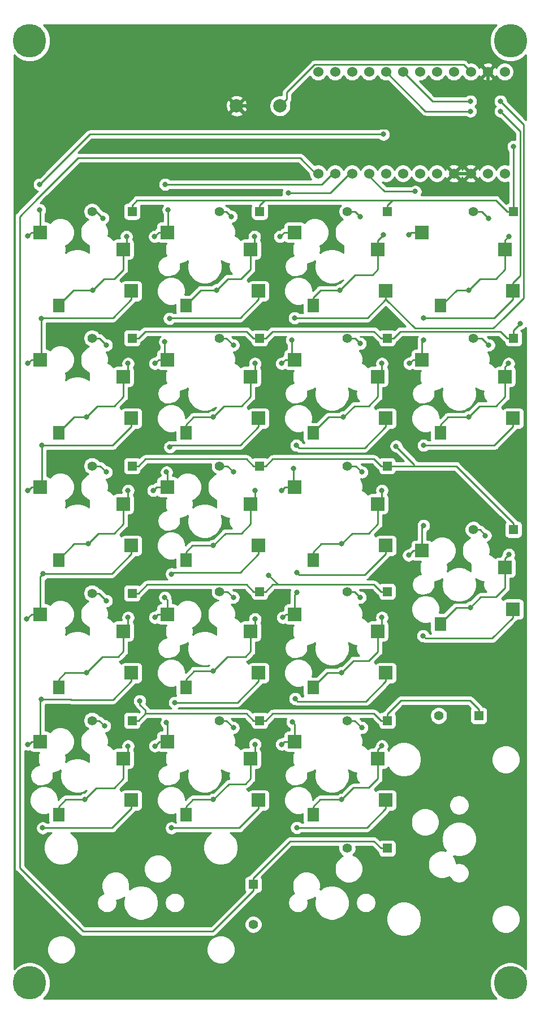
<source format=gtl>
G04 #@! TF.GenerationSoftware,KiCad,Pcbnew,(5.1.2-1)-1*
G04 #@! TF.CreationDate,2019-06-16T18:53:01+09:00*
G04 #@! TF.ProjectId,tenkey,74656e6b-6579-42e6-9b69-6361645f7063,rev?*
G04 #@! TF.SameCoordinates,Original*
G04 #@! TF.FileFunction,Copper,L1,Top*
G04 #@! TF.FilePolarity,Positive*
%FSLAX46Y46*%
G04 Gerber Fmt 4.6, Leading zero omitted, Abs format (unit mm)*
G04 Created by KiCad (PCBNEW (5.1.2-1)-1) date 2019-06-16 18:53:01*
%MOMM*%
%LPD*%
G04 APERTURE LIST*
%ADD10C,5.000000*%
%ADD11C,2.000000*%
%ADD12R,1.397000X1.397000*%
%ADD13C,1.397000*%
%ADD14R,2.000000X2.000000*%
%ADD15R,1.800000X2.000000*%
%ADD16C,1.524000*%
%ADD17C,0.800000*%
%ADD18C,0.250000*%
%ADD19C,0.500000*%
%ADD20C,0.254000*%
G04 APERTURE END LIST*
D10*
X122000000Y-183450000D03*
X50000000Y-183450000D03*
X122000000Y-42450000D03*
X50000000Y-42450000D03*
D11*
X87500000Y-52200000D03*
X81000000Y-52200000D03*
D12*
X65350000Y-68000000D03*
D13*
X59350000Y-68000000D03*
X78450000Y-68000000D03*
D12*
X84450000Y-68000000D03*
X103550000Y-68000000D03*
D13*
X97550000Y-68000000D03*
D12*
X122450000Y-68000000D03*
D13*
X116450000Y-68000000D03*
D12*
X65350000Y-86960000D03*
D13*
X59350000Y-86960000D03*
X78450000Y-86960000D03*
D12*
X84450000Y-86960000D03*
D13*
X97550000Y-86960000D03*
D12*
X103550000Y-86960000D03*
D13*
X116450000Y-86960000D03*
D12*
X122450000Y-86960000D03*
X65350000Y-106080000D03*
D13*
X59350000Y-106080000D03*
X78450000Y-106080000D03*
D12*
X84450000Y-106080000D03*
X103550000Y-106080000D03*
D13*
X97550000Y-106080000D03*
X116450000Y-115600000D03*
D12*
X122450000Y-115600000D03*
X65350000Y-125130000D03*
D13*
X59350000Y-125130000D03*
X78450000Y-124876000D03*
D12*
X84450000Y-124876000D03*
X103550000Y-124876000D03*
D13*
X97550000Y-124876000D03*
X59350000Y-144180000D03*
D12*
X65350000Y-144180000D03*
X84450000Y-144180000D03*
D13*
X78450000Y-144180000D03*
X97550000Y-144180000D03*
D12*
X103550000Y-144180000D03*
X117250000Y-143450000D03*
D13*
X111250000Y-143450000D03*
X83500000Y-174700000D03*
D12*
X83500000Y-168700000D03*
X103550000Y-163300000D03*
D13*
X97550000Y-163300000D03*
D14*
X65250000Y-79900000D03*
D15*
X54350000Y-82100000D03*
D14*
X64050000Y-73660000D03*
X51550000Y-71120000D03*
X84300000Y-79900000D03*
D15*
X73400000Y-82100000D03*
D14*
X83100000Y-73660000D03*
X70600000Y-71120000D03*
X103350000Y-79900000D03*
D15*
X92450000Y-82100000D03*
D14*
X102150000Y-73660000D03*
X89650000Y-71120000D03*
X122400000Y-79900000D03*
D15*
X111500000Y-82100000D03*
D14*
X121200000Y-73660000D03*
X108700000Y-71120000D03*
X65250000Y-98950000D03*
D15*
X54350000Y-101150000D03*
D14*
X64050000Y-92710000D03*
X51550000Y-90170000D03*
X84300000Y-98950000D03*
D15*
X73400000Y-101150000D03*
D14*
X83100000Y-92710000D03*
X70600000Y-90170000D03*
X89650000Y-90170000D03*
X102150000Y-92710000D03*
D15*
X92450000Y-101150000D03*
D14*
X103350000Y-98950000D03*
X122400000Y-98950000D03*
D15*
X111500000Y-101150000D03*
D14*
X121200000Y-92710000D03*
X108700000Y-90170000D03*
X51550000Y-109220000D03*
X64050000Y-111760000D03*
D15*
X54350000Y-120200000D03*
D14*
X65250000Y-118000000D03*
X84300000Y-118000000D03*
D15*
X73400000Y-120200000D03*
D14*
X83100000Y-111760000D03*
X70600000Y-109220000D03*
X103350000Y-118000000D03*
D15*
X92450000Y-120200000D03*
D14*
X102150000Y-111760000D03*
X89650000Y-109220000D03*
X108700000Y-118745000D03*
X121200000Y-121285000D03*
D15*
X111500000Y-129725000D03*
D14*
X122400000Y-127525000D03*
X51550000Y-128270000D03*
X64050000Y-130810000D03*
D15*
X54350000Y-139250000D03*
D14*
X65250000Y-137050000D03*
X84300000Y-137050000D03*
D15*
X73400000Y-139250000D03*
D14*
X83100000Y-130810000D03*
X70600000Y-128270000D03*
X89650000Y-128270000D03*
X102150000Y-130810000D03*
D15*
X92450000Y-139250000D03*
D14*
X103350000Y-137050000D03*
X51550000Y-147320000D03*
X64050000Y-149860000D03*
D15*
X54350000Y-158300000D03*
D14*
X65250000Y-156100000D03*
X84300000Y-156100000D03*
D15*
X73400000Y-158300000D03*
D14*
X83100000Y-149860000D03*
X70600000Y-147320000D03*
X89650000Y-147320000D03*
X102150000Y-149860000D03*
D15*
X92450000Y-158300000D03*
D14*
X103350000Y-156100000D03*
D16*
X121140000Y-47088400D03*
X118600000Y-47088400D03*
X116060000Y-47088400D03*
X113520000Y-47088400D03*
X110980000Y-47088400D03*
X108440000Y-47088400D03*
X105900000Y-47088400D03*
X103360000Y-47088400D03*
X100820000Y-47088400D03*
X98280000Y-47088400D03*
X95740000Y-47088400D03*
X93200000Y-47088400D03*
X93200000Y-62308400D03*
X95740000Y-62308400D03*
X98280000Y-62308400D03*
X100820000Y-62308400D03*
X103360000Y-62308400D03*
X105900000Y-62308400D03*
X108440000Y-62308400D03*
X110980000Y-62308400D03*
X113520000Y-62308400D03*
X116060000Y-62308400D03*
X118600000Y-62308400D03*
X121140000Y-62308400D03*
D17*
X122450000Y-58300000D03*
X61000000Y-69000000D03*
X64500000Y-71750000D03*
X59500000Y-79750000D03*
X80187828Y-68750000D03*
X83680000Y-71750000D03*
X78000000Y-79750000D03*
X99500000Y-68750000D03*
X103000000Y-71500000D03*
X96500000Y-79750000D03*
X118750000Y-69000000D03*
X121750000Y-71720000D03*
X115750000Y-79750000D03*
X123500000Y-84750000D03*
X61500000Y-88000000D03*
X64750000Y-90750000D03*
X58500000Y-98750000D03*
X80500000Y-88000000D03*
X83750000Y-90750000D03*
X77500000Y-98750000D03*
X99500000Y-87750000D03*
X102750000Y-90750000D03*
X97000000Y-98750000D03*
X118750000Y-88000000D03*
X121730000Y-90750000D03*
X115750000Y-98750000D03*
X107750000Y-65000000D03*
X104874999Y-103125001D03*
X61500000Y-107000000D03*
X64750000Y-109750000D03*
X58750000Y-117750000D03*
X80500000Y-107000000D03*
X83750000Y-109750000D03*
X77500000Y-118000000D03*
X99750000Y-107000000D03*
X102750000Y-109750000D03*
X96750000Y-117750000D03*
X118250000Y-116500000D03*
X121750000Y-119345000D03*
X116000000Y-127250000D03*
X88750000Y-65250000D03*
X85824999Y-122425001D03*
X61500000Y-126250000D03*
X64750000Y-128750000D03*
X58500000Y-137000000D03*
X80500000Y-125750000D03*
X83750000Y-129000000D03*
X77500000Y-136750000D03*
X99500000Y-125750000D03*
X102750000Y-128750000D03*
X96750000Y-137000000D03*
X61250000Y-145000000D03*
X64750000Y-148000000D03*
X58250000Y-156000000D03*
X70297600Y-63952400D03*
X66500000Y-141250000D03*
X80500000Y-145250000D03*
X83750000Y-147750000D03*
X77500000Y-156000000D03*
X99750000Y-145250000D03*
X102750000Y-147970000D03*
X96750000Y-156000000D03*
X49750000Y-71670000D03*
X51750000Y-84000000D03*
X51500000Y-67750000D03*
X49750000Y-90720000D03*
X51850000Y-103000000D03*
X49750000Y-109750000D03*
X52000000Y-122200000D03*
X49570000Y-129000000D03*
X51750000Y-141000000D03*
X49750000Y-147750000D03*
X51950000Y-160250000D03*
X103000000Y-56450000D03*
X51500000Y-63950000D03*
X68720000Y-71750000D03*
X70950000Y-84000000D03*
X70750000Y-67750000D03*
X70250000Y-87500000D03*
X68770000Y-90750000D03*
X71000000Y-103250000D03*
X70500000Y-107000000D03*
X68500000Y-109750000D03*
X71250000Y-122250000D03*
X70250000Y-125750000D03*
X68750000Y-128750000D03*
X71750000Y-141500000D03*
X70500000Y-144500000D03*
X68750000Y-148000000D03*
X71250000Y-160250000D03*
X116000000Y-51500000D03*
X120500000Y-51500000D03*
X89675001Y-83925001D03*
X89250000Y-87250000D03*
X87750000Y-90750000D03*
X89950000Y-103000000D03*
X89550001Y-106449999D03*
X87750000Y-109750000D03*
X90000000Y-122000000D03*
X90000000Y-125000000D03*
X87920000Y-128750000D03*
X89750000Y-140900000D03*
X89350001Y-144399999D03*
X87750000Y-147750000D03*
X90000000Y-160200000D03*
X87500000Y-71750000D03*
X116000000Y-53000000D03*
X120500000Y-53000000D03*
X106750000Y-71500000D03*
X109000000Y-83950000D03*
X109000000Y-87250000D03*
X106870000Y-90750000D03*
X109000000Y-103000000D03*
X109000000Y-115000000D03*
X106750000Y-119445000D03*
X108925000Y-131500000D03*
D18*
X122450000Y-68000000D02*
X122450000Y-67051500D01*
X103550000Y-68000000D02*
X103550000Y-67051500D01*
X85200750Y-66300750D02*
X104300750Y-66300750D01*
X84450000Y-67051500D02*
X85200750Y-66300750D01*
X84450000Y-68000000D02*
X84450000Y-67051500D01*
X103550000Y-67051500D02*
X104300750Y-66300750D01*
X66100750Y-66300750D02*
X85200750Y-66300750D01*
X65350000Y-67051500D02*
X66100750Y-66300750D01*
X65350000Y-68000000D02*
X65350000Y-67051500D01*
X119802250Y-66300750D02*
X121501500Y-68000000D01*
X121501500Y-68000000D02*
X122450000Y-68000000D01*
X104300750Y-66300750D02*
X119802250Y-66300750D01*
X122450000Y-67051500D02*
X122450000Y-58300000D01*
X59350000Y-68000000D02*
X60000000Y-68000000D01*
X60000000Y-68000000D02*
X61000000Y-69000000D01*
X64500000Y-73210000D02*
X64050000Y-73660000D01*
X64500000Y-71750000D02*
X64500000Y-73210000D01*
X64050000Y-73660000D02*
X64050000Y-76700000D01*
X62675001Y-78074999D02*
X61175001Y-78074999D01*
X64050000Y-76700000D02*
X62675001Y-78074999D01*
X61175001Y-78074999D02*
X59500000Y-79750000D01*
X54350000Y-82000000D02*
X54350000Y-82100000D01*
X56600000Y-79750000D02*
X54350000Y-82000000D01*
X59500000Y-79750000D02*
X56600000Y-79750000D01*
X79437828Y-68000000D02*
X80187828Y-68750000D01*
X78450000Y-68000000D02*
X79437828Y-68000000D01*
X83680000Y-73080000D02*
X83100000Y-73660000D01*
X83680000Y-71750000D02*
X83680000Y-73080000D01*
X81675001Y-78074999D02*
X79675001Y-78074999D01*
X83100000Y-76650000D02*
X81675001Y-78074999D01*
X83100000Y-73660000D02*
X83100000Y-76650000D01*
X79675001Y-78074999D02*
X78000000Y-79750000D01*
X73400000Y-82000000D02*
X73400000Y-82100000D01*
X75650000Y-79750000D02*
X73400000Y-82000000D01*
X78000000Y-79750000D02*
X75650000Y-79750000D01*
X98750000Y-68000000D02*
X99500000Y-68750000D01*
X97550000Y-68000000D02*
X98750000Y-68000000D01*
X102150000Y-72350000D02*
X102150000Y-73660000D01*
X103000000Y-71500000D02*
X102150000Y-72350000D01*
X98774999Y-77475001D02*
X96500000Y-79750000D01*
X102150000Y-76687002D02*
X101362001Y-77475001D01*
X101362001Y-77475001D02*
X98774999Y-77475001D01*
X102150000Y-73660000D02*
X102150000Y-76687002D01*
X95934315Y-79750000D02*
X96500000Y-79750000D01*
X93550000Y-79750000D02*
X95934315Y-79750000D01*
X92450000Y-80850000D02*
X93550000Y-79750000D01*
X92450000Y-82100000D02*
X92450000Y-80850000D01*
X116450000Y-68000000D02*
X117750000Y-68000000D01*
X117750000Y-68000000D02*
X118750000Y-69000000D01*
X121200000Y-72270000D02*
X121750000Y-71720000D01*
X121200000Y-73660000D02*
X121200000Y-72270000D01*
X119812003Y-78074999D02*
X117425001Y-78074999D01*
X121200000Y-76687002D02*
X119812003Y-78074999D01*
X121200000Y-73660000D02*
X121200000Y-76687002D01*
X117425001Y-78074999D02*
X115750000Y-79750000D01*
X113948998Y-79750000D02*
X115184315Y-79750000D01*
X111598998Y-82100000D02*
X113948998Y-79750000D01*
X115184315Y-79750000D02*
X115750000Y-79750000D01*
X111500000Y-82100000D02*
X111598998Y-82100000D01*
X120477999Y-85936499D02*
X121501500Y-86960000D01*
X105522001Y-85936499D02*
X120477999Y-85936499D01*
X104498500Y-86960000D02*
X105522001Y-85936499D01*
X121501500Y-86960000D02*
X122450000Y-86960000D01*
X103550000Y-86960000D02*
X104498500Y-86960000D01*
X101577999Y-85936499D02*
X86422001Y-85936499D01*
X102601500Y-86960000D02*
X101577999Y-85936499D01*
X85398500Y-86960000D02*
X84450000Y-86960000D01*
X86422001Y-85936499D02*
X85398500Y-86960000D01*
X103550000Y-86960000D02*
X102601500Y-86960000D01*
X82477999Y-85936499D02*
X67322001Y-85936499D01*
X66298500Y-86960000D02*
X65350000Y-86960000D01*
X67322001Y-85936499D02*
X66298500Y-86960000D01*
X83501500Y-86960000D02*
X82477999Y-85936499D01*
X84450000Y-86960000D02*
X83501500Y-86960000D01*
X122450000Y-85800000D02*
X122450000Y-86960000D01*
X123500000Y-84750000D02*
X122450000Y-85800000D01*
X60460000Y-86960000D02*
X61500000Y-88000000D01*
X59350000Y-86960000D02*
X60460000Y-86960000D01*
X64750000Y-92010000D02*
X64050000Y-92710000D01*
X64750000Y-90750000D02*
X64750000Y-92010000D01*
X62662003Y-97124999D02*
X60125001Y-97124999D01*
X64050000Y-95737002D02*
X62662003Y-97124999D01*
X64050000Y-92710000D02*
X64050000Y-95737002D01*
X60125001Y-97124999D02*
X58500000Y-98750000D01*
X54350000Y-101050000D02*
X56650000Y-98750000D01*
X57934315Y-98750000D02*
X58500000Y-98750000D01*
X56650000Y-98750000D02*
X57934315Y-98750000D01*
X54350000Y-101150000D02*
X54350000Y-101050000D01*
X79460000Y-86960000D02*
X80500000Y-88000000D01*
X78450000Y-86960000D02*
X79460000Y-86960000D01*
X83750000Y-92060000D02*
X83100000Y-92710000D01*
X83750000Y-90750000D02*
X83750000Y-92060000D01*
X83100000Y-95737002D02*
X81712003Y-97124999D01*
X81712003Y-97124999D02*
X79125001Y-97124999D01*
X83100000Y-92710000D02*
X83100000Y-95737002D01*
X79125001Y-97124999D02*
X77500000Y-98750000D01*
X76934315Y-98750000D02*
X77500000Y-98750000D01*
X74550000Y-98750000D02*
X76934315Y-98750000D01*
X73400000Y-99900000D02*
X74550000Y-98750000D01*
X73400000Y-101150000D02*
X73400000Y-99900000D01*
X97550000Y-86960000D02*
X98710000Y-86960000D01*
X98710000Y-86960000D02*
X99500000Y-87750000D01*
X102750000Y-92110000D02*
X102150000Y-92710000D01*
X102750000Y-90750000D02*
X102750000Y-92110000D01*
X102150000Y-95737002D02*
X100762003Y-97124999D01*
X100762003Y-97124999D02*
X98625001Y-97124999D01*
X102150000Y-92710000D02*
X102150000Y-95737002D01*
X98625001Y-97124999D02*
X97000000Y-98750000D01*
X96434315Y-98750000D02*
X97000000Y-98750000D01*
X94750000Y-98750000D02*
X96434315Y-98750000D01*
X92450000Y-101050000D02*
X94750000Y-98750000D01*
X92450000Y-101150000D02*
X92450000Y-101050000D01*
X116450000Y-86960000D02*
X117710000Y-86960000D01*
X117710000Y-86960000D02*
X118750000Y-88000000D01*
X121200000Y-91280000D02*
X121730000Y-90750000D01*
X121200000Y-92710000D02*
X121200000Y-91280000D01*
X119812003Y-97124999D02*
X117375001Y-97124999D01*
X121200000Y-95737002D02*
X119812003Y-97124999D01*
X121200000Y-92710000D02*
X121200000Y-95737002D01*
X117375001Y-97124999D02*
X115750000Y-98750000D01*
X115184315Y-98750000D02*
X115750000Y-98750000D01*
X112650000Y-98750000D02*
X115184315Y-98750000D01*
X111500000Y-99900000D02*
X112650000Y-98750000D01*
X111500000Y-101150000D02*
X111500000Y-99900000D01*
X86422001Y-105056499D02*
X85398500Y-106080000D01*
X85398500Y-106080000D02*
X84450000Y-106080000D01*
X101577999Y-105056499D02*
X86422001Y-105056499D01*
X102601500Y-106080000D02*
X101577999Y-105056499D01*
X103550000Y-106080000D02*
X102601500Y-106080000D01*
X83501500Y-106080000D02*
X82477999Y-105056499D01*
X66298500Y-106080000D02*
X65350000Y-106080000D01*
X67322001Y-105056499D02*
X66298500Y-106080000D01*
X82477999Y-105056499D02*
X67322001Y-105056499D01*
X84450000Y-106080000D02*
X83501500Y-106080000D01*
X113878500Y-106080000D02*
X122450000Y-114651500D01*
X122450000Y-114651500D02*
X122450000Y-115600000D01*
X100474000Y-62308400D02*
X103165600Y-65000000D01*
X103165600Y-65000000D02*
X107750000Y-65000000D01*
X107580000Y-105830002D02*
X107580000Y-106080000D01*
X104874999Y-103125001D02*
X107580000Y-105830002D01*
X107580000Y-106080000D02*
X113878500Y-106080000D01*
X103550000Y-106080000D02*
X107580000Y-106080000D01*
X59350000Y-106080000D02*
X60580000Y-106080000D01*
X60580000Y-106080000D02*
X61500000Y-107000000D01*
X64750000Y-111060000D02*
X64050000Y-111760000D01*
X64750000Y-109750000D02*
X64750000Y-111060000D01*
X62662003Y-116174999D02*
X60325001Y-116174999D01*
X64050000Y-114787002D02*
X62662003Y-116174999D01*
X64050000Y-111760000D02*
X64050000Y-114787002D01*
X60325001Y-116174999D02*
X58750000Y-117750000D01*
X58184315Y-117750000D02*
X58750000Y-117750000D01*
X54350000Y-120100000D02*
X56700000Y-117750000D01*
X56700000Y-117750000D02*
X58184315Y-117750000D01*
X54350000Y-120200000D02*
X54350000Y-120100000D01*
X79580000Y-106080000D02*
X80500000Y-107000000D01*
X78450000Y-106080000D02*
X79580000Y-106080000D01*
X83750000Y-111110000D02*
X83100000Y-111760000D01*
X83750000Y-109750000D02*
X83750000Y-111110000D01*
X81712003Y-116174999D02*
X79325001Y-116174999D01*
X83100000Y-114787002D02*
X81712003Y-116174999D01*
X83100000Y-111760000D02*
X83100000Y-114787002D01*
X79325001Y-116174999D02*
X77500000Y-118000000D01*
X76934315Y-118000000D02*
X77500000Y-118000000D01*
X74350000Y-118000000D02*
X76934315Y-118000000D01*
X73400000Y-118950000D02*
X74350000Y-118000000D01*
X73400000Y-120200000D02*
X73400000Y-118950000D01*
X97550000Y-106080000D02*
X98830000Y-106080000D01*
X98830000Y-106080000D02*
X99750000Y-107000000D01*
X102750000Y-111160000D02*
X102150000Y-111760000D01*
X102750000Y-109750000D02*
X102750000Y-111160000D01*
X100762003Y-116174999D02*
X98325001Y-116174999D01*
X102150000Y-114787002D02*
X100762003Y-116174999D01*
X102150000Y-111760000D02*
X102150000Y-114787002D01*
X98325001Y-116174999D02*
X96750000Y-117750000D01*
X96184315Y-117750000D02*
X96750000Y-117750000D01*
X93650000Y-117750000D02*
X96184315Y-117750000D01*
X92450000Y-118950000D02*
X93650000Y-117750000D01*
X92450000Y-120200000D02*
X92450000Y-118950000D01*
X117437828Y-115600000D02*
X118250000Y-116412172D01*
X116450000Y-115600000D02*
X117437828Y-115600000D01*
X118250000Y-116412172D02*
X118250000Y-116500000D01*
X121200000Y-119895000D02*
X121750000Y-119345000D01*
X121200000Y-121285000D02*
X121200000Y-119895000D01*
X119812003Y-125699999D02*
X117550001Y-125699999D01*
X121200000Y-124312002D02*
X119812003Y-125699999D01*
X121200000Y-121285000D02*
X121200000Y-124312002D01*
X117550001Y-125699999D02*
X116000000Y-127250000D01*
X115434315Y-127250000D02*
X116000000Y-127250000D01*
X113875000Y-127250000D02*
X115434315Y-127250000D01*
X111500000Y-129625000D02*
X113875000Y-127250000D01*
X111500000Y-129725000D02*
X111500000Y-129625000D01*
X83501500Y-124876000D02*
X84450000Y-124876000D01*
X82477999Y-123852499D02*
X83501500Y-124876000D01*
X67576001Y-123852499D02*
X82477999Y-123852499D01*
X66298500Y-125130000D02*
X67576001Y-123852499D01*
X65350000Y-125130000D02*
X66298500Y-125130000D01*
X101577999Y-123852499D02*
X102601500Y-124876000D01*
X102601500Y-124876000D02*
X103550000Y-124876000D01*
X85398500Y-124876000D02*
X86422001Y-123852499D01*
X84450000Y-124876000D02*
X85398500Y-124876000D01*
X97934000Y-62308400D02*
X94992400Y-65250000D01*
X94992400Y-65250000D02*
X88750000Y-65250000D01*
X87147501Y-123747503D02*
X87147501Y-123852499D01*
X85824999Y-122425001D02*
X87147501Y-123747503D01*
X87147501Y-123852499D02*
X101577999Y-123852499D01*
X86422001Y-123852499D02*
X87147501Y-123852499D01*
X60380000Y-125130000D02*
X61500000Y-126250000D01*
X59350000Y-125130000D02*
X60380000Y-125130000D01*
X64750000Y-130110000D02*
X64050000Y-130810000D01*
X64750000Y-128750000D02*
X64750000Y-130110000D01*
X63262001Y-134625001D02*
X60874999Y-134625001D01*
X60874999Y-134625001D02*
X58500000Y-137000000D01*
X64050000Y-133837002D02*
X63262001Y-134625001D01*
X64050000Y-130810000D02*
X64050000Y-133837002D01*
X57934315Y-137000000D02*
X58500000Y-137000000D01*
X55350000Y-137000000D02*
X57934315Y-137000000D01*
X54350000Y-138000000D02*
X55350000Y-137000000D01*
X54350000Y-139250000D02*
X54350000Y-138000000D01*
X79626000Y-124876000D02*
X80500000Y-125750000D01*
X78450000Y-124876000D02*
X79626000Y-124876000D01*
X83750000Y-130160000D02*
X83100000Y-130810000D01*
X83750000Y-129000000D02*
X83750000Y-130160000D01*
X79624999Y-134625001D02*
X77500000Y-136750000D01*
X83100000Y-133837002D02*
X82312001Y-134625001D01*
X82312001Y-134625001D02*
X79624999Y-134625001D01*
X83100000Y-130810000D02*
X83100000Y-133837002D01*
X76934315Y-136750000D02*
X77500000Y-136750000D01*
X74650000Y-136750000D02*
X76934315Y-136750000D01*
X73400000Y-138000000D02*
X74650000Y-136750000D01*
X73400000Y-139250000D02*
X73400000Y-138000000D01*
X97550000Y-124876000D02*
X98626000Y-124876000D01*
X98626000Y-124876000D02*
X99500000Y-125750000D01*
X102750000Y-130210000D02*
X102150000Y-130810000D01*
X102750000Y-128750000D02*
X102750000Y-130210000D01*
X100775001Y-135224999D02*
X98525001Y-135224999D01*
X102150000Y-133850000D02*
X100775001Y-135224999D01*
X102150000Y-130810000D02*
X102150000Y-133850000D01*
X98525001Y-135224999D02*
X96750000Y-137000000D01*
X96184315Y-137000000D02*
X96750000Y-137000000D01*
X94600000Y-137000000D02*
X96184315Y-137000000D01*
X92450000Y-139150000D02*
X94600000Y-137000000D01*
X92450000Y-139250000D02*
X92450000Y-139150000D01*
X60430000Y-144180000D02*
X61250000Y-145000000D01*
X59350000Y-144180000D02*
X60430000Y-144180000D01*
X64750000Y-149160000D02*
X64050000Y-149860000D01*
X64750000Y-148000000D02*
X64750000Y-149160000D01*
X64050000Y-152887002D02*
X62662003Y-154274999D01*
X62662003Y-154274999D02*
X59975001Y-154274999D01*
X64050000Y-149860000D02*
X64050000Y-152887002D01*
X59975001Y-154274999D02*
X58250000Y-156000000D01*
X57684315Y-156000000D02*
X58250000Y-156000000D01*
X54350000Y-157050000D02*
X55400000Y-156000000D01*
X55400000Y-156000000D02*
X57684315Y-156000000D01*
X54350000Y-158300000D02*
X54350000Y-157050000D01*
X85398500Y-144180000D02*
X84450000Y-144180000D01*
X101577999Y-143156499D02*
X86422001Y-143156499D01*
X102601500Y-144180000D02*
X101577999Y-143156499D01*
X86422001Y-143156499D02*
X85398500Y-144180000D01*
X103550000Y-144180000D02*
X102601500Y-144180000D01*
X66298500Y-144180000D02*
X65350000Y-144180000D01*
X67322001Y-143156499D02*
X66298500Y-144180000D01*
X82477999Y-143156499D02*
X67322001Y-143156499D01*
X83501500Y-144180000D02*
X82477999Y-143156499D01*
X84450000Y-144180000D02*
X83501500Y-144180000D01*
X95394000Y-62308400D02*
X93750000Y-63952400D01*
X93750000Y-63952400D02*
X70297600Y-63952400D01*
X66500000Y-141815685D02*
X67322001Y-142637686D01*
X67322001Y-142637686D02*
X67322001Y-143156499D01*
X66500000Y-141250000D02*
X66500000Y-141815685D01*
X103550000Y-143231500D02*
X103550000Y-144180000D01*
X105581500Y-141200000D02*
X103550000Y-143231500D01*
X115948500Y-141200000D02*
X105581500Y-141200000D01*
X117250000Y-142501500D02*
X115948500Y-141200000D01*
X117250000Y-143450000D02*
X117250000Y-142501500D01*
X79430000Y-144180000D02*
X80500000Y-145250000D01*
X78450000Y-144180000D02*
X79430000Y-144180000D01*
X83750000Y-149210000D02*
X83100000Y-149860000D01*
X83750000Y-147750000D02*
X83750000Y-149210000D01*
X79824999Y-153675001D02*
X77500000Y-156000000D01*
X83100000Y-152887002D02*
X82312001Y-153675001D01*
X82312001Y-153675001D02*
X79824999Y-153675001D01*
X83100000Y-149860000D02*
X83100000Y-152887002D01*
X74450000Y-156000000D02*
X76934315Y-156000000D01*
X73400000Y-157050000D02*
X74450000Y-156000000D01*
X76934315Y-156000000D02*
X77500000Y-156000000D01*
X73400000Y-158300000D02*
X73400000Y-157050000D01*
X97550000Y-144180000D02*
X98680000Y-144180000D01*
X98680000Y-144180000D02*
X99750000Y-145250000D01*
X102150000Y-148570000D02*
X102750000Y-147970000D01*
X102150000Y-149860000D02*
X102150000Y-148570000D01*
X100787002Y-154250000D02*
X98500000Y-154250000D01*
X102150000Y-152887002D02*
X100787002Y-154250000D01*
X102150000Y-149860000D02*
X102150000Y-152887002D01*
X98500000Y-154250000D02*
X96750000Y-156000000D01*
X96184315Y-156000000D02*
X96750000Y-156000000D01*
X92450000Y-157050000D02*
X93500000Y-156000000D01*
X93500000Y-156000000D02*
X96184315Y-156000000D01*
X92450000Y-158300000D02*
X92450000Y-157050000D01*
X92854000Y-62308400D02*
X90545600Y-60000000D01*
X57250000Y-60000000D02*
X51250000Y-66000000D01*
X90545600Y-60000000D02*
X57250000Y-60000000D01*
X51399260Y-65850740D02*
X51250000Y-66000000D01*
X48500000Y-68750000D02*
X51250000Y-66000000D01*
X102601500Y-163300000D02*
X103550000Y-163300000D01*
X101577999Y-162276499D02*
X102601500Y-163300000D01*
X83500000Y-168700000D02*
X83500000Y-167751500D01*
X88975001Y-162276499D02*
X91173501Y-162276499D01*
X83500000Y-167751500D02*
X88975001Y-162276499D01*
X91173501Y-162276499D02*
X101577999Y-162276499D01*
X89900499Y-162276499D02*
X91173501Y-162276499D01*
X48500000Y-166200000D02*
X48500000Y-159950000D01*
X83500000Y-169648500D02*
X77448500Y-175700000D01*
X48500000Y-159950000D02*
X48500000Y-68750000D01*
X58000000Y-175700000D02*
X48500000Y-166200000D01*
X77448500Y-175700000D02*
X58000000Y-175700000D01*
X83500000Y-168700000D02*
X83500000Y-169648500D01*
X48500000Y-160000000D02*
X48500000Y-159950000D01*
X50300000Y-71120000D02*
X49750000Y-71670000D01*
X51550000Y-71120000D02*
X50300000Y-71120000D01*
X65250000Y-81150000D02*
X65250000Y-79900000D01*
X62474999Y-83925001D02*
X65250000Y-81150000D01*
X51824999Y-83925001D02*
X62474999Y-83925001D01*
X51750000Y-84000000D02*
X51824999Y-83925001D01*
X51550000Y-67800000D02*
X51500000Y-67750000D01*
X51550000Y-71120000D02*
X51550000Y-67800000D01*
X51750000Y-89970000D02*
X51550000Y-90170000D01*
X51750000Y-84000000D02*
X51750000Y-89970000D01*
X50300000Y-90170000D02*
X49750000Y-90720000D01*
X51550000Y-90170000D02*
X50300000Y-90170000D01*
X52415685Y-103000000D02*
X51850000Y-103000000D01*
X62450000Y-103000000D02*
X52415685Y-103000000D01*
X65250000Y-100200000D02*
X62450000Y-103000000D01*
X65250000Y-98950000D02*
X65250000Y-100200000D01*
X51850000Y-108920000D02*
X51550000Y-109220000D01*
X51850000Y-103000000D02*
X51850000Y-108920000D01*
X50300000Y-109220000D02*
X49770000Y-109750000D01*
X51550000Y-109220000D02*
X50300000Y-109220000D01*
X49770000Y-109750000D02*
X49750000Y-109750000D01*
X62300000Y-122200000D02*
X52565685Y-122200000D01*
X52565685Y-122200000D02*
X52000000Y-122200000D01*
X65250000Y-119250000D02*
X62300000Y-122200000D01*
X65250000Y-118000000D02*
X65250000Y-119250000D01*
X51550000Y-122650000D02*
X52000000Y-122200000D01*
X51550000Y-128270000D02*
X51550000Y-122650000D01*
X50300000Y-128270000D02*
X49570000Y-129000000D01*
X51550000Y-128270000D02*
X50300000Y-128270000D01*
X62474999Y-141075001D02*
X65250000Y-138300000D01*
X65250000Y-138300000D02*
X65250000Y-137050000D01*
X56273999Y-141075001D02*
X62474999Y-141075001D01*
X56198998Y-141000000D02*
X56273999Y-141075001D01*
X51750000Y-141000000D02*
X56198998Y-141000000D01*
X51550000Y-141200000D02*
X51750000Y-141000000D01*
X51550000Y-147320000D02*
X51550000Y-141200000D01*
X50300000Y-147320000D02*
X49870000Y-147750000D01*
X51550000Y-147320000D02*
X50300000Y-147320000D01*
X49870000Y-147750000D02*
X49750000Y-147750000D01*
X52515685Y-160250000D02*
X51950000Y-160250000D01*
X65250000Y-157350000D02*
X62350000Y-160250000D01*
X62350000Y-160250000D02*
X52515685Y-160250000D01*
X65250000Y-156100000D02*
X65250000Y-157350000D01*
X59000000Y-56450000D02*
X51500000Y-63950000D01*
X103000000Y-56450000D02*
X59000000Y-56450000D01*
X69350000Y-71120000D02*
X68720000Y-71750000D01*
X70600000Y-71120000D02*
X69350000Y-71120000D01*
X81524999Y-83925001D02*
X84300000Y-81150000D01*
X71024999Y-83925001D02*
X81524999Y-83925001D01*
X84300000Y-81150000D02*
X84300000Y-79900000D01*
X70950000Y-84000000D02*
X71024999Y-83925001D01*
X70750000Y-70970000D02*
X70600000Y-71120000D01*
X70750000Y-67750000D02*
X70750000Y-70970000D01*
X70250000Y-89820000D02*
X70600000Y-90170000D01*
X70250000Y-87500000D02*
X70250000Y-89820000D01*
X69350000Y-90170000D02*
X68770000Y-90750000D01*
X70600000Y-90170000D02*
X69350000Y-90170000D01*
X84300000Y-100200000D02*
X84300000Y-98950000D01*
X81524999Y-102975001D02*
X84300000Y-100200000D01*
X71274999Y-102975001D02*
X81524999Y-102975001D01*
X71000000Y-103250000D02*
X71274999Y-102975001D01*
X70600000Y-107100000D02*
X70500000Y-107000000D01*
X70600000Y-109220000D02*
X70600000Y-107100000D01*
X69030000Y-109220000D02*
X68500000Y-109750000D01*
X70600000Y-109220000D02*
X69030000Y-109220000D01*
X84300000Y-119250000D02*
X84300000Y-118000000D01*
X81524999Y-122025001D02*
X84300000Y-119250000D01*
X71474999Y-122025001D02*
X81524999Y-122025001D01*
X71250000Y-122250000D02*
X71474999Y-122025001D01*
X70600000Y-126100000D02*
X70250000Y-125750000D01*
X70600000Y-128270000D02*
X70600000Y-126100000D01*
X69230000Y-128270000D02*
X68750000Y-128750000D01*
X70600000Y-128270000D02*
X69230000Y-128270000D01*
X84300000Y-138300000D02*
X81100000Y-141500000D01*
X81100000Y-141500000D02*
X71750000Y-141500000D01*
X84300000Y-137050000D02*
X84300000Y-138300000D01*
X70600000Y-144600000D02*
X70500000Y-144500000D01*
X70600000Y-147320000D02*
X70600000Y-144600000D01*
X69430000Y-147320000D02*
X68750000Y-148000000D01*
X70600000Y-147320000D02*
X69430000Y-147320000D01*
X81400000Y-160250000D02*
X71250000Y-160250000D01*
X84300000Y-157350000D02*
X81400000Y-160250000D01*
X84300000Y-156100000D02*
X84300000Y-157350000D01*
X123950010Y-54950010D02*
X123950010Y-80934992D01*
X120500000Y-51500000D02*
X123950010Y-54950010D01*
X100574999Y-83925001D02*
X89675001Y-83925001D01*
X103350000Y-81150000D02*
X100574999Y-83925001D01*
X89250000Y-89770000D02*
X89650000Y-90170000D01*
X89250000Y-87250000D02*
X89250000Y-89770000D01*
X89650000Y-90170000D02*
X88330000Y-90170000D01*
X88330000Y-90170000D02*
X87750000Y-90750000D01*
X89550001Y-109120001D02*
X89650000Y-109220000D01*
X89550001Y-106449999D02*
X89550001Y-109120001D01*
X103350000Y-100200000D02*
X103350000Y-98950000D01*
X100150001Y-103399999D02*
X103350000Y-100200000D01*
X90349999Y-103399999D02*
X100150001Y-103399999D01*
X89950000Y-103000000D02*
X90349999Y-103399999D01*
X89650000Y-109220000D02*
X88280000Y-109220000D01*
X88280000Y-109220000D02*
X87750000Y-109750000D01*
X103350000Y-119250000D02*
X103350000Y-118000000D01*
X100200001Y-122399999D02*
X103350000Y-119250000D01*
X90399999Y-122399999D02*
X100200001Y-122399999D01*
X90000000Y-122000000D02*
X90399999Y-122399999D01*
X89650000Y-125350000D02*
X90000000Y-125000000D01*
X89650000Y-128270000D02*
X89650000Y-125350000D01*
X88400000Y-128270000D02*
X87920000Y-128750000D01*
X89650000Y-128270000D02*
X88400000Y-128270000D01*
X90149999Y-141299999D02*
X89750000Y-140900000D01*
X100350001Y-141299999D02*
X90149999Y-141299999D01*
X103350000Y-138300000D02*
X100350001Y-141299999D01*
X103350000Y-137050000D02*
X103350000Y-138300000D01*
X89650000Y-144699998D02*
X89350001Y-144399999D01*
X89650000Y-147320000D02*
X89650000Y-144699998D01*
X89650000Y-147320000D02*
X88180000Y-147320000D01*
X88180000Y-147320000D02*
X87750000Y-147750000D01*
X90565685Y-160200000D02*
X90000000Y-160200000D01*
X100500000Y-160200000D02*
X90565685Y-160200000D01*
X103350000Y-157350000D02*
X100500000Y-160200000D01*
X103350000Y-156100000D02*
X103350000Y-157350000D01*
X107686489Y-85486489D02*
X103350000Y-81150000D01*
X103350000Y-81150000D02*
X103350000Y-79900000D01*
X121067501Y-83817501D02*
X119398513Y-85486489D01*
X123950010Y-80934992D02*
X121067501Y-83817501D01*
X119398513Y-85486489D02*
X107686489Y-85486489D01*
X121067501Y-83817501D02*
X120960001Y-83925001D01*
X88130000Y-71120000D02*
X87500000Y-71750000D01*
X89650000Y-71120000D02*
X88130000Y-71120000D01*
X110311600Y-51500000D02*
X111300000Y-51500000D01*
X105900000Y-47088400D02*
X110311600Y-51500000D01*
X111300000Y-51500000D02*
X116000000Y-51500000D01*
X122400000Y-78650000D02*
X122400000Y-79900000D01*
X123500000Y-77550000D02*
X122400000Y-78650000D01*
X123500000Y-56000000D02*
X123500000Y-77550000D01*
X120500000Y-53000000D02*
X123500000Y-56000000D01*
X108700000Y-71120000D02*
X107130000Y-71120000D01*
X107130000Y-71120000D02*
X106750000Y-71500000D01*
X109565685Y-83950000D02*
X109000000Y-83950000D01*
X122400000Y-81150000D02*
X119600000Y-83950000D01*
X119600000Y-83950000D02*
X109565685Y-83950000D01*
X122400000Y-79900000D02*
X122400000Y-81150000D01*
X108700000Y-87550000D02*
X109000000Y-87250000D01*
X108700000Y-90170000D02*
X108700000Y-87550000D01*
X107450000Y-90170000D02*
X106870000Y-90750000D01*
X108700000Y-90170000D02*
X107450000Y-90170000D01*
X109565685Y-103000000D02*
X109000000Y-103000000D01*
X119600000Y-103000000D02*
X109565685Y-103000000D01*
X122400000Y-100200000D02*
X119600000Y-103000000D01*
X122400000Y-98950000D02*
X122400000Y-100200000D01*
X108700000Y-115300000D02*
X109000000Y-115000000D01*
X108700000Y-118745000D02*
X108700000Y-115300000D01*
X107450000Y-118745000D02*
X106750000Y-119445000D01*
X108700000Y-118745000D02*
X107450000Y-118745000D01*
X109324999Y-131899999D02*
X108925000Y-131500000D01*
X122400000Y-128775000D02*
X119275001Y-131899999D01*
X119275001Y-131899999D02*
X109324999Y-131899999D01*
X122400000Y-127525000D02*
X122400000Y-128775000D01*
X109271600Y-53000000D02*
X110550000Y-53000000D01*
X103360000Y-47088400D02*
X109271600Y-53000000D01*
X110550000Y-53000000D02*
X116000000Y-53000000D01*
X92678239Y-46001399D02*
X88499999Y-50179639D01*
X114972999Y-46001399D02*
X92678239Y-46001399D01*
X88499999Y-51200001D02*
X87500000Y-52200000D01*
X88499999Y-50179639D02*
X88499999Y-51200001D01*
X116060000Y-47088400D02*
X114972999Y-46001399D01*
D19*
X113520000Y-62308400D02*
X116060000Y-62308400D01*
X116060000Y-62308400D02*
X118600000Y-59768400D01*
X116750000Y-55450000D02*
X118600000Y-53600000D01*
X81000000Y-52200000D02*
X82414213Y-52200000D01*
X85664213Y-55450000D02*
X116750000Y-55450000D01*
X82414213Y-52200000D02*
X85664213Y-55450000D01*
X118600000Y-53600000D02*
X118600000Y-47088400D01*
X118600000Y-59768400D02*
X118600000Y-53600000D01*
D20*
G36*
X119564886Y-40451554D02*
G01*
X119221799Y-40965021D01*
X118985476Y-41535554D01*
X118865000Y-42141229D01*
X118865000Y-42758771D01*
X118985476Y-43364446D01*
X119221799Y-43934979D01*
X119564886Y-44448446D01*
X120001554Y-44885114D01*
X120515021Y-45228201D01*
X121085554Y-45464524D01*
X121691229Y-45585000D01*
X122308771Y-45585000D01*
X122914446Y-45464524D01*
X123484979Y-45228201D01*
X123998446Y-44885114D01*
X124340001Y-44543559D01*
X124340001Y-54265199D01*
X121535000Y-51460199D01*
X121535000Y-51398061D01*
X121495226Y-51198102D01*
X121417205Y-51009744D01*
X121303937Y-50840226D01*
X121159774Y-50696063D01*
X120990256Y-50582795D01*
X120801898Y-50504774D01*
X120601939Y-50465000D01*
X120398061Y-50465000D01*
X120198102Y-50504774D01*
X120009744Y-50582795D01*
X119840226Y-50696063D01*
X119696063Y-50840226D01*
X119582795Y-51009744D01*
X119504774Y-51198102D01*
X119465000Y-51398061D01*
X119465000Y-51601939D01*
X119504774Y-51801898D01*
X119582795Y-51990256D01*
X119696063Y-52159774D01*
X119786289Y-52250000D01*
X119696063Y-52340226D01*
X119582795Y-52509744D01*
X119504774Y-52698102D01*
X119465000Y-52898061D01*
X119465000Y-53101939D01*
X119504774Y-53301898D01*
X119582795Y-53490256D01*
X119696063Y-53659774D01*
X119840226Y-53803937D01*
X120009744Y-53917205D01*
X120198102Y-53995226D01*
X120398061Y-54035000D01*
X120460199Y-54035000D01*
X122740000Y-56314802D01*
X122740000Y-57302407D01*
X122551939Y-57265000D01*
X122348061Y-57265000D01*
X122148102Y-57304774D01*
X121959744Y-57382795D01*
X121790226Y-57496063D01*
X121646063Y-57640226D01*
X121532795Y-57809744D01*
X121454774Y-57998102D01*
X121415000Y-58198061D01*
X121415000Y-58401939D01*
X121454774Y-58601898D01*
X121532795Y-58790256D01*
X121646063Y-58959774D01*
X121690001Y-59003712D01*
X121690001Y-61024116D01*
X121547490Y-60965086D01*
X121277592Y-60911400D01*
X121002408Y-60911400D01*
X120732510Y-60965086D01*
X120478273Y-61070395D01*
X120249465Y-61223280D01*
X120054880Y-61417865D01*
X119901995Y-61646673D01*
X119870000Y-61723915D01*
X119838005Y-61646673D01*
X119685120Y-61417865D01*
X119490535Y-61223280D01*
X119261727Y-61070395D01*
X119007490Y-60965086D01*
X118737592Y-60911400D01*
X118462408Y-60911400D01*
X118192510Y-60965086D01*
X117938273Y-61070395D01*
X117709465Y-61223280D01*
X117514880Y-61417865D01*
X117361995Y-61646673D01*
X117332308Y-61718343D01*
X117327636Y-61705377D01*
X117265656Y-61589420D01*
X117025565Y-61522440D01*
X116239605Y-62308400D01*
X117025565Y-63094360D01*
X117265656Y-63027380D01*
X117329485Y-62891640D01*
X117361995Y-62970127D01*
X117514880Y-63198935D01*
X117709465Y-63393520D01*
X117938273Y-63546405D01*
X118192510Y-63651714D01*
X118462408Y-63705400D01*
X118737592Y-63705400D01*
X119007490Y-63651714D01*
X119261727Y-63546405D01*
X119490535Y-63393520D01*
X119685120Y-63198935D01*
X119838005Y-62970127D01*
X119870000Y-62892885D01*
X119901995Y-62970127D01*
X120054880Y-63198935D01*
X120249465Y-63393520D01*
X120478273Y-63546405D01*
X120732510Y-63651714D01*
X121002408Y-63705400D01*
X121277592Y-63705400D01*
X121547490Y-63651714D01*
X121690000Y-63592684D01*
X121690000Y-66669485D01*
X121627018Y-66675688D01*
X121507320Y-66711998D01*
X121397006Y-66770963D01*
X121369686Y-66793384D01*
X120366053Y-65789752D01*
X120342251Y-65760749D01*
X120226526Y-65665776D01*
X120094497Y-65595204D01*
X119951236Y-65551747D01*
X119839583Y-65540750D01*
X119839572Y-65540750D01*
X119802250Y-65537074D01*
X119764928Y-65540750D01*
X108633466Y-65540750D01*
X108667205Y-65490256D01*
X108745226Y-65301898D01*
X108785000Y-65101939D01*
X108785000Y-64898061D01*
X108745226Y-64698102D01*
X108667205Y-64509744D01*
X108553937Y-64340226D01*
X108409774Y-64196063D01*
X108240256Y-64082795D01*
X108051898Y-64004774D01*
X107851939Y-63965000D01*
X107648061Y-63965000D01*
X107448102Y-64004774D01*
X107259744Y-64082795D01*
X107090226Y-64196063D01*
X107046289Y-64240000D01*
X103480402Y-64240000D01*
X102849410Y-63609008D01*
X102952510Y-63651714D01*
X103222408Y-63705400D01*
X103497592Y-63705400D01*
X103767490Y-63651714D01*
X104021727Y-63546405D01*
X104250535Y-63393520D01*
X104445120Y-63198935D01*
X104598005Y-62970127D01*
X104630000Y-62892885D01*
X104661995Y-62970127D01*
X104814880Y-63198935D01*
X105009465Y-63393520D01*
X105238273Y-63546405D01*
X105492510Y-63651714D01*
X105762408Y-63705400D01*
X106037592Y-63705400D01*
X106307490Y-63651714D01*
X106561727Y-63546405D01*
X106790535Y-63393520D01*
X106985120Y-63198935D01*
X107138005Y-62970127D01*
X107170000Y-62892885D01*
X107201995Y-62970127D01*
X107354880Y-63198935D01*
X107549465Y-63393520D01*
X107778273Y-63546405D01*
X108032510Y-63651714D01*
X108302408Y-63705400D01*
X108577592Y-63705400D01*
X108847490Y-63651714D01*
X109101727Y-63546405D01*
X109330535Y-63393520D01*
X109525120Y-63198935D01*
X109678005Y-62970127D01*
X109710000Y-62892885D01*
X109741995Y-62970127D01*
X109894880Y-63198935D01*
X110089465Y-63393520D01*
X110318273Y-63546405D01*
X110572510Y-63651714D01*
X110842408Y-63705400D01*
X111117592Y-63705400D01*
X111387490Y-63651714D01*
X111641727Y-63546405D01*
X111870535Y-63393520D01*
X111990090Y-63273965D01*
X112734040Y-63273965D01*
X112801020Y-63514056D01*
X113050048Y-63631156D01*
X113317135Y-63697423D01*
X113592017Y-63710310D01*
X113864133Y-63669322D01*
X114123023Y-63576036D01*
X114238980Y-63514056D01*
X114305960Y-63273965D01*
X115274040Y-63273965D01*
X115341020Y-63514056D01*
X115590048Y-63631156D01*
X115857135Y-63697423D01*
X116132017Y-63710310D01*
X116404133Y-63669322D01*
X116663023Y-63576036D01*
X116778980Y-63514056D01*
X116845960Y-63273965D01*
X116060000Y-62488005D01*
X115274040Y-63273965D01*
X114305960Y-63273965D01*
X113520000Y-62488005D01*
X112734040Y-63273965D01*
X111990090Y-63273965D01*
X112065120Y-63198935D01*
X112218005Y-62970127D01*
X112247692Y-62898457D01*
X112252364Y-62911423D01*
X112314344Y-63027380D01*
X112554435Y-63094360D01*
X113340395Y-62308400D01*
X113699605Y-62308400D01*
X114485565Y-63094360D01*
X114725656Y-63027380D01*
X114787079Y-62896756D01*
X114792364Y-62911423D01*
X114854344Y-63027380D01*
X115094435Y-63094360D01*
X115880395Y-62308400D01*
X115094435Y-61522440D01*
X114854344Y-61589420D01*
X114792921Y-61720044D01*
X114787636Y-61705377D01*
X114725656Y-61589420D01*
X114485565Y-61522440D01*
X113699605Y-62308400D01*
X113340395Y-62308400D01*
X112554435Y-61522440D01*
X112314344Y-61589420D01*
X112250515Y-61725160D01*
X112218005Y-61646673D01*
X112065120Y-61417865D01*
X111990090Y-61342835D01*
X112734040Y-61342835D01*
X113520000Y-62128795D01*
X114305960Y-61342835D01*
X115274040Y-61342835D01*
X116060000Y-62128795D01*
X116845960Y-61342835D01*
X116778980Y-61102744D01*
X116529952Y-60985644D01*
X116262865Y-60919377D01*
X115987983Y-60906490D01*
X115715867Y-60947478D01*
X115456977Y-61040764D01*
X115341020Y-61102744D01*
X115274040Y-61342835D01*
X114305960Y-61342835D01*
X114238980Y-61102744D01*
X113989952Y-60985644D01*
X113722865Y-60919377D01*
X113447983Y-60906490D01*
X113175867Y-60947478D01*
X112916977Y-61040764D01*
X112801020Y-61102744D01*
X112734040Y-61342835D01*
X111990090Y-61342835D01*
X111870535Y-61223280D01*
X111641727Y-61070395D01*
X111387490Y-60965086D01*
X111117592Y-60911400D01*
X110842408Y-60911400D01*
X110572510Y-60965086D01*
X110318273Y-61070395D01*
X110089465Y-61223280D01*
X109894880Y-61417865D01*
X109741995Y-61646673D01*
X109710000Y-61723915D01*
X109678005Y-61646673D01*
X109525120Y-61417865D01*
X109330535Y-61223280D01*
X109101727Y-61070395D01*
X108847490Y-60965086D01*
X108577592Y-60911400D01*
X108302408Y-60911400D01*
X108032510Y-60965086D01*
X107778273Y-61070395D01*
X107549465Y-61223280D01*
X107354880Y-61417865D01*
X107201995Y-61646673D01*
X107170000Y-61723915D01*
X107138005Y-61646673D01*
X106985120Y-61417865D01*
X106790535Y-61223280D01*
X106561727Y-61070395D01*
X106307490Y-60965086D01*
X106037592Y-60911400D01*
X105762408Y-60911400D01*
X105492510Y-60965086D01*
X105238273Y-61070395D01*
X105009465Y-61223280D01*
X104814880Y-61417865D01*
X104661995Y-61646673D01*
X104630000Y-61723915D01*
X104598005Y-61646673D01*
X104445120Y-61417865D01*
X104250535Y-61223280D01*
X104021727Y-61070395D01*
X103767490Y-60965086D01*
X103497592Y-60911400D01*
X103222408Y-60911400D01*
X102952510Y-60965086D01*
X102698273Y-61070395D01*
X102469465Y-61223280D01*
X102274880Y-61417865D01*
X102121995Y-61646673D01*
X102090000Y-61723915D01*
X102058005Y-61646673D01*
X101905120Y-61417865D01*
X101710535Y-61223280D01*
X101481727Y-61070395D01*
X101227490Y-60965086D01*
X100957592Y-60911400D01*
X100682408Y-60911400D01*
X100412510Y-60965086D01*
X100158273Y-61070395D01*
X99929465Y-61223280D01*
X99734880Y-61417865D01*
X99581995Y-61646673D01*
X99550000Y-61723915D01*
X99518005Y-61646673D01*
X99365120Y-61417865D01*
X99170535Y-61223280D01*
X98941727Y-61070395D01*
X98687490Y-60965086D01*
X98417592Y-60911400D01*
X98142408Y-60911400D01*
X97872510Y-60965086D01*
X97618273Y-61070395D01*
X97389465Y-61223280D01*
X97194880Y-61417865D01*
X97041995Y-61646673D01*
X97010000Y-61723915D01*
X96978005Y-61646673D01*
X96825120Y-61417865D01*
X96630535Y-61223280D01*
X96401727Y-61070395D01*
X96147490Y-60965086D01*
X95877592Y-60911400D01*
X95602408Y-60911400D01*
X95332510Y-60965086D01*
X95078273Y-61070395D01*
X94849465Y-61223280D01*
X94654880Y-61417865D01*
X94501995Y-61646673D01*
X94470000Y-61723915D01*
X94438005Y-61646673D01*
X94285120Y-61417865D01*
X94090535Y-61223280D01*
X93861727Y-61070395D01*
X93607490Y-60965086D01*
X93337592Y-60911400D01*
X93062408Y-60911400D01*
X92792510Y-60965086D01*
X92646123Y-61025722D01*
X91109404Y-59489003D01*
X91085601Y-59459999D01*
X90969876Y-59365026D01*
X90837847Y-59294454D01*
X90694586Y-59250997D01*
X90582933Y-59240000D01*
X90582922Y-59240000D01*
X90545600Y-59236324D01*
X90508278Y-59240000D01*
X57287322Y-59240000D01*
X57285028Y-59239774D01*
X59314802Y-57210000D01*
X102296289Y-57210000D01*
X102340226Y-57253937D01*
X102509744Y-57367205D01*
X102698102Y-57445226D01*
X102898061Y-57485000D01*
X103101939Y-57485000D01*
X103301898Y-57445226D01*
X103490256Y-57367205D01*
X103659774Y-57253937D01*
X103803937Y-57109774D01*
X103917205Y-56940256D01*
X103995226Y-56751898D01*
X104035000Y-56551939D01*
X104035000Y-56348061D01*
X103995226Y-56148102D01*
X103917205Y-55959744D01*
X103803937Y-55790226D01*
X103659774Y-55646063D01*
X103490256Y-55532795D01*
X103301898Y-55454774D01*
X103101939Y-55415000D01*
X102898061Y-55415000D01*
X102698102Y-55454774D01*
X102509744Y-55532795D01*
X102340226Y-55646063D01*
X102296289Y-55690000D01*
X59037325Y-55690000D01*
X59000000Y-55686324D01*
X58962675Y-55690000D01*
X58962667Y-55690000D01*
X58851014Y-55700997D01*
X58707753Y-55744454D01*
X58575724Y-55815026D01*
X58459999Y-55909999D01*
X58436201Y-55938997D01*
X51460199Y-62915000D01*
X51398061Y-62915000D01*
X51198102Y-62954774D01*
X51009744Y-63032795D01*
X50840226Y-63146063D01*
X50696063Y-63290226D01*
X50582795Y-63459744D01*
X50504774Y-63648102D01*
X50465000Y-63848061D01*
X50465000Y-64051939D01*
X50504774Y-64251898D01*
X50582795Y-64440256D01*
X50696063Y-64609774D01*
X50840226Y-64753937D01*
X51009744Y-64867205D01*
X51198102Y-64945226D01*
X51224685Y-64950514D01*
X50739002Y-65436197D01*
X50738997Y-65436201D01*
X47988998Y-68186201D01*
X47960000Y-68209999D01*
X47936202Y-68238997D01*
X47936201Y-68238998D01*
X47865026Y-68325724D01*
X47794454Y-68457754D01*
X47784977Y-68488997D01*
X47750998Y-68601014D01*
X47740702Y-68705546D01*
X47736324Y-68750000D01*
X47740001Y-68787333D01*
X47740000Y-159912667D01*
X47740000Y-160037332D01*
X47740001Y-160037342D01*
X47740000Y-166162677D01*
X47736324Y-166200000D01*
X47740000Y-166237322D01*
X47740000Y-166237332D01*
X47750997Y-166348985D01*
X47794454Y-166492246D01*
X47865026Y-166624276D01*
X47904871Y-166672826D01*
X47959999Y-166740001D01*
X47989003Y-166763804D01*
X57436201Y-176211003D01*
X57459999Y-176240001D01*
X57575724Y-176334974D01*
X57707753Y-176405546D01*
X57851014Y-176449003D01*
X57962667Y-176460000D01*
X57962677Y-176460000D01*
X58000000Y-176463676D01*
X58037323Y-176460000D01*
X77411178Y-176460000D01*
X77448500Y-176463676D01*
X77485822Y-176460000D01*
X77485833Y-176460000D01*
X77597486Y-176449003D01*
X77740747Y-176405546D01*
X77872776Y-176334974D01*
X77988501Y-176240001D01*
X78012304Y-176210997D01*
X79654639Y-174568662D01*
X82166500Y-174568662D01*
X82166500Y-174831338D01*
X82217746Y-175088968D01*
X82318268Y-175331649D01*
X82464203Y-175550057D01*
X82649943Y-175735797D01*
X82868351Y-175881732D01*
X83111032Y-175982254D01*
X83368662Y-176033500D01*
X83631338Y-176033500D01*
X83888968Y-175982254D01*
X84131649Y-175881732D01*
X84350057Y-175735797D01*
X84535797Y-175550057D01*
X84681732Y-175331649D01*
X84782254Y-175088968D01*
X84833500Y-174831338D01*
X84833500Y-174568662D01*
X84782254Y-174311032D01*
X84681732Y-174068351D01*
X84535797Y-173849943D01*
X84350057Y-173664203D01*
X84131649Y-173518268D01*
X83888968Y-173417746D01*
X83631338Y-173366500D01*
X83368662Y-173366500D01*
X83111032Y-173417746D01*
X82868351Y-173518268D01*
X82649943Y-173664203D01*
X82464203Y-173849943D01*
X82318268Y-174068351D01*
X82217746Y-174311032D01*
X82166500Y-174568662D01*
X79654639Y-174568662D01*
X82922023Y-171301278D01*
X88660000Y-171301278D01*
X88660000Y-171598722D01*
X88718029Y-171890451D01*
X88831856Y-172165253D01*
X88997107Y-172412569D01*
X89207431Y-172622893D01*
X89454747Y-172788144D01*
X89729549Y-172901971D01*
X90021278Y-172960000D01*
X90318722Y-172960000D01*
X90610451Y-172901971D01*
X90885253Y-172788144D01*
X91132569Y-172622893D01*
X91342893Y-172412569D01*
X91508144Y-172165253D01*
X91621971Y-171890451D01*
X91680000Y-171598722D01*
X91680000Y-171301278D01*
X91629023Y-171045000D01*
X91650279Y-171045000D01*
X92062756Y-170962953D01*
X92451302Y-170802012D01*
X92757708Y-170597279D01*
X92722127Y-170683178D01*
X92621100Y-171191076D01*
X92621100Y-171708924D01*
X92722127Y-172216822D01*
X92920299Y-172695251D01*
X93208000Y-173125826D01*
X93574174Y-173492000D01*
X94004749Y-173779701D01*
X94483178Y-173977873D01*
X94991076Y-174078900D01*
X95508924Y-174078900D01*
X96016822Y-173977873D01*
X96495251Y-173779701D01*
X96758092Y-173604076D01*
X103416100Y-173604076D01*
X103416100Y-174121924D01*
X103517127Y-174629822D01*
X103715299Y-175108251D01*
X104003000Y-175538826D01*
X104369174Y-175905000D01*
X104799749Y-176192701D01*
X105278178Y-176390873D01*
X105786076Y-176491900D01*
X106303924Y-176491900D01*
X106811822Y-176390873D01*
X107290251Y-176192701D01*
X107720826Y-175905000D01*
X108087000Y-175538826D01*
X108374701Y-175108251D01*
X108572873Y-174629822D01*
X108673900Y-174121924D01*
X108673900Y-173650357D01*
X119126000Y-173650357D01*
X119126000Y-174075643D01*
X119208970Y-174492757D01*
X119371719Y-174885670D01*
X119607996Y-175239282D01*
X119908718Y-175540004D01*
X120262330Y-175776281D01*
X120655243Y-175939030D01*
X121072357Y-176022000D01*
X121497643Y-176022000D01*
X121914757Y-175939030D01*
X122307670Y-175776281D01*
X122661282Y-175540004D01*
X122962004Y-175239282D01*
X123198281Y-174885670D01*
X123361030Y-174492757D01*
X123444000Y-174075643D01*
X123444000Y-173650357D01*
X123361030Y-173233243D01*
X123198281Y-172840330D01*
X122962004Y-172486718D01*
X122661282Y-172185996D01*
X122307670Y-171949719D01*
X121914757Y-171786970D01*
X121497643Y-171704000D01*
X121072357Y-171704000D01*
X120655243Y-171786970D01*
X120262330Y-171949719D01*
X119908718Y-172185996D01*
X119607996Y-172486718D01*
X119371719Y-172840330D01*
X119208970Y-173233243D01*
X119126000Y-173650357D01*
X108673900Y-173650357D01*
X108673900Y-173604076D01*
X108572873Y-173096178D01*
X108374701Y-172617749D01*
X108087000Y-172187174D01*
X107720826Y-171821000D01*
X107290251Y-171533299D01*
X106811822Y-171335127D01*
X106303924Y-171234100D01*
X105786076Y-171234100D01*
X105278178Y-171335127D01*
X104799749Y-171533299D01*
X104369174Y-171821000D01*
X104003000Y-172187174D01*
X103715299Y-172617749D01*
X103517127Y-173096178D01*
X103416100Y-173604076D01*
X96758092Y-173604076D01*
X96925826Y-173492000D01*
X97292000Y-173125826D01*
X97579701Y-172695251D01*
X97777873Y-172216822D01*
X97878900Y-171708924D01*
X97878900Y-171301278D01*
X98820000Y-171301278D01*
X98820000Y-171598722D01*
X98878029Y-171890451D01*
X98991856Y-172165253D01*
X99157107Y-172412569D01*
X99367431Y-172622893D01*
X99614747Y-172788144D01*
X99889549Y-172901971D01*
X100181278Y-172960000D01*
X100478722Y-172960000D01*
X100770451Y-172901971D01*
X101045253Y-172788144D01*
X101292569Y-172622893D01*
X101502893Y-172412569D01*
X101668144Y-172165253D01*
X101781971Y-171890451D01*
X101840000Y-171598722D01*
X101840000Y-171301278D01*
X101781971Y-171009549D01*
X101668144Y-170734747D01*
X101502893Y-170487431D01*
X101292569Y-170277107D01*
X101045253Y-170111856D01*
X100770451Y-169998029D01*
X100478722Y-169940000D01*
X100181278Y-169940000D01*
X99889549Y-169998029D01*
X99614747Y-170111856D01*
X99367431Y-170277107D01*
X99157107Y-170487431D01*
X98991856Y-170734747D01*
X98878029Y-171009549D01*
X98820000Y-171301278D01*
X97878900Y-171301278D01*
X97878900Y-171191076D01*
X97777873Y-170683178D01*
X97579701Y-170204749D01*
X97292000Y-169774174D01*
X96925826Y-169408000D01*
X96495251Y-169120299D01*
X96016822Y-168922127D01*
X95508924Y-168821100D01*
X94991076Y-168821100D01*
X94483178Y-168922127D01*
X94004749Y-169120299D01*
X93574174Y-169408000D01*
X93503763Y-169478411D01*
X93575000Y-169120279D01*
X93575000Y-168699721D01*
X93492953Y-168287244D01*
X93332012Y-167898698D01*
X93098363Y-167549017D01*
X92800983Y-167251637D01*
X92451302Y-167017988D01*
X92062756Y-166857047D01*
X91650279Y-166775000D01*
X91229721Y-166775000D01*
X90817244Y-166857047D01*
X90428698Y-167017988D01*
X90079017Y-167251637D01*
X89781637Y-167549017D01*
X89547988Y-167898698D01*
X89387047Y-168287244D01*
X89305000Y-168699721D01*
X89305000Y-169120279D01*
X89387047Y-169532756D01*
X89547988Y-169921302D01*
X89627499Y-170040299D01*
X89454747Y-170111856D01*
X89207431Y-170277107D01*
X88997107Y-170487431D01*
X88831856Y-170734747D01*
X88718029Y-171009549D01*
X88660000Y-171301278D01*
X82922023Y-171301278D01*
X84011003Y-170212299D01*
X84040001Y-170188501D01*
X84134974Y-170072776D01*
X84154326Y-170036572D01*
X84198500Y-170036572D01*
X84322982Y-170024312D01*
X84442680Y-169988002D01*
X84552994Y-169929037D01*
X84649685Y-169849685D01*
X84729037Y-169752994D01*
X84788002Y-169642680D01*
X84824312Y-169522982D01*
X84836572Y-169398500D01*
X84836572Y-168001500D01*
X84824312Y-167877018D01*
X84788002Y-167757320D01*
X84729037Y-167647006D01*
X84706616Y-167619685D01*
X89289803Y-163036499D01*
X96242789Y-163036499D01*
X96216500Y-163168662D01*
X96216500Y-163431338D01*
X96267746Y-163688968D01*
X96368268Y-163931649D01*
X96514203Y-164150057D01*
X96699943Y-164335797D01*
X96861449Y-164443711D01*
X96778698Y-164477988D01*
X96429017Y-164711637D01*
X96131637Y-165009017D01*
X95897988Y-165358698D01*
X95737047Y-165747244D01*
X95655000Y-166159721D01*
X95655000Y-166580279D01*
X95737047Y-166992756D01*
X95897988Y-167381302D01*
X96131637Y-167730983D01*
X96429017Y-168028363D01*
X96778698Y-168262012D01*
X97167244Y-168422953D01*
X97579721Y-168505000D01*
X98000279Y-168505000D01*
X98412756Y-168422953D01*
X98801302Y-168262012D01*
X99150983Y-168028363D01*
X99448363Y-167730983D01*
X99682012Y-167381302D01*
X99842953Y-166992756D01*
X99925000Y-166580279D01*
X99925000Y-166159721D01*
X99842953Y-165747244D01*
X99750781Y-165524721D01*
X109625000Y-165524721D01*
X109625000Y-165945279D01*
X109707047Y-166357756D01*
X109867988Y-166746302D01*
X110101637Y-167095983D01*
X110399017Y-167393363D01*
X110748698Y-167627012D01*
X111137244Y-167787953D01*
X111549721Y-167870000D01*
X111970279Y-167870000D01*
X112382756Y-167787953D01*
X112771302Y-167627012D01*
X112890299Y-167547501D01*
X112961856Y-167720253D01*
X113127107Y-167967569D01*
X113337431Y-168177893D01*
X113584747Y-168343144D01*
X113859549Y-168456971D01*
X114151278Y-168515000D01*
X114448722Y-168515000D01*
X114740451Y-168456971D01*
X115015253Y-168343144D01*
X115262569Y-168177893D01*
X115472893Y-167967569D01*
X115638144Y-167720253D01*
X115751971Y-167445451D01*
X115810000Y-167153722D01*
X115810000Y-166856278D01*
X115751971Y-166564549D01*
X115638144Y-166289747D01*
X115472893Y-166042431D01*
X115262569Y-165832107D01*
X115015253Y-165666856D01*
X114740451Y-165553029D01*
X114448722Y-165495000D01*
X114151278Y-165495000D01*
X113895000Y-165545977D01*
X113895000Y-165524721D01*
X113812953Y-165112244D01*
X113652012Y-164723698D01*
X113447279Y-164417292D01*
X113533178Y-164452873D01*
X114041076Y-164553900D01*
X114558924Y-164553900D01*
X115066822Y-164452873D01*
X115545251Y-164254701D01*
X115975826Y-163967000D01*
X116342000Y-163600826D01*
X116629701Y-163170251D01*
X116827873Y-162691822D01*
X116928900Y-162183924D01*
X116928900Y-161666076D01*
X116827873Y-161158178D01*
X116629701Y-160679749D01*
X116342000Y-160249174D01*
X115975826Y-159883000D01*
X115545251Y-159595299D01*
X115066822Y-159397127D01*
X114558924Y-159296100D01*
X114041076Y-159296100D01*
X113533178Y-159397127D01*
X113054749Y-159595299D01*
X112624174Y-159883000D01*
X112258000Y-160249174D01*
X111970299Y-160679749D01*
X111772127Y-161158178D01*
X111671100Y-161666076D01*
X111671100Y-162183924D01*
X111772127Y-162691822D01*
X111970299Y-163170251D01*
X112258000Y-163600826D01*
X112328411Y-163671237D01*
X111970279Y-163600000D01*
X111549721Y-163600000D01*
X111137244Y-163682047D01*
X110748698Y-163842988D01*
X110399017Y-164076637D01*
X110101637Y-164374017D01*
X109867988Y-164723698D01*
X109707047Y-165112244D01*
X109625000Y-165524721D01*
X99750781Y-165524721D01*
X99682012Y-165358698D01*
X99448363Y-165009017D01*
X99150983Y-164711637D01*
X98801302Y-164477988D01*
X98417035Y-164318819D01*
X98585797Y-164150057D01*
X98731732Y-163931649D01*
X98832254Y-163688968D01*
X98883500Y-163431338D01*
X98883500Y-163168662D01*
X98857211Y-163036499D01*
X101263198Y-163036499D01*
X102037701Y-163811003D01*
X102061499Y-163840001D01*
X102090497Y-163863799D01*
X102177223Y-163934974D01*
X102213428Y-163954326D01*
X102213428Y-163998500D01*
X102225688Y-164122982D01*
X102261998Y-164242680D01*
X102320963Y-164352994D01*
X102400315Y-164449685D01*
X102497006Y-164529037D01*
X102607320Y-164588002D01*
X102727018Y-164624312D01*
X102851500Y-164636572D01*
X104248500Y-164636572D01*
X104372982Y-164624312D01*
X104492680Y-164588002D01*
X104602994Y-164529037D01*
X104699685Y-164449685D01*
X104779037Y-164352994D01*
X104838002Y-164242680D01*
X104874312Y-164122982D01*
X104886572Y-163998500D01*
X104886572Y-162601500D01*
X104874312Y-162477018D01*
X104838002Y-162357320D01*
X104779037Y-162247006D01*
X104699685Y-162150315D01*
X104602994Y-162070963D01*
X104492680Y-162011998D01*
X104372982Y-161975688D01*
X104248500Y-161963428D01*
X102851500Y-161963428D01*
X102727018Y-161975688D01*
X102607320Y-162011998D01*
X102497006Y-162070963D01*
X102469686Y-162093384D01*
X102141803Y-161765501D01*
X102118000Y-161736498D01*
X102002275Y-161641525D01*
X101870246Y-161570953D01*
X101726985Y-161527496D01*
X101615332Y-161516499D01*
X101615321Y-161516499D01*
X101577999Y-161512823D01*
X101540677Y-161516499D01*
X89012326Y-161516499D01*
X88975001Y-161512823D01*
X88937676Y-161516499D01*
X88937668Y-161516499D01*
X88826015Y-161527496D01*
X88682754Y-161570953D01*
X88550725Y-161641525D01*
X88435000Y-161736498D01*
X88411202Y-161765496D01*
X82988998Y-167187701D01*
X82960000Y-167211499D01*
X82936202Y-167240497D01*
X82936201Y-167240498D01*
X82865026Y-167327224D01*
X82845674Y-167363428D01*
X82801500Y-167363428D01*
X82677018Y-167375688D01*
X82557320Y-167411998D01*
X82447006Y-167470963D01*
X82350315Y-167550315D01*
X82270963Y-167647006D01*
X82211998Y-167757320D01*
X82175688Y-167877018D01*
X82163428Y-168001500D01*
X82163428Y-169398500D01*
X82175688Y-169522982D01*
X82211998Y-169642680D01*
X82270963Y-169752994D01*
X82293384Y-169780314D01*
X77133699Y-174940000D01*
X58314802Y-174940000D01*
X54676080Y-171301278D01*
X60085000Y-171301278D01*
X60085000Y-171598722D01*
X60143029Y-171890451D01*
X60256856Y-172165253D01*
X60422107Y-172412569D01*
X60632431Y-172622893D01*
X60879747Y-172788144D01*
X61154549Y-172901971D01*
X61446278Y-172960000D01*
X61743722Y-172960000D01*
X62035451Y-172901971D01*
X62310253Y-172788144D01*
X62557569Y-172622893D01*
X62767893Y-172412569D01*
X62933144Y-172165253D01*
X63046971Y-171890451D01*
X63105000Y-171598722D01*
X63105000Y-171301278D01*
X63054023Y-171045000D01*
X63075279Y-171045000D01*
X63487756Y-170962953D01*
X63876302Y-170802012D01*
X64182708Y-170597279D01*
X64147127Y-170683178D01*
X64046100Y-171191076D01*
X64046100Y-171708924D01*
X64147127Y-172216822D01*
X64345299Y-172695251D01*
X64633000Y-173125826D01*
X64999174Y-173492000D01*
X65429749Y-173779701D01*
X65908178Y-173977873D01*
X66416076Y-174078900D01*
X66933924Y-174078900D01*
X67441822Y-173977873D01*
X67920251Y-173779701D01*
X68350826Y-173492000D01*
X68717000Y-173125826D01*
X69004701Y-172695251D01*
X69202873Y-172216822D01*
X69303900Y-171708924D01*
X69303900Y-171301278D01*
X70245000Y-171301278D01*
X70245000Y-171598722D01*
X70303029Y-171890451D01*
X70416856Y-172165253D01*
X70582107Y-172412569D01*
X70792431Y-172622893D01*
X71039747Y-172788144D01*
X71314549Y-172901971D01*
X71606278Y-172960000D01*
X71903722Y-172960000D01*
X72195451Y-172901971D01*
X72470253Y-172788144D01*
X72717569Y-172622893D01*
X72927893Y-172412569D01*
X73093144Y-172165253D01*
X73206971Y-171890451D01*
X73265000Y-171598722D01*
X73265000Y-171301278D01*
X73206971Y-171009549D01*
X73093144Y-170734747D01*
X72927893Y-170487431D01*
X72717569Y-170277107D01*
X72470253Y-170111856D01*
X72195451Y-169998029D01*
X71903722Y-169940000D01*
X71606278Y-169940000D01*
X71314549Y-169998029D01*
X71039747Y-170111856D01*
X70792431Y-170277107D01*
X70582107Y-170487431D01*
X70416856Y-170734747D01*
X70303029Y-171009549D01*
X70245000Y-171301278D01*
X69303900Y-171301278D01*
X69303900Y-171191076D01*
X69202873Y-170683178D01*
X69004701Y-170204749D01*
X68717000Y-169774174D01*
X68350826Y-169408000D01*
X67920251Y-169120299D01*
X67441822Y-168922127D01*
X66933924Y-168821100D01*
X66416076Y-168821100D01*
X65908178Y-168922127D01*
X65429749Y-169120299D01*
X64999174Y-169408000D01*
X64928763Y-169478411D01*
X65000000Y-169120279D01*
X65000000Y-168699721D01*
X64917953Y-168287244D01*
X64757012Y-167898698D01*
X64523363Y-167549017D01*
X64225983Y-167251637D01*
X63876302Y-167017988D01*
X63487756Y-166857047D01*
X63075279Y-166775000D01*
X62654721Y-166775000D01*
X62242244Y-166857047D01*
X61853698Y-167017988D01*
X61504017Y-167251637D01*
X61206637Y-167549017D01*
X60972988Y-167898698D01*
X60812047Y-168287244D01*
X60730000Y-168699721D01*
X60730000Y-169120279D01*
X60812047Y-169532756D01*
X60972988Y-169921302D01*
X61052499Y-170040299D01*
X60879747Y-170111856D01*
X60632431Y-170277107D01*
X60422107Y-170487431D01*
X60256856Y-170734747D01*
X60143029Y-171009549D01*
X60085000Y-171301278D01*
X54676080Y-171301278D01*
X49534523Y-166159721D01*
X67080000Y-166159721D01*
X67080000Y-166580279D01*
X67162047Y-166992756D01*
X67322988Y-167381302D01*
X67556637Y-167730983D01*
X67854017Y-168028363D01*
X68203698Y-168262012D01*
X68592244Y-168422953D01*
X69004721Y-168505000D01*
X69425279Y-168505000D01*
X69837756Y-168422953D01*
X70226302Y-168262012D01*
X70575983Y-168028363D01*
X70873363Y-167730983D01*
X71107012Y-167381302D01*
X71267953Y-166992756D01*
X71350000Y-166580279D01*
X71350000Y-166159721D01*
X71267953Y-165747244D01*
X71107012Y-165358698D01*
X70873363Y-165009017D01*
X70575983Y-164711637D01*
X70226302Y-164477988D01*
X69837756Y-164317047D01*
X69425279Y-164235000D01*
X69004721Y-164235000D01*
X68592244Y-164317047D01*
X68203698Y-164477988D01*
X67854017Y-164711637D01*
X67556637Y-165009017D01*
X67322988Y-165358698D01*
X67162047Y-165747244D01*
X67080000Y-166159721D01*
X49534523Y-166159721D01*
X49260000Y-165885199D01*
X49260000Y-148667311D01*
X49448102Y-148745226D01*
X49648061Y-148785000D01*
X49851939Y-148785000D01*
X50051898Y-148745226D01*
X50071013Y-148737308D01*
X50098815Y-148771185D01*
X50195506Y-148850537D01*
X50305820Y-148909502D01*
X50425518Y-148945812D01*
X50550000Y-148958072D01*
X51402684Y-148958072D01*
X51287047Y-149237244D01*
X51205000Y-149649721D01*
X51205000Y-150070279D01*
X51287047Y-150482756D01*
X51429936Y-150827721D01*
X51187673Y-150875911D01*
X50899221Y-150995391D01*
X50639621Y-151168850D01*
X50418850Y-151389621D01*
X50245391Y-151649221D01*
X50125911Y-151937673D01*
X50065000Y-152243891D01*
X50065000Y-152556109D01*
X50125911Y-152862327D01*
X50245391Y-153150779D01*
X50418850Y-153410379D01*
X50639621Y-153631150D01*
X50899221Y-153804609D01*
X51187673Y-153924089D01*
X51493891Y-153985000D01*
X51806109Y-153985000D01*
X52112327Y-153924089D01*
X52206697Y-153885000D01*
X52216260Y-153885000D01*
X52503158Y-153827932D01*
X52773411Y-153715990D01*
X53016632Y-153553475D01*
X53223475Y-153346632D01*
X53385990Y-153103411D01*
X53497932Y-152833158D01*
X53555000Y-152546260D01*
X53555000Y-152253740D01*
X53503533Y-151995000D01*
X53550279Y-151995000D01*
X53962756Y-151912953D01*
X54351302Y-151752012D01*
X54648578Y-151553379D01*
X54616261Y-151631399D01*
X54515000Y-152140475D01*
X54515000Y-152659525D01*
X54616261Y-153168601D01*
X54814893Y-153648141D01*
X55103262Y-154079715D01*
X55470285Y-154446738D01*
X55901859Y-154735107D01*
X56381399Y-154933739D01*
X56890475Y-155035000D01*
X57409525Y-155035000D01*
X57918601Y-154933739D01*
X58398141Y-154735107D01*
X58524566Y-154650632D01*
X58210199Y-154965000D01*
X58148061Y-154965000D01*
X57948102Y-155004774D01*
X57759744Y-155082795D01*
X57590226Y-155196063D01*
X57546289Y-155240000D01*
X55437322Y-155240000D01*
X55399999Y-155236324D01*
X55362676Y-155240000D01*
X55362667Y-155240000D01*
X55251014Y-155250997D01*
X55107753Y-155294454D01*
X54975724Y-155365026D01*
X54859999Y-155459999D01*
X54836201Y-155488997D01*
X54285000Y-156040199D01*
X54285000Y-155889721D01*
X54202953Y-155477244D01*
X54042012Y-155088698D01*
X53808363Y-154739017D01*
X53510983Y-154441637D01*
X53161302Y-154207988D01*
X52772756Y-154047047D01*
X52360279Y-153965000D01*
X51939721Y-153965000D01*
X51527244Y-154047047D01*
X51138698Y-154207988D01*
X50789017Y-154441637D01*
X50491637Y-154739017D01*
X50257988Y-155088698D01*
X50097047Y-155477244D01*
X50015000Y-155889721D01*
X50015000Y-156310279D01*
X50097047Y-156722756D01*
X50257988Y-157111302D01*
X50491637Y-157460983D01*
X50789017Y-157758363D01*
X51138698Y-157992012D01*
X51527244Y-158152953D01*
X51939721Y-158235000D01*
X52360279Y-158235000D01*
X52772756Y-158152953D01*
X52811928Y-158136727D01*
X52811928Y-159300000D01*
X52824188Y-159424482D01*
X52844063Y-159490000D01*
X52653711Y-159490000D01*
X52609774Y-159446063D01*
X52440256Y-159332795D01*
X52251898Y-159254774D01*
X52051939Y-159215000D01*
X51848061Y-159215000D01*
X51648102Y-159254774D01*
X51459744Y-159332795D01*
X51290226Y-159446063D01*
X51146063Y-159590226D01*
X51032795Y-159759744D01*
X50954774Y-159948102D01*
X50915000Y-160148061D01*
X50915000Y-160351939D01*
X50954774Y-160551898D01*
X51032795Y-160740256D01*
X51146063Y-160909774D01*
X51290226Y-161053937D01*
X51459744Y-161167205D01*
X51648102Y-161245226D01*
X51848061Y-161285000D01*
X52051939Y-161285000D01*
X52251898Y-161245226D01*
X52440256Y-161167205D01*
X52609774Y-161053937D01*
X52653711Y-161010000D01*
X53275189Y-161010000D01*
X53061174Y-161153000D01*
X52695000Y-161519174D01*
X52407299Y-161949749D01*
X52209127Y-162428178D01*
X52108100Y-162936076D01*
X52108100Y-163453924D01*
X52209127Y-163961822D01*
X52407299Y-164440251D01*
X52695000Y-164870826D01*
X53061174Y-165237000D01*
X53491749Y-165524701D01*
X53970178Y-165722873D01*
X54478076Y-165823900D01*
X54995924Y-165823900D01*
X55503822Y-165722873D01*
X55982251Y-165524701D01*
X56412826Y-165237000D01*
X56779000Y-164870826D01*
X57066701Y-164440251D01*
X57264873Y-163961822D01*
X57365900Y-163453924D01*
X57365900Y-162936076D01*
X57264873Y-162428178D01*
X57066701Y-161949749D01*
X56779000Y-161519174D01*
X56412826Y-161153000D01*
X56198811Y-161010000D01*
X62312678Y-161010000D01*
X62350000Y-161013676D01*
X62387322Y-161010000D01*
X62387333Y-161010000D01*
X62498986Y-160999003D01*
X62642247Y-160955546D01*
X62774276Y-160884974D01*
X62890001Y-160790001D01*
X62913804Y-160760997D01*
X65761003Y-157913799D01*
X65790001Y-157890001D01*
X65884974Y-157774276D01*
X65904326Y-157738072D01*
X66250000Y-157738072D01*
X66374482Y-157725812D01*
X66494180Y-157689502D01*
X66604494Y-157630537D01*
X66701185Y-157551185D01*
X66780537Y-157454494D01*
X66839502Y-157344180D01*
X66875812Y-157224482D01*
X66888072Y-157100000D01*
X66888072Y-155100000D01*
X66875812Y-154975518D01*
X66839502Y-154855820D01*
X66780537Y-154745506D01*
X66701185Y-154648815D01*
X66604494Y-154569463D01*
X66494180Y-154510498D01*
X66374482Y-154474188D01*
X66250000Y-154461928D01*
X64250000Y-154461928D01*
X64125518Y-154474188D01*
X64005820Y-154510498D01*
X63895506Y-154569463D01*
X63798815Y-154648815D01*
X63762460Y-154693114D01*
X63540575Y-154471229D01*
X64561003Y-153450801D01*
X64590001Y-153427003D01*
X64684974Y-153311278D01*
X64755546Y-153179249D01*
X64799003Y-153035988D01*
X64810000Y-152924335D01*
X64810000Y-152924326D01*
X64813676Y-152887003D01*
X64810000Y-152849680D01*
X64810000Y-151498072D01*
X65050000Y-151498072D01*
X65174482Y-151485812D01*
X65294180Y-151449502D01*
X65404494Y-151390537D01*
X65501185Y-151311185D01*
X65580537Y-151214494D01*
X65639502Y-151104180D01*
X65675812Y-150984482D01*
X65688072Y-150860000D01*
X65688072Y-148860000D01*
X65675812Y-148735518D01*
X65639502Y-148615820D01*
X65614527Y-148569095D01*
X65667205Y-148490256D01*
X65745226Y-148301898D01*
X65785000Y-148101939D01*
X65785000Y-147898061D01*
X65745226Y-147698102D01*
X65667205Y-147509744D01*
X65553937Y-147340226D01*
X65409774Y-147196063D01*
X65240256Y-147082795D01*
X65051898Y-147004774D01*
X64851939Y-146965000D01*
X64648061Y-146965000D01*
X64448102Y-147004774D01*
X64259744Y-147082795D01*
X64090226Y-147196063D01*
X63946063Y-147340226D01*
X63832795Y-147509744D01*
X63754774Y-147698102D01*
X63715000Y-147898061D01*
X63715000Y-148101939D01*
X63738867Y-148221928D01*
X63050000Y-148221928D01*
X62925518Y-148234188D01*
X62805820Y-148270498D01*
X62695506Y-148329463D01*
X62598815Y-148408815D01*
X62566967Y-148447621D01*
X62320983Y-148201637D01*
X61971302Y-147967988D01*
X61755698Y-147878682D01*
X61825000Y-147530279D01*
X61825000Y-147109721D01*
X61742953Y-146697244D01*
X61582012Y-146308698D01*
X61393597Y-146026714D01*
X61551898Y-145995226D01*
X61740256Y-145917205D01*
X61909774Y-145803937D01*
X62053937Y-145659774D01*
X62167205Y-145490256D01*
X62245226Y-145301898D01*
X62285000Y-145101939D01*
X62285000Y-144898061D01*
X62245226Y-144698102D01*
X62167205Y-144509744D01*
X62053937Y-144340226D01*
X61909774Y-144196063D01*
X61740256Y-144082795D01*
X61551898Y-144004774D01*
X61351939Y-143965000D01*
X61289801Y-143965000D01*
X60993803Y-143669002D01*
X60970001Y-143639999D01*
X60854276Y-143545026D01*
X60722247Y-143474454D01*
X60578986Y-143430997D01*
X60467333Y-143420000D01*
X60467322Y-143420000D01*
X60444467Y-143417749D01*
X60385797Y-143329943D01*
X60200057Y-143144203D01*
X59981649Y-142998268D01*
X59738968Y-142897746D01*
X59481338Y-142846500D01*
X59218662Y-142846500D01*
X58961032Y-142897746D01*
X58718351Y-142998268D01*
X58499943Y-143144203D01*
X58314203Y-143329943D01*
X58168268Y-143548351D01*
X58067746Y-143791032D01*
X58016500Y-144048662D01*
X58016500Y-144311338D01*
X58067746Y-144568968D01*
X58168268Y-144811649D01*
X58314203Y-145030057D01*
X58499943Y-145215797D01*
X58718351Y-145361732D01*
X58778503Y-145386648D01*
X58678698Y-145427988D01*
X58329017Y-145661637D01*
X58031637Y-145959017D01*
X57797988Y-146308698D01*
X57637047Y-146697244D01*
X57555000Y-147109721D01*
X57555000Y-147530279D01*
X57637047Y-147942756D01*
X57797988Y-148331302D01*
X58031637Y-148680983D01*
X58329017Y-148978363D01*
X58678698Y-149212012D01*
X58894302Y-149301318D01*
X58825000Y-149649721D01*
X58825000Y-150070279D01*
X58894095Y-150417642D01*
X58829715Y-150353262D01*
X58398141Y-150064893D01*
X57918601Y-149866261D01*
X57409525Y-149765000D01*
X56890475Y-149765000D01*
X56381399Y-149866261D01*
X55901859Y-150064893D01*
X55470285Y-150353262D01*
X55405905Y-150417642D01*
X55475000Y-150070279D01*
X55475000Y-149649721D01*
X55405698Y-149301318D01*
X55621302Y-149212012D01*
X55970983Y-148978363D01*
X56268363Y-148680983D01*
X56502012Y-148331302D01*
X56662953Y-147942756D01*
X56745000Y-147530279D01*
X56745000Y-147109721D01*
X56662953Y-146697244D01*
X56502012Y-146308698D01*
X56268363Y-145959017D01*
X55970983Y-145661637D01*
X55621302Y-145427988D01*
X55232756Y-145267047D01*
X54820279Y-145185000D01*
X54399721Y-145185000D01*
X53987244Y-145267047D01*
X53598698Y-145427988D01*
X53249017Y-145661637D01*
X53019510Y-145891144D01*
X53001185Y-145868815D01*
X52904494Y-145789463D01*
X52794180Y-145730498D01*
X52674482Y-145694188D01*
X52550000Y-145681928D01*
X52310000Y-145681928D01*
X52310000Y-141870604D01*
X52409774Y-141803937D01*
X52453711Y-141760000D01*
X55943312Y-141760000D01*
X55981752Y-141780547D01*
X56125013Y-141824004D01*
X56236666Y-141835001D01*
X56236676Y-141835001D01*
X56273998Y-141838677D01*
X56311321Y-141835001D01*
X62437677Y-141835001D01*
X62474999Y-141838677D01*
X62512321Y-141835001D01*
X62512332Y-141835001D01*
X62623985Y-141824004D01*
X62767246Y-141780547D01*
X62899275Y-141709975D01*
X63015000Y-141615002D01*
X63038803Y-141585998D01*
X65761004Y-138863798D01*
X65790001Y-138840001D01*
X65816332Y-138807917D01*
X65884974Y-138724277D01*
X65904326Y-138688072D01*
X66250000Y-138688072D01*
X66374482Y-138675812D01*
X66494180Y-138639502D01*
X66604494Y-138580537D01*
X66701185Y-138501185D01*
X66780537Y-138404494D01*
X66839502Y-138294180D01*
X66875812Y-138174482D01*
X66888072Y-138050000D01*
X66888072Y-136050000D01*
X66875812Y-135925518D01*
X66839502Y-135805820D01*
X66780537Y-135695506D01*
X66701185Y-135598815D01*
X66604494Y-135519463D01*
X66494180Y-135460498D01*
X66374482Y-135424188D01*
X66250000Y-135411928D01*
X64250000Y-135411928D01*
X64125518Y-135424188D01*
X64005820Y-135460498D01*
X63895506Y-135519463D01*
X63798815Y-135598815D01*
X63762460Y-135643114D01*
X63510983Y-135391637D01*
X63461611Y-135358648D01*
X63554248Y-135330547D01*
X63686277Y-135259975D01*
X63802002Y-135165002D01*
X63825804Y-135135999D01*
X64561002Y-134400801D01*
X64590001Y-134377003D01*
X64684974Y-134261278D01*
X64755546Y-134129249D01*
X64799003Y-133985988D01*
X64810000Y-133874335D01*
X64810000Y-133874325D01*
X64813676Y-133837002D01*
X64810000Y-133799679D01*
X64810000Y-132448072D01*
X65050000Y-132448072D01*
X65174482Y-132435812D01*
X65294180Y-132399502D01*
X65404494Y-132340537D01*
X65501185Y-132261185D01*
X65580537Y-132164494D01*
X65639502Y-132054180D01*
X65675812Y-131934482D01*
X65688072Y-131810000D01*
X65688072Y-129810000D01*
X65675812Y-129685518D01*
X65639502Y-129565820D01*
X65580537Y-129455506D01*
X65547933Y-129415778D01*
X65553937Y-129409774D01*
X65667205Y-129240256D01*
X65745226Y-129051898D01*
X65785000Y-128851939D01*
X65785000Y-128648061D01*
X65745226Y-128448102D01*
X65667205Y-128259744D01*
X65553937Y-128090226D01*
X65409774Y-127946063D01*
X65240256Y-127832795D01*
X65051898Y-127754774D01*
X64851939Y-127715000D01*
X64648061Y-127715000D01*
X64448102Y-127754774D01*
X64259744Y-127832795D01*
X64090226Y-127946063D01*
X63946063Y-128090226D01*
X63832795Y-128259744D01*
X63754774Y-128448102D01*
X63715000Y-128648061D01*
X63715000Y-128851939D01*
X63754774Y-129051898D01*
X63804492Y-129171928D01*
X63050000Y-129171928D01*
X62925518Y-129184188D01*
X62805820Y-129220498D01*
X62695506Y-129279463D01*
X62598815Y-129358815D01*
X62566967Y-129397621D01*
X62320983Y-129151637D01*
X61971302Y-128917988D01*
X61755698Y-128828682D01*
X61825000Y-128480279D01*
X61825000Y-128059721D01*
X61742953Y-127647244D01*
X61592907Y-127285000D01*
X61601939Y-127285000D01*
X61801898Y-127245226D01*
X61990256Y-127167205D01*
X62159774Y-127053937D01*
X62303937Y-126909774D01*
X62417205Y-126740256D01*
X62495226Y-126551898D01*
X62535000Y-126351939D01*
X62535000Y-126148061D01*
X62495226Y-125948102D01*
X62417205Y-125759744D01*
X62303937Y-125590226D01*
X62159774Y-125446063D01*
X61990256Y-125332795D01*
X61801898Y-125254774D01*
X61601939Y-125215000D01*
X61539802Y-125215000D01*
X60943804Y-124619002D01*
X60920001Y-124589999D01*
X60804276Y-124495026D01*
X60672247Y-124424454D01*
X60528986Y-124380997D01*
X60447988Y-124373019D01*
X60385797Y-124279943D01*
X60200057Y-124094203D01*
X59981649Y-123948268D01*
X59738968Y-123847746D01*
X59481338Y-123796500D01*
X59218662Y-123796500D01*
X58961032Y-123847746D01*
X58718351Y-123948268D01*
X58499943Y-124094203D01*
X58314203Y-124279943D01*
X58168268Y-124498351D01*
X58067746Y-124741032D01*
X58016500Y-124998662D01*
X58016500Y-125261338D01*
X58067746Y-125518968D01*
X58168268Y-125761649D01*
X58314203Y-125980057D01*
X58499943Y-126165797D01*
X58718351Y-126311732D01*
X58778503Y-126336648D01*
X58678698Y-126377988D01*
X58329017Y-126611637D01*
X58031637Y-126909017D01*
X57797988Y-127258698D01*
X57637047Y-127647244D01*
X57555000Y-128059721D01*
X57555000Y-128480279D01*
X57637047Y-128892756D01*
X57797988Y-129281302D01*
X58031637Y-129630983D01*
X58329017Y-129928363D01*
X58678698Y-130162012D01*
X58894302Y-130251318D01*
X58825000Y-130599721D01*
X58825000Y-131020279D01*
X58894095Y-131367642D01*
X58829715Y-131303262D01*
X58398141Y-131014893D01*
X57918601Y-130816261D01*
X57409525Y-130715000D01*
X56890475Y-130715000D01*
X56381399Y-130816261D01*
X55901859Y-131014893D01*
X55470285Y-131303262D01*
X55405905Y-131367642D01*
X55475000Y-131020279D01*
X55475000Y-130599721D01*
X55405698Y-130251318D01*
X55621302Y-130162012D01*
X55970983Y-129928363D01*
X56268363Y-129630983D01*
X56502012Y-129281302D01*
X56662953Y-128892756D01*
X56745000Y-128480279D01*
X56745000Y-128059721D01*
X56662953Y-127647244D01*
X56502012Y-127258698D01*
X56268363Y-126909017D01*
X55970983Y-126611637D01*
X55621302Y-126377988D01*
X55232756Y-126217047D01*
X54820279Y-126135000D01*
X54399721Y-126135000D01*
X53987244Y-126217047D01*
X53598698Y-126377988D01*
X53249017Y-126611637D01*
X53019510Y-126841144D01*
X53001185Y-126818815D01*
X52904494Y-126739463D01*
X52794180Y-126680498D01*
X52674482Y-126644188D01*
X52550000Y-126631928D01*
X52310000Y-126631928D01*
X52310000Y-123191870D01*
X52490256Y-123117205D01*
X52659774Y-123003937D01*
X52703711Y-122960000D01*
X62262678Y-122960000D01*
X62300000Y-122963676D01*
X62337322Y-122960000D01*
X62337333Y-122960000D01*
X62448986Y-122949003D01*
X62592247Y-122905546D01*
X62724276Y-122834974D01*
X62840001Y-122740001D01*
X62863804Y-122710997D01*
X65761003Y-119813799D01*
X65790001Y-119790001D01*
X65833296Y-119737246D01*
X65884974Y-119674277D01*
X65904326Y-119638072D01*
X66250000Y-119638072D01*
X66374482Y-119625812D01*
X66494180Y-119589502D01*
X66604494Y-119530537D01*
X66701185Y-119451185D01*
X66780537Y-119354494D01*
X66839502Y-119244180D01*
X66875812Y-119124482D01*
X66888072Y-119000000D01*
X66888072Y-117000000D01*
X66875812Y-116875518D01*
X66839502Y-116755820D01*
X66780537Y-116645506D01*
X66701185Y-116548815D01*
X66604494Y-116469463D01*
X66494180Y-116410498D01*
X66374482Y-116374188D01*
X66250000Y-116361928D01*
X64250000Y-116361928D01*
X64125518Y-116374188D01*
X64005820Y-116410498D01*
X63895506Y-116469463D01*
X63798815Y-116548815D01*
X63762460Y-116593114D01*
X63540575Y-116371229D01*
X64561003Y-115350801D01*
X64590001Y-115327003D01*
X64684974Y-115211278D01*
X64755546Y-115079249D01*
X64799003Y-114935988D01*
X64810000Y-114824335D01*
X64810000Y-114824326D01*
X64813676Y-114787003D01*
X64810000Y-114749680D01*
X64810000Y-113398072D01*
X65050000Y-113398072D01*
X65174482Y-113385812D01*
X65294180Y-113349502D01*
X65404494Y-113290537D01*
X65501185Y-113211185D01*
X65580537Y-113114494D01*
X65639502Y-113004180D01*
X65675812Y-112884482D01*
X65688072Y-112760000D01*
X65688072Y-110760000D01*
X65675812Y-110635518D01*
X65639502Y-110515820D01*
X65580537Y-110405506D01*
X65567447Y-110389555D01*
X65667205Y-110240256D01*
X65745226Y-110051898D01*
X65785000Y-109851939D01*
X65785000Y-109648061D01*
X65745226Y-109448102D01*
X65667205Y-109259744D01*
X65553937Y-109090226D01*
X65409774Y-108946063D01*
X65240256Y-108832795D01*
X65051898Y-108754774D01*
X64851939Y-108715000D01*
X64648061Y-108715000D01*
X64448102Y-108754774D01*
X64259744Y-108832795D01*
X64090226Y-108946063D01*
X63946063Y-109090226D01*
X63832795Y-109259744D01*
X63754774Y-109448102D01*
X63715000Y-109648061D01*
X63715000Y-109851939D01*
X63754774Y-110051898D01*
X63783782Y-110121928D01*
X63050000Y-110121928D01*
X62925518Y-110134188D01*
X62805820Y-110170498D01*
X62695506Y-110229463D01*
X62598815Y-110308815D01*
X62566967Y-110347621D01*
X62320983Y-110101637D01*
X61971302Y-109867988D01*
X61755698Y-109778682D01*
X61825000Y-109430279D01*
X61825000Y-109009721D01*
X61742953Y-108597244D01*
X61582012Y-108208698D01*
X61465951Y-108035000D01*
X61601939Y-108035000D01*
X61801898Y-107995226D01*
X61990256Y-107917205D01*
X62159774Y-107803937D01*
X62303937Y-107659774D01*
X62417205Y-107490256D01*
X62495226Y-107301898D01*
X62535000Y-107101939D01*
X62535000Y-106898061D01*
X62495226Y-106698102D01*
X62417205Y-106509744D01*
X62303937Y-106340226D01*
X62159774Y-106196063D01*
X61990256Y-106082795D01*
X61801898Y-106004774D01*
X61601939Y-105965000D01*
X61539802Y-105965000D01*
X61143803Y-105569002D01*
X61120001Y-105539999D01*
X61004276Y-105445026D01*
X60885429Y-105381500D01*
X64013428Y-105381500D01*
X64013428Y-106778500D01*
X64025688Y-106902982D01*
X64061998Y-107022680D01*
X64120963Y-107132994D01*
X64200315Y-107229685D01*
X64297006Y-107309037D01*
X64407320Y-107368002D01*
X64527018Y-107404312D01*
X64651500Y-107416572D01*
X66048500Y-107416572D01*
X66172982Y-107404312D01*
X66292680Y-107368002D01*
X66402994Y-107309037D01*
X66499685Y-107229685D01*
X66579037Y-107132994D01*
X66638002Y-107022680D01*
X66674312Y-106902982D01*
X66686572Y-106778500D01*
X66686572Y-106734326D01*
X66722776Y-106714974D01*
X66838501Y-106620001D01*
X66862304Y-106590998D01*
X67636803Y-105816499D01*
X77142789Y-105816499D01*
X77116500Y-105948662D01*
X77116500Y-106211338D01*
X77167746Y-106468968D01*
X77268268Y-106711649D01*
X77414203Y-106930057D01*
X77599943Y-107115797D01*
X77818351Y-107261732D01*
X77853503Y-107276292D01*
X77728698Y-107327988D01*
X77379017Y-107561637D01*
X77081637Y-107859017D01*
X76847988Y-108208698D01*
X76687047Y-108597244D01*
X76605000Y-109009721D01*
X76605000Y-109430279D01*
X76687047Y-109842756D01*
X76847988Y-110231302D01*
X77081637Y-110580983D01*
X77379017Y-110878363D01*
X77728698Y-111112012D01*
X77944302Y-111201318D01*
X77875000Y-111549721D01*
X77875000Y-111970279D01*
X77944095Y-112317642D01*
X77879715Y-112253262D01*
X77448141Y-111964893D01*
X76968601Y-111766261D01*
X76459525Y-111665000D01*
X75940475Y-111665000D01*
X75431399Y-111766261D01*
X74951859Y-111964893D01*
X74520285Y-112253262D01*
X74455905Y-112317642D01*
X74525000Y-111970279D01*
X74525000Y-111549721D01*
X74455698Y-111201318D01*
X74671302Y-111112012D01*
X75020983Y-110878363D01*
X75318363Y-110580983D01*
X75552012Y-110231302D01*
X75712953Y-109842756D01*
X75795000Y-109430279D01*
X75795000Y-109009721D01*
X75712953Y-108597244D01*
X75552012Y-108208698D01*
X75318363Y-107859017D01*
X75020983Y-107561637D01*
X74671302Y-107327988D01*
X74282756Y-107167047D01*
X73870279Y-107085000D01*
X73449721Y-107085000D01*
X73037244Y-107167047D01*
X72648698Y-107327988D01*
X72299017Y-107561637D01*
X72069510Y-107791144D01*
X72051185Y-107768815D01*
X71954494Y-107689463D01*
X71844180Y-107630498D01*
X71724482Y-107594188D01*
X71600000Y-107581928D01*
X71360000Y-107581928D01*
X71360000Y-107575870D01*
X71417205Y-107490256D01*
X71495226Y-107301898D01*
X71535000Y-107101939D01*
X71535000Y-106898061D01*
X71495226Y-106698102D01*
X71417205Y-106509744D01*
X71303937Y-106340226D01*
X71159774Y-106196063D01*
X70990256Y-106082795D01*
X70801898Y-106004774D01*
X70601939Y-105965000D01*
X70398061Y-105965000D01*
X70198102Y-106004774D01*
X70009744Y-106082795D01*
X69840226Y-106196063D01*
X69696063Y-106340226D01*
X69582795Y-106509744D01*
X69504774Y-106698102D01*
X69465000Y-106898061D01*
X69465000Y-107101939D01*
X69504774Y-107301898D01*
X69582795Y-107490256D01*
X69644048Y-107581928D01*
X69600000Y-107581928D01*
X69475518Y-107594188D01*
X69355820Y-107630498D01*
X69245506Y-107689463D01*
X69148815Y-107768815D01*
X69069463Y-107865506D01*
X69010498Y-107975820D01*
X68974188Y-108095518D01*
X68961928Y-108220000D01*
X68961928Y-108463028D01*
X68881014Y-108470997D01*
X68737753Y-108514454D01*
X68605724Y-108585026D01*
X68489999Y-108679999D01*
X68466200Y-108708998D01*
X68460198Y-108715000D01*
X68398061Y-108715000D01*
X68198102Y-108754774D01*
X68009744Y-108832795D01*
X67840226Y-108946063D01*
X67696063Y-109090226D01*
X67582795Y-109259744D01*
X67504774Y-109448102D01*
X67465000Y-109648061D01*
X67465000Y-109851939D01*
X67504774Y-110051898D01*
X67582795Y-110240256D01*
X67696063Y-110409774D01*
X67840226Y-110553937D01*
X68009744Y-110667205D01*
X68198102Y-110745226D01*
X68398061Y-110785000D01*
X68601939Y-110785000D01*
X68801898Y-110745226D01*
X68990256Y-110667205D01*
X69090551Y-110600190D01*
X69148815Y-110671185D01*
X69245506Y-110750537D01*
X69355820Y-110809502D01*
X69475518Y-110845812D01*
X69600000Y-110858072D01*
X70452684Y-110858072D01*
X70337047Y-111137244D01*
X70255000Y-111549721D01*
X70255000Y-111970279D01*
X70337047Y-112382756D01*
X70479936Y-112727721D01*
X70237673Y-112775911D01*
X69949221Y-112895391D01*
X69689621Y-113068850D01*
X69468850Y-113289621D01*
X69295391Y-113549221D01*
X69175911Y-113837673D01*
X69115000Y-114143891D01*
X69115000Y-114456109D01*
X69175911Y-114762327D01*
X69295391Y-115050779D01*
X69468850Y-115310379D01*
X69689621Y-115531150D01*
X69949221Y-115704609D01*
X70237673Y-115824089D01*
X70543891Y-115885000D01*
X70856109Y-115885000D01*
X71162327Y-115824089D01*
X71256697Y-115785000D01*
X71266260Y-115785000D01*
X71553158Y-115727932D01*
X71823411Y-115615990D01*
X72066632Y-115453475D01*
X72273475Y-115246632D01*
X72435990Y-115003411D01*
X72547932Y-114733158D01*
X72605000Y-114446260D01*
X72605000Y-114153740D01*
X72553533Y-113895000D01*
X72600279Y-113895000D01*
X73012756Y-113812953D01*
X73401302Y-113652012D01*
X73698578Y-113453379D01*
X73666261Y-113531399D01*
X73565000Y-114040475D01*
X73565000Y-114559525D01*
X73666261Y-115068601D01*
X73864893Y-115548141D01*
X74153262Y-115979715D01*
X74520285Y-116346738D01*
X74951859Y-116635107D01*
X75431399Y-116833739D01*
X75940475Y-116935000D01*
X76459525Y-116935000D01*
X76968601Y-116833739D01*
X77448141Y-116635107D01*
X77879715Y-116346738D01*
X78246738Y-115979715D01*
X78535107Y-115548141D01*
X78733739Y-115068601D01*
X78835000Y-114559525D01*
X78835000Y-114040475D01*
X78733739Y-113531399D01*
X78701422Y-113453379D01*
X78998698Y-113652012D01*
X79387244Y-113812953D01*
X79799721Y-113895000D01*
X79846467Y-113895000D01*
X79795000Y-114153740D01*
X79795000Y-114446260D01*
X79852068Y-114733158D01*
X79964010Y-115003411D01*
X80126525Y-115246632D01*
X80294892Y-115414999D01*
X79362323Y-115414999D01*
X79325000Y-115411323D01*
X79287677Y-115414999D01*
X79287668Y-115414999D01*
X79176015Y-115425996D01*
X79032754Y-115469453D01*
X78900725Y-115540025D01*
X78785000Y-115634998D01*
X78761202Y-115663996D01*
X77460199Y-116965000D01*
X77398061Y-116965000D01*
X77198102Y-117004774D01*
X77009744Y-117082795D01*
X76840226Y-117196063D01*
X76796289Y-117240000D01*
X74387323Y-117240000D01*
X74350000Y-117236324D01*
X74312677Y-117240000D01*
X74312667Y-117240000D01*
X74201014Y-117250997D01*
X74059860Y-117293815D01*
X74057753Y-117294454D01*
X73925723Y-117365026D01*
X73842083Y-117433668D01*
X73809999Y-117459999D01*
X73786201Y-117488997D01*
X73335000Y-117940199D01*
X73335000Y-117789721D01*
X73252953Y-117377244D01*
X73092012Y-116988698D01*
X72858363Y-116639017D01*
X72560983Y-116341637D01*
X72211302Y-116107988D01*
X71822756Y-115947047D01*
X71410279Y-115865000D01*
X70989721Y-115865000D01*
X70577244Y-115947047D01*
X70188698Y-116107988D01*
X69839017Y-116341637D01*
X69541637Y-116639017D01*
X69307988Y-116988698D01*
X69147047Y-117377244D01*
X69065000Y-117789721D01*
X69065000Y-118210279D01*
X69147047Y-118622756D01*
X69307988Y-119011302D01*
X69541637Y-119360983D01*
X69839017Y-119658363D01*
X70188698Y-119892012D01*
X70577244Y-120052953D01*
X70989721Y-120135000D01*
X71410279Y-120135000D01*
X71822756Y-120052953D01*
X71861928Y-120036727D01*
X71861928Y-121200000D01*
X71868330Y-121265001D01*
X71576588Y-121265001D01*
X71551898Y-121254774D01*
X71351939Y-121215000D01*
X71148061Y-121215000D01*
X70948102Y-121254774D01*
X70759744Y-121332795D01*
X70590226Y-121446063D01*
X70446063Y-121590226D01*
X70332795Y-121759744D01*
X70254774Y-121948102D01*
X70215000Y-122148061D01*
X70215000Y-122351939D01*
X70254774Y-122551898D01*
X70332795Y-122740256D01*
X70446063Y-122909774D01*
X70590226Y-123053937D01*
X70647938Y-123092499D01*
X67613323Y-123092499D01*
X67576000Y-123088823D01*
X67538677Y-123092499D01*
X67538668Y-123092499D01*
X67427015Y-123103496D01*
X67283754Y-123146953D01*
X67151725Y-123217525D01*
X67036000Y-123312498D01*
X67012202Y-123341496D01*
X66430314Y-123923384D01*
X66402994Y-123900963D01*
X66292680Y-123841998D01*
X66172982Y-123805688D01*
X66048500Y-123793428D01*
X64651500Y-123793428D01*
X64527018Y-123805688D01*
X64407320Y-123841998D01*
X64297006Y-123900963D01*
X64200315Y-123980315D01*
X64120963Y-124077006D01*
X64061998Y-124187320D01*
X64025688Y-124307018D01*
X64013428Y-124431500D01*
X64013428Y-125828500D01*
X64025688Y-125952982D01*
X64061998Y-126072680D01*
X64120963Y-126182994D01*
X64200315Y-126279685D01*
X64297006Y-126359037D01*
X64407320Y-126418002D01*
X64527018Y-126454312D01*
X64651500Y-126466572D01*
X66048500Y-126466572D01*
X66172982Y-126454312D01*
X66292680Y-126418002D01*
X66402994Y-126359037D01*
X66499685Y-126279685D01*
X66579037Y-126182994D01*
X66638002Y-126072680D01*
X66674312Y-125952982D01*
X66686572Y-125828500D01*
X66686572Y-125784326D01*
X66722776Y-125764974D01*
X66838501Y-125670001D01*
X66862304Y-125640997D01*
X67890803Y-124612499D01*
X77142789Y-124612499D01*
X77116500Y-124744662D01*
X77116500Y-125007338D01*
X77167746Y-125264968D01*
X77268268Y-125507649D01*
X77414203Y-125726057D01*
X77599943Y-125911797D01*
X77818351Y-126057732D01*
X78061032Y-126158254D01*
X78236924Y-126193241D01*
X78117244Y-126217047D01*
X77728698Y-126377988D01*
X77379017Y-126611637D01*
X77081637Y-126909017D01*
X76847988Y-127258698D01*
X76687047Y-127647244D01*
X76605000Y-128059721D01*
X76605000Y-128480279D01*
X76687047Y-128892756D01*
X76847988Y-129281302D01*
X77081637Y-129630983D01*
X77379017Y-129928363D01*
X77728698Y-130162012D01*
X77944302Y-130251318D01*
X77875000Y-130599721D01*
X77875000Y-131020279D01*
X77944095Y-131367642D01*
X77879715Y-131303262D01*
X77448141Y-131014893D01*
X76968601Y-130816261D01*
X76459525Y-130715000D01*
X75940475Y-130715000D01*
X75431399Y-130816261D01*
X74951859Y-131014893D01*
X74520285Y-131303262D01*
X74455905Y-131367642D01*
X74525000Y-131020279D01*
X74525000Y-130599721D01*
X74455698Y-130251318D01*
X74671302Y-130162012D01*
X75020983Y-129928363D01*
X75318363Y-129630983D01*
X75552012Y-129281302D01*
X75712953Y-128892756D01*
X75795000Y-128480279D01*
X75795000Y-128059721D01*
X75712953Y-127647244D01*
X75552012Y-127258698D01*
X75318363Y-126909017D01*
X75020983Y-126611637D01*
X74671302Y-126377988D01*
X74282756Y-126217047D01*
X73870279Y-126135000D01*
X73449721Y-126135000D01*
X73037244Y-126217047D01*
X72648698Y-126377988D01*
X72299017Y-126611637D01*
X72069510Y-126841144D01*
X72051185Y-126818815D01*
X71954494Y-126739463D01*
X71844180Y-126680498D01*
X71724482Y-126644188D01*
X71600000Y-126631928D01*
X71360000Y-126631928D01*
X71360000Y-126137325D01*
X71363676Y-126100000D01*
X71360000Y-126062675D01*
X71360000Y-126062667D01*
X71349003Y-125951014D01*
X71305546Y-125807753D01*
X71285000Y-125769315D01*
X71285000Y-125648061D01*
X71245226Y-125448102D01*
X71167205Y-125259744D01*
X71053937Y-125090226D01*
X70909774Y-124946063D01*
X70740256Y-124832795D01*
X70551898Y-124754774D01*
X70351939Y-124715000D01*
X70148061Y-124715000D01*
X69948102Y-124754774D01*
X69759744Y-124832795D01*
X69590226Y-124946063D01*
X69446063Y-125090226D01*
X69332795Y-125259744D01*
X69254774Y-125448102D01*
X69215000Y-125648061D01*
X69215000Y-125851939D01*
X69254774Y-126051898D01*
X69332795Y-126240256D01*
X69446063Y-126409774D01*
X69590226Y-126553937D01*
X69706948Y-126631928D01*
X69600000Y-126631928D01*
X69475518Y-126644188D01*
X69355820Y-126680498D01*
X69245506Y-126739463D01*
X69148815Y-126818815D01*
X69069463Y-126915506D01*
X69010498Y-127025820D01*
X68974188Y-127145518D01*
X68961928Y-127270000D01*
X68961928Y-127557121D01*
X68937753Y-127564454D01*
X68805724Y-127635026D01*
X68708275Y-127715000D01*
X68648061Y-127715000D01*
X68448102Y-127754774D01*
X68259744Y-127832795D01*
X68090226Y-127946063D01*
X67946063Y-128090226D01*
X67832795Y-128259744D01*
X67754774Y-128448102D01*
X67715000Y-128648061D01*
X67715000Y-128851939D01*
X67754774Y-129051898D01*
X67832795Y-129240256D01*
X67946063Y-129409774D01*
X68090226Y-129553937D01*
X68259744Y-129667205D01*
X68448102Y-129745226D01*
X68648061Y-129785000D01*
X68851939Y-129785000D01*
X69051898Y-129745226D01*
X69138952Y-129709167D01*
X69148815Y-129721185D01*
X69245506Y-129800537D01*
X69355820Y-129859502D01*
X69475518Y-129895812D01*
X69600000Y-129908072D01*
X70452684Y-129908072D01*
X70337047Y-130187244D01*
X70255000Y-130599721D01*
X70255000Y-131020279D01*
X70337047Y-131432756D01*
X70479936Y-131777721D01*
X70237673Y-131825911D01*
X69949221Y-131945391D01*
X69689621Y-132118850D01*
X69468850Y-132339621D01*
X69295391Y-132599221D01*
X69175911Y-132887673D01*
X69115000Y-133193891D01*
X69115000Y-133506109D01*
X69175911Y-133812327D01*
X69295391Y-134100779D01*
X69468850Y-134360379D01*
X69689621Y-134581150D01*
X69949221Y-134754609D01*
X70237673Y-134874089D01*
X70543891Y-134935000D01*
X70856109Y-134935000D01*
X71162327Y-134874089D01*
X71256697Y-134835000D01*
X71266260Y-134835000D01*
X71553158Y-134777932D01*
X71823411Y-134665990D01*
X72066632Y-134503475D01*
X72273475Y-134296632D01*
X72435990Y-134053411D01*
X72547932Y-133783158D01*
X72605000Y-133496260D01*
X72605000Y-133203740D01*
X72553533Y-132945000D01*
X72600279Y-132945000D01*
X73012756Y-132862953D01*
X73401302Y-132702012D01*
X73698578Y-132503379D01*
X73666261Y-132581399D01*
X73565000Y-133090475D01*
X73565000Y-133609525D01*
X73666261Y-134118601D01*
X73864893Y-134598141D01*
X74153262Y-135029715D01*
X74520285Y-135396738D01*
X74951859Y-135685107D01*
X75431399Y-135883739D01*
X75940475Y-135985000D01*
X76459525Y-135985000D01*
X76918622Y-135893680D01*
X76840226Y-135946063D01*
X76796289Y-135990000D01*
X74687323Y-135990000D01*
X74650000Y-135986324D01*
X74612677Y-135990000D01*
X74612667Y-135990000D01*
X74501014Y-136000997D01*
X74357753Y-136044454D01*
X74225723Y-136115026D01*
X74142083Y-136183668D01*
X74109999Y-136209999D01*
X74086201Y-136238997D01*
X73335000Y-136990199D01*
X73335000Y-136839721D01*
X73252953Y-136427244D01*
X73092012Y-136038698D01*
X72858363Y-135689017D01*
X72560983Y-135391637D01*
X72211302Y-135157988D01*
X71822756Y-134997047D01*
X71410279Y-134915000D01*
X70989721Y-134915000D01*
X70577244Y-134997047D01*
X70188698Y-135157988D01*
X69839017Y-135391637D01*
X69541637Y-135689017D01*
X69307988Y-136038698D01*
X69147047Y-136427244D01*
X69065000Y-136839721D01*
X69065000Y-137260279D01*
X69147047Y-137672756D01*
X69307988Y-138061302D01*
X69541637Y-138410983D01*
X69839017Y-138708363D01*
X70188698Y-138942012D01*
X70577244Y-139102953D01*
X70989721Y-139185000D01*
X71410279Y-139185000D01*
X71822756Y-139102953D01*
X71861928Y-139086727D01*
X71861928Y-140250000D01*
X71874188Y-140374482D01*
X71904838Y-140475522D01*
X71851939Y-140465000D01*
X71648061Y-140465000D01*
X71448102Y-140504774D01*
X71259744Y-140582795D01*
X71090226Y-140696063D01*
X70946063Y-140840226D01*
X70832795Y-141009744D01*
X70754774Y-141198102D01*
X70715000Y-141398061D01*
X70715000Y-141601939D01*
X70754774Y-141801898D01*
X70832795Y-141990256D01*
X70946063Y-142159774D01*
X71090226Y-142303937D01*
X71228755Y-142396499D01*
X68043036Y-142396499D01*
X68027547Y-142345439D01*
X68017524Y-142326687D01*
X67956975Y-142213409D01*
X67885800Y-142126683D01*
X67862002Y-142097685D01*
X67833005Y-142073888D01*
X67441271Y-141682155D01*
X67495226Y-141551898D01*
X67535000Y-141351939D01*
X67535000Y-141148061D01*
X67495226Y-140948102D01*
X67417205Y-140759744D01*
X67303937Y-140590226D01*
X67159774Y-140446063D01*
X66990256Y-140332795D01*
X66801898Y-140254774D01*
X66601939Y-140215000D01*
X66398061Y-140215000D01*
X66198102Y-140254774D01*
X66009744Y-140332795D01*
X65840226Y-140446063D01*
X65696063Y-140590226D01*
X65582795Y-140759744D01*
X65504774Y-140948102D01*
X65465000Y-141148061D01*
X65465000Y-141351939D01*
X65504774Y-141551898D01*
X65582795Y-141740256D01*
X65696063Y-141909774D01*
X65751013Y-141964724D01*
X65794454Y-142107932D01*
X65797392Y-142113428D01*
X65865026Y-142239961D01*
X65936201Y-142326687D01*
X65960000Y-142355686D01*
X65988998Y-142379484D01*
X66506606Y-142897092D01*
X66430314Y-142973384D01*
X66402994Y-142950963D01*
X66292680Y-142891998D01*
X66172982Y-142855688D01*
X66048500Y-142843428D01*
X64651500Y-142843428D01*
X64527018Y-142855688D01*
X64407320Y-142891998D01*
X64297006Y-142950963D01*
X64200315Y-143030315D01*
X64120963Y-143127006D01*
X64061998Y-143237320D01*
X64025688Y-143357018D01*
X64013428Y-143481500D01*
X64013428Y-144878500D01*
X64025688Y-145002982D01*
X64061998Y-145122680D01*
X64120963Y-145232994D01*
X64200315Y-145329685D01*
X64297006Y-145409037D01*
X64407320Y-145468002D01*
X64527018Y-145504312D01*
X64651500Y-145516572D01*
X66048500Y-145516572D01*
X66172982Y-145504312D01*
X66292680Y-145468002D01*
X66402994Y-145409037D01*
X66499685Y-145329685D01*
X66579037Y-145232994D01*
X66638002Y-145122680D01*
X66674312Y-145002982D01*
X66686572Y-144878500D01*
X66686572Y-144834326D01*
X66722776Y-144814974D01*
X66838501Y-144720001D01*
X66862304Y-144690998D01*
X67636803Y-143916499D01*
X69645099Y-143916499D01*
X69582795Y-144009744D01*
X69504774Y-144198102D01*
X69465000Y-144398061D01*
X69465000Y-144601939D01*
X69504774Y-144801898D01*
X69582795Y-144990256D01*
X69696063Y-145159774D01*
X69840001Y-145303712D01*
X69840001Y-145681928D01*
X69600000Y-145681928D01*
X69475518Y-145694188D01*
X69355820Y-145730498D01*
X69245506Y-145789463D01*
X69148815Y-145868815D01*
X69069463Y-145965506D01*
X69010498Y-146075820D01*
X68974188Y-146195518D01*
X68961928Y-146320000D01*
X68961928Y-146720968D01*
X68889999Y-146779999D01*
X68866201Y-146808998D01*
X68710198Y-146965000D01*
X68648061Y-146965000D01*
X68448102Y-147004774D01*
X68259744Y-147082795D01*
X68090226Y-147196063D01*
X67946063Y-147340226D01*
X67832795Y-147509744D01*
X67754774Y-147698102D01*
X67715000Y-147898061D01*
X67715000Y-148101939D01*
X67754774Y-148301898D01*
X67832795Y-148490256D01*
X67946063Y-148659774D01*
X68090226Y-148803937D01*
X68259744Y-148917205D01*
X68448102Y-148995226D01*
X68648061Y-149035000D01*
X68851939Y-149035000D01*
X69051898Y-148995226D01*
X69240256Y-148917205D01*
X69298021Y-148878608D01*
X69355820Y-148909502D01*
X69475518Y-148945812D01*
X69600000Y-148958072D01*
X70452684Y-148958072D01*
X70337047Y-149237244D01*
X70255000Y-149649721D01*
X70255000Y-150070279D01*
X70337047Y-150482756D01*
X70479936Y-150827721D01*
X70237673Y-150875911D01*
X69949221Y-150995391D01*
X69689621Y-151168850D01*
X69468850Y-151389621D01*
X69295391Y-151649221D01*
X69175911Y-151937673D01*
X69115000Y-152243891D01*
X69115000Y-152556109D01*
X69175911Y-152862327D01*
X69295391Y-153150779D01*
X69468850Y-153410379D01*
X69689621Y-153631150D01*
X69949221Y-153804609D01*
X70237673Y-153924089D01*
X70543891Y-153985000D01*
X70856109Y-153985000D01*
X71162327Y-153924089D01*
X71256697Y-153885000D01*
X71266260Y-153885000D01*
X71553158Y-153827932D01*
X71823411Y-153715990D01*
X72066632Y-153553475D01*
X72273475Y-153346632D01*
X72435990Y-153103411D01*
X72547932Y-152833158D01*
X72605000Y-152546260D01*
X72605000Y-152253740D01*
X72553533Y-151995000D01*
X72600279Y-151995000D01*
X73012756Y-151912953D01*
X73401302Y-151752012D01*
X73698578Y-151553379D01*
X73666261Y-151631399D01*
X73565000Y-152140475D01*
X73565000Y-152659525D01*
X73666261Y-153168601D01*
X73864893Y-153648141D01*
X74153262Y-154079715D01*
X74520285Y-154446738D01*
X74951859Y-154735107D01*
X75431399Y-154933739D01*
X75940475Y-155035000D01*
X76459525Y-155035000D01*
X76968601Y-154933739D01*
X77448141Y-154735107D01*
X77879715Y-154446738D01*
X78246738Y-154079715D01*
X78535107Y-153648141D01*
X78733739Y-153168601D01*
X78835000Y-152659525D01*
X78835000Y-152140475D01*
X78733739Y-151631399D01*
X78701422Y-151553379D01*
X78998698Y-151752012D01*
X79387244Y-151912953D01*
X79799721Y-151995000D01*
X79846467Y-151995000D01*
X79795000Y-152253740D01*
X79795000Y-152546260D01*
X79852068Y-152833158D01*
X79885968Y-152915001D01*
X79862321Y-152915001D01*
X79824998Y-152911325D01*
X79787675Y-152915001D01*
X79787666Y-152915001D01*
X79676013Y-152925998D01*
X79532752Y-152969455D01*
X79400722Y-153040027D01*
X79323489Y-153103411D01*
X79284998Y-153135000D01*
X79261200Y-153163998D01*
X77460199Y-154965000D01*
X77398061Y-154965000D01*
X77198102Y-155004774D01*
X77009744Y-155082795D01*
X76840226Y-155196063D01*
X76796289Y-155240000D01*
X74487322Y-155240000D01*
X74449999Y-155236324D01*
X74412676Y-155240000D01*
X74412667Y-155240000D01*
X74301014Y-155250997D01*
X74157753Y-155294454D01*
X74025724Y-155365026D01*
X73909999Y-155459999D01*
X73886201Y-155488997D01*
X73335000Y-156040199D01*
X73335000Y-155889721D01*
X73252953Y-155477244D01*
X73092012Y-155088698D01*
X72858363Y-154739017D01*
X72560983Y-154441637D01*
X72211302Y-154207988D01*
X71822756Y-154047047D01*
X71410279Y-153965000D01*
X70989721Y-153965000D01*
X70577244Y-154047047D01*
X70188698Y-154207988D01*
X69839017Y-154441637D01*
X69541637Y-154739017D01*
X69307988Y-155088698D01*
X69147047Y-155477244D01*
X69065000Y-155889721D01*
X69065000Y-156310279D01*
X69147047Y-156722756D01*
X69307988Y-157111302D01*
X69541637Y-157460983D01*
X69839017Y-157758363D01*
X70188698Y-157992012D01*
X70577244Y-158152953D01*
X70989721Y-158235000D01*
X71410279Y-158235000D01*
X71822756Y-158152953D01*
X71861928Y-158136727D01*
X71861928Y-159300000D01*
X71873956Y-159422131D01*
X71740256Y-159332795D01*
X71551898Y-159254774D01*
X71351939Y-159215000D01*
X71148061Y-159215000D01*
X70948102Y-159254774D01*
X70759744Y-159332795D01*
X70590226Y-159446063D01*
X70446063Y-159590226D01*
X70332795Y-159759744D01*
X70254774Y-159948102D01*
X70215000Y-160148061D01*
X70215000Y-160351939D01*
X70254774Y-160551898D01*
X70332795Y-160740256D01*
X70446063Y-160909774D01*
X70590226Y-161053937D01*
X70759744Y-161167205D01*
X70948102Y-161245226D01*
X71148061Y-161285000D01*
X71351939Y-161285000D01*
X71551898Y-161245226D01*
X71740256Y-161167205D01*
X71909774Y-161053937D01*
X71953711Y-161010000D01*
X77151189Y-161010000D01*
X76937174Y-161153000D01*
X76571000Y-161519174D01*
X76283299Y-161949749D01*
X76085127Y-162428178D01*
X75984100Y-162936076D01*
X75984100Y-163453924D01*
X76085127Y-163961822D01*
X76283299Y-164440251D01*
X76571000Y-164870826D01*
X76937174Y-165237000D01*
X77367749Y-165524701D01*
X77846178Y-165722873D01*
X78354076Y-165823900D01*
X78871924Y-165823900D01*
X79379822Y-165722873D01*
X79858251Y-165524701D01*
X80288826Y-165237000D01*
X80655000Y-164870826D01*
X80942701Y-164440251D01*
X81140873Y-163961822D01*
X81241900Y-163453924D01*
X81241900Y-162936076D01*
X81140873Y-162428178D01*
X80942701Y-161949749D01*
X80655000Y-161519174D01*
X80288826Y-161153000D01*
X80074811Y-161010000D01*
X81362678Y-161010000D01*
X81400000Y-161013676D01*
X81437322Y-161010000D01*
X81437333Y-161010000D01*
X81548986Y-160999003D01*
X81692247Y-160955546D01*
X81824276Y-160884974D01*
X81940001Y-160790001D01*
X81963804Y-160760997D01*
X84811003Y-157913799D01*
X84840001Y-157890001D01*
X84934974Y-157774276D01*
X84954326Y-157738072D01*
X85300000Y-157738072D01*
X85424482Y-157725812D01*
X85544180Y-157689502D01*
X85654494Y-157630537D01*
X85751185Y-157551185D01*
X85830537Y-157454494D01*
X85889502Y-157344180D01*
X85925812Y-157224482D01*
X85938072Y-157100000D01*
X85938072Y-155100000D01*
X85925812Y-154975518D01*
X85889502Y-154855820D01*
X85830537Y-154745506D01*
X85751185Y-154648815D01*
X85654494Y-154569463D01*
X85544180Y-154510498D01*
X85424482Y-154474188D01*
X85300000Y-154461928D01*
X83300000Y-154461928D01*
X83175518Y-154474188D01*
X83055820Y-154510498D01*
X82945506Y-154569463D01*
X82848815Y-154648815D01*
X82812460Y-154693114D01*
X82560983Y-154441637D01*
X82511611Y-154408648D01*
X82604248Y-154380547D01*
X82736277Y-154309975D01*
X82852002Y-154215002D01*
X82875804Y-154185999D01*
X83611002Y-153450801D01*
X83640001Y-153427003D01*
X83734974Y-153311278D01*
X83805546Y-153179249D01*
X83849003Y-153035988D01*
X83860000Y-152924335D01*
X83860000Y-152924325D01*
X83863676Y-152887002D01*
X83860000Y-152849679D01*
X83860000Y-151498072D01*
X84100000Y-151498072D01*
X84224482Y-151485812D01*
X84344180Y-151449502D01*
X84454494Y-151390537D01*
X84551185Y-151311185D01*
X84630537Y-151214494D01*
X84689502Y-151104180D01*
X84725812Y-150984482D01*
X84738072Y-150860000D01*
X84738072Y-148860000D01*
X84725812Y-148735518D01*
X84689502Y-148615820D01*
X84630537Y-148505506D01*
X84552858Y-148410853D01*
X84553937Y-148409774D01*
X84667205Y-148240256D01*
X84745226Y-148051898D01*
X84785000Y-147851939D01*
X84785000Y-147648061D01*
X84745226Y-147448102D01*
X84667205Y-147259744D01*
X84553937Y-147090226D01*
X84409774Y-146946063D01*
X84240256Y-146832795D01*
X84051898Y-146754774D01*
X83851939Y-146715000D01*
X83648061Y-146715000D01*
X83448102Y-146754774D01*
X83259744Y-146832795D01*
X83090226Y-146946063D01*
X82946063Y-147090226D01*
X82832795Y-147259744D01*
X82754774Y-147448102D01*
X82715000Y-147648061D01*
X82715000Y-147851939D01*
X82754774Y-148051898D01*
X82825203Y-148221928D01*
X82100000Y-148221928D01*
X81975518Y-148234188D01*
X81855820Y-148270498D01*
X81745506Y-148329463D01*
X81648815Y-148408815D01*
X81616967Y-148447621D01*
X81370983Y-148201637D01*
X81021302Y-147967988D01*
X80805698Y-147878682D01*
X80875000Y-147530279D01*
X80875000Y-147109721D01*
X80792953Y-146697244D01*
X80632012Y-146308698D01*
X80614507Y-146282500D01*
X80801898Y-146245226D01*
X80990256Y-146167205D01*
X81159774Y-146053937D01*
X81303937Y-145909774D01*
X81417205Y-145740256D01*
X81495226Y-145551898D01*
X81535000Y-145351939D01*
X81535000Y-145148061D01*
X81495226Y-144948102D01*
X81417205Y-144759744D01*
X81303937Y-144590226D01*
X81159774Y-144446063D01*
X80990256Y-144332795D01*
X80801898Y-144254774D01*
X80601939Y-144215000D01*
X80539802Y-144215000D01*
X80241300Y-143916499D01*
X82163198Y-143916499D01*
X82937700Y-144691002D01*
X82961499Y-144720001D01*
X82990497Y-144743799D01*
X83077223Y-144814974D01*
X83113428Y-144834326D01*
X83113428Y-144878500D01*
X83125688Y-145002982D01*
X83161998Y-145122680D01*
X83220963Y-145232994D01*
X83300315Y-145329685D01*
X83397006Y-145409037D01*
X83507320Y-145468002D01*
X83627018Y-145504312D01*
X83751500Y-145516572D01*
X85148500Y-145516572D01*
X85272982Y-145504312D01*
X85392680Y-145468002D01*
X85502994Y-145409037D01*
X85599685Y-145329685D01*
X85679037Y-145232994D01*
X85738002Y-145122680D01*
X85774312Y-145002982D01*
X85786572Y-144878500D01*
X85786572Y-144834326D01*
X85822776Y-144814974D01*
X85938501Y-144720001D01*
X85962304Y-144690998D01*
X86736803Y-143916499D01*
X88429998Y-143916499D01*
X88354775Y-144098101D01*
X88315001Y-144298060D01*
X88315001Y-144501938D01*
X88354775Y-144701897D01*
X88432796Y-144890255D01*
X88546064Y-145059773D01*
X88690227Y-145203936D01*
X88859745Y-145317204D01*
X88890001Y-145329736D01*
X88890001Y-145681928D01*
X88650000Y-145681928D01*
X88525518Y-145694188D01*
X88405820Y-145730498D01*
X88295506Y-145789463D01*
X88198815Y-145868815D01*
X88119463Y-145965506D01*
X88060498Y-146075820D01*
X88024188Y-146195518D01*
X88011928Y-146320000D01*
X88011928Y-146576787D01*
X87887753Y-146614454D01*
X87755724Y-146685026D01*
X87719201Y-146715000D01*
X87648061Y-146715000D01*
X87448102Y-146754774D01*
X87259744Y-146832795D01*
X87090226Y-146946063D01*
X86946063Y-147090226D01*
X86832795Y-147259744D01*
X86754774Y-147448102D01*
X86715000Y-147648061D01*
X86715000Y-147851939D01*
X86754774Y-148051898D01*
X86832795Y-148240256D01*
X86946063Y-148409774D01*
X87090226Y-148553937D01*
X87259744Y-148667205D01*
X87448102Y-148745226D01*
X87648061Y-148785000D01*
X87851939Y-148785000D01*
X88051898Y-148745226D01*
X88145643Y-148706395D01*
X88198815Y-148771185D01*
X88295506Y-148850537D01*
X88405820Y-148909502D01*
X88525518Y-148945812D01*
X88650000Y-148958072D01*
X89502684Y-148958072D01*
X89387047Y-149237244D01*
X89305000Y-149649721D01*
X89305000Y-150070279D01*
X89387047Y-150482756D01*
X89529936Y-150827721D01*
X89287673Y-150875911D01*
X88999221Y-150995391D01*
X88739621Y-151168850D01*
X88518850Y-151389621D01*
X88345391Y-151649221D01*
X88225911Y-151937673D01*
X88165000Y-152243891D01*
X88165000Y-152556109D01*
X88225911Y-152862327D01*
X88345391Y-153150779D01*
X88518850Y-153410379D01*
X88739621Y-153631150D01*
X88999221Y-153804609D01*
X89287673Y-153924089D01*
X89593891Y-153985000D01*
X89906109Y-153985000D01*
X90212327Y-153924089D01*
X90306697Y-153885000D01*
X90316260Y-153885000D01*
X90603158Y-153827932D01*
X90873411Y-153715990D01*
X91116632Y-153553475D01*
X91323475Y-153346632D01*
X91485990Y-153103411D01*
X91597932Y-152833158D01*
X91655000Y-152546260D01*
X91655000Y-152253740D01*
X91603533Y-151995000D01*
X91650279Y-151995000D01*
X92062756Y-151912953D01*
X92451302Y-151752012D01*
X92748578Y-151553379D01*
X92716261Y-151631399D01*
X92615000Y-152140475D01*
X92615000Y-152659525D01*
X92716261Y-153168601D01*
X92914893Y-153648141D01*
X93203262Y-154079715D01*
X93570285Y-154446738D01*
X94001859Y-154735107D01*
X94481399Y-154933739D01*
X94990475Y-155035000D01*
X95509525Y-155035000D01*
X96018601Y-154933739D01*
X96498141Y-154735107D01*
X96929715Y-154446738D01*
X97296738Y-154079715D01*
X97585107Y-153648141D01*
X97783739Y-153168601D01*
X97885000Y-152659525D01*
X97885000Y-152140475D01*
X97783739Y-151631399D01*
X97751422Y-151553379D01*
X98048698Y-151752012D01*
X98437244Y-151912953D01*
X98849721Y-151995000D01*
X98896467Y-151995000D01*
X98845000Y-152253740D01*
X98845000Y-152546260D01*
X98902068Y-152833158D01*
X99014010Y-153103411D01*
X99176525Y-153346632D01*
X99319893Y-153490000D01*
X98537325Y-153490000D01*
X98500000Y-153486324D01*
X98462675Y-153490000D01*
X98462667Y-153490000D01*
X98351014Y-153500997D01*
X98207753Y-153544454D01*
X98075724Y-153615026D01*
X97959999Y-153709999D01*
X97936201Y-153738997D01*
X96710199Y-154965000D01*
X96648061Y-154965000D01*
X96448102Y-155004774D01*
X96259744Y-155082795D01*
X96090226Y-155196063D01*
X96046289Y-155240000D01*
X93537322Y-155240000D01*
X93499999Y-155236324D01*
X93462676Y-155240000D01*
X93462667Y-155240000D01*
X93351014Y-155250997D01*
X93207753Y-155294454D01*
X93075724Y-155365026D01*
X92959999Y-155459999D01*
X92936201Y-155488997D01*
X92385000Y-156040199D01*
X92385000Y-155889721D01*
X92302953Y-155477244D01*
X92142012Y-155088698D01*
X91908363Y-154739017D01*
X91610983Y-154441637D01*
X91261302Y-154207988D01*
X90872756Y-154047047D01*
X90460279Y-153965000D01*
X90039721Y-153965000D01*
X89627244Y-154047047D01*
X89238698Y-154207988D01*
X88889017Y-154441637D01*
X88591637Y-154739017D01*
X88357988Y-155088698D01*
X88197047Y-155477244D01*
X88115000Y-155889721D01*
X88115000Y-156310279D01*
X88197047Y-156722756D01*
X88357988Y-157111302D01*
X88591637Y-157460983D01*
X88889017Y-157758363D01*
X89238698Y-157992012D01*
X89627244Y-158152953D01*
X90039721Y-158235000D01*
X90460279Y-158235000D01*
X90872756Y-158152953D01*
X90911928Y-158136727D01*
X90911928Y-159300000D01*
X90924188Y-159424482D01*
X90928895Y-159440000D01*
X90703711Y-159440000D01*
X90659774Y-159396063D01*
X90490256Y-159282795D01*
X90301898Y-159204774D01*
X90101939Y-159165000D01*
X89898061Y-159165000D01*
X89698102Y-159204774D01*
X89509744Y-159282795D01*
X89340226Y-159396063D01*
X89196063Y-159540226D01*
X89082795Y-159709744D01*
X89004774Y-159898102D01*
X88965000Y-160098061D01*
X88965000Y-160301939D01*
X89004774Y-160501898D01*
X89082795Y-160690256D01*
X89196063Y-160859774D01*
X89340226Y-161003937D01*
X89509744Y-161117205D01*
X89698102Y-161195226D01*
X89898061Y-161235000D01*
X90101939Y-161235000D01*
X90301898Y-161195226D01*
X90490256Y-161117205D01*
X90659774Y-161003937D01*
X90703711Y-160960000D01*
X100462678Y-160960000D01*
X100500000Y-160963676D01*
X100537322Y-160960000D01*
X100537333Y-160960000D01*
X100648986Y-160949003D01*
X100792247Y-160905546D01*
X100924276Y-160834974D01*
X101040001Y-160740001D01*
X101063804Y-160710997D01*
X102600080Y-159174721D01*
X107085000Y-159174721D01*
X107085000Y-159595279D01*
X107167047Y-160007756D01*
X107327988Y-160396302D01*
X107561637Y-160745983D01*
X107859017Y-161043363D01*
X108208698Y-161277012D01*
X108597244Y-161437953D01*
X109009721Y-161520000D01*
X109430279Y-161520000D01*
X109842756Y-161437953D01*
X110231302Y-161277012D01*
X110580983Y-161043363D01*
X110878363Y-160745983D01*
X111112012Y-160396302D01*
X111272953Y-160007756D01*
X111355000Y-159595279D01*
X111355000Y-159174721D01*
X111272953Y-158762244D01*
X111112012Y-158373698D01*
X110878363Y-158024017D01*
X110580983Y-157726637D01*
X110231302Y-157492988D01*
X109842756Y-157332047D01*
X109430279Y-157250000D01*
X109009721Y-157250000D01*
X108597244Y-157332047D01*
X108208698Y-157492988D01*
X107859017Y-157726637D01*
X107561637Y-158024017D01*
X107327988Y-158373698D01*
X107167047Y-158762244D01*
X107085000Y-159174721D01*
X102600080Y-159174721D01*
X103861003Y-157913799D01*
X103890001Y-157890001D01*
X103984974Y-157774276D01*
X104004326Y-157738072D01*
X104350000Y-157738072D01*
X104474482Y-157725812D01*
X104594180Y-157689502D01*
X104704494Y-157630537D01*
X104801185Y-157551185D01*
X104880537Y-157454494D01*
X104939502Y-157344180D01*
X104975812Y-157224482D01*
X104988072Y-157100000D01*
X104988072Y-156696278D01*
X112790000Y-156696278D01*
X112790000Y-156993722D01*
X112848029Y-157285451D01*
X112961856Y-157560253D01*
X113127107Y-157807569D01*
X113337431Y-158017893D01*
X113584747Y-158183144D01*
X113859549Y-158296971D01*
X114151278Y-158355000D01*
X114448722Y-158355000D01*
X114740451Y-158296971D01*
X115015253Y-158183144D01*
X115262569Y-158017893D01*
X115472893Y-157807569D01*
X115638144Y-157560253D01*
X115751971Y-157285451D01*
X115810000Y-156993722D01*
X115810000Y-156696278D01*
X115751971Y-156404549D01*
X115638144Y-156129747D01*
X115472893Y-155882431D01*
X115262569Y-155672107D01*
X115015253Y-155506856D01*
X114740451Y-155393029D01*
X114448722Y-155335000D01*
X114151278Y-155335000D01*
X113859549Y-155393029D01*
X113584747Y-155506856D01*
X113337431Y-155672107D01*
X113127107Y-155882431D01*
X112961856Y-156129747D01*
X112848029Y-156404549D01*
X112790000Y-156696278D01*
X104988072Y-156696278D01*
X104988072Y-155100000D01*
X104975812Y-154975518D01*
X104939502Y-154855820D01*
X104880537Y-154745506D01*
X104801185Y-154648815D01*
X104704494Y-154569463D01*
X104594180Y-154510498D01*
X104474482Y-154474188D01*
X104350000Y-154461928D01*
X102350000Y-154461928D01*
X102225518Y-154474188D01*
X102105820Y-154510498D01*
X101995506Y-154569463D01*
X101898815Y-154648815D01*
X101862460Y-154693114D01*
X101640575Y-154471229D01*
X102661003Y-153450801D01*
X102690001Y-153427003D01*
X102784974Y-153311278D01*
X102855546Y-153179249D01*
X102899003Y-153035988D01*
X102910000Y-152924335D01*
X102910000Y-152924326D01*
X102913676Y-152887003D01*
X102910000Y-152849680D01*
X102910000Y-151498072D01*
X103150000Y-151498072D01*
X103274482Y-151485812D01*
X103394180Y-151449502D01*
X103504494Y-151390537D01*
X103601185Y-151311185D01*
X103680537Y-151214494D01*
X103695978Y-151185606D01*
X103715299Y-151232251D01*
X104003000Y-151662826D01*
X104369174Y-152029000D01*
X104799749Y-152316701D01*
X105278178Y-152514873D01*
X105786076Y-152615900D01*
X106303924Y-152615900D01*
X106811822Y-152514873D01*
X107290251Y-152316701D01*
X107720826Y-152029000D01*
X108087000Y-151662826D01*
X108374701Y-151232251D01*
X108572873Y-150753822D01*
X108673900Y-150245924D01*
X108673900Y-149774357D01*
X119126000Y-149774357D01*
X119126000Y-150199643D01*
X119208970Y-150616757D01*
X119371719Y-151009670D01*
X119607996Y-151363282D01*
X119908718Y-151664004D01*
X120262330Y-151900281D01*
X120655243Y-152063030D01*
X121072357Y-152146000D01*
X121497643Y-152146000D01*
X121914757Y-152063030D01*
X122307670Y-151900281D01*
X122661282Y-151664004D01*
X122962004Y-151363282D01*
X123198281Y-151009670D01*
X123361030Y-150616757D01*
X123444000Y-150199643D01*
X123444000Y-149774357D01*
X123361030Y-149357243D01*
X123198281Y-148964330D01*
X122962004Y-148610718D01*
X122661282Y-148309996D01*
X122307670Y-148073719D01*
X121914757Y-147910970D01*
X121497643Y-147828000D01*
X121072357Y-147828000D01*
X120655243Y-147910970D01*
X120262330Y-148073719D01*
X119908718Y-148309996D01*
X119607996Y-148610718D01*
X119371719Y-148964330D01*
X119208970Y-149357243D01*
X119126000Y-149774357D01*
X108673900Y-149774357D01*
X108673900Y-149728076D01*
X108572873Y-149220178D01*
X108374701Y-148741749D01*
X108087000Y-148311174D01*
X107720826Y-147945000D01*
X107290251Y-147657299D01*
X106811822Y-147459127D01*
X106303924Y-147358100D01*
X105786076Y-147358100D01*
X105278178Y-147459127D01*
X104799749Y-147657299D01*
X104369174Y-147945000D01*
X104003000Y-148311174D01*
X103758218Y-148677517D01*
X103739502Y-148615820D01*
X103680537Y-148505506D01*
X103656522Y-148476244D01*
X103667205Y-148460256D01*
X103745226Y-148271898D01*
X103785000Y-148071939D01*
X103785000Y-147868061D01*
X103745226Y-147668102D01*
X103667205Y-147479744D01*
X103553937Y-147310226D01*
X103409774Y-147166063D01*
X103240256Y-147052795D01*
X103051898Y-146974774D01*
X102851939Y-146935000D01*
X102648061Y-146935000D01*
X102448102Y-146974774D01*
X102259744Y-147052795D01*
X102090226Y-147166063D01*
X101946063Y-147310226D01*
X101832795Y-147479744D01*
X101754774Y-147668102D01*
X101715000Y-147868061D01*
X101715000Y-147930199D01*
X101638998Y-148006201D01*
X101610000Y-148029999D01*
X101586202Y-148058997D01*
X101586201Y-148058998D01*
X101515026Y-148145724D01*
X101474294Y-148221928D01*
X101150000Y-148221928D01*
X101025518Y-148234188D01*
X100905820Y-148270498D01*
X100795506Y-148329463D01*
X100698815Y-148408815D01*
X100666967Y-148447621D01*
X100420983Y-148201637D01*
X100071302Y-147967988D01*
X99855698Y-147878682D01*
X99925000Y-147530279D01*
X99925000Y-147109721D01*
X99842953Y-146697244D01*
X99682012Y-146308698D01*
X99666178Y-146285000D01*
X99851939Y-146285000D01*
X100051898Y-146245226D01*
X100240256Y-146167205D01*
X100409774Y-146053937D01*
X100553937Y-145909774D01*
X100667205Y-145740256D01*
X100745226Y-145551898D01*
X100785000Y-145351939D01*
X100785000Y-145148061D01*
X100745226Y-144948102D01*
X100667205Y-144759744D01*
X100553937Y-144590226D01*
X100409774Y-144446063D01*
X100240256Y-144332795D01*
X100051898Y-144254774D01*
X99851939Y-144215000D01*
X99789802Y-144215000D01*
X99491300Y-143916499D01*
X101263198Y-143916499D01*
X102037700Y-144691002D01*
X102061499Y-144720001D01*
X102090497Y-144743799D01*
X102177223Y-144814974D01*
X102213428Y-144834326D01*
X102213428Y-144878500D01*
X102225688Y-145002982D01*
X102261998Y-145122680D01*
X102320963Y-145232994D01*
X102400315Y-145329685D01*
X102497006Y-145409037D01*
X102607320Y-145468002D01*
X102727018Y-145504312D01*
X102851500Y-145516572D01*
X104248500Y-145516572D01*
X104372982Y-145504312D01*
X104492680Y-145468002D01*
X104602994Y-145409037D01*
X104699685Y-145329685D01*
X104779037Y-145232994D01*
X104838002Y-145122680D01*
X104874312Y-145002982D01*
X104886572Y-144878500D01*
X104886572Y-143481500D01*
X104874312Y-143357018D01*
X104862677Y-143318662D01*
X109916500Y-143318662D01*
X109916500Y-143581338D01*
X109967746Y-143838968D01*
X110068268Y-144081649D01*
X110214203Y-144300057D01*
X110399943Y-144485797D01*
X110618351Y-144631732D01*
X110861032Y-144732254D01*
X111118662Y-144783500D01*
X111381338Y-144783500D01*
X111638968Y-144732254D01*
X111881649Y-144631732D01*
X112100057Y-144485797D01*
X112285797Y-144300057D01*
X112431732Y-144081649D01*
X112532254Y-143838968D01*
X112583500Y-143581338D01*
X112583500Y-143318662D01*
X112532254Y-143061032D01*
X112431732Y-142818351D01*
X112285797Y-142599943D01*
X112100057Y-142414203D01*
X111881649Y-142268268D01*
X111638968Y-142167746D01*
X111381338Y-142116500D01*
X111118662Y-142116500D01*
X110861032Y-142167746D01*
X110618351Y-142268268D01*
X110399943Y-142414203D01*
X110214203Y-142599943D01*
X110068268Y-142818351D01*
X109967746Y-143061032D01*
X109916500Y-143318662D01*
X104862677Y-143318662D01*
X104838002Y-143237320D01*
X104779037Y-143127006D01*
X104756616Y-143099686D01*
X105896302Y-141960000D01*
X115633699Y-141960000D01*
X116043384Y-142369686D01*
X116020963Y-142397006D01*
X115961998Y-142507320D01*
X115925688Y-142627018D01*
X115913428Y-142751500D01*
X115913428Y-144148500D01*
X115925688Y-144272982D01*
X115961998Y-144392680D01*
X116020963Y-144502994D01*
X116100315Y-144599685D01*
X116197006Y-144679037D01*
X116307320Y-144738002D01*
X116427018Y-144774312D01*
X116551500Y-144786572D01*
X117948500Y-144786572D01*
X118072982Y-144774312D01*
X118192680Y-144738002D01*
X118302994Y-144679037D01*
X118399685Y-144599685D01*
X118479037Y-144502994D01*
X118538002Y-144392680D01*
X118574312Y-144272982D01*
X118586572Y-144148500D01*
X118586572Y-142751500D01*
X118574312Y-142627018D01*
X118538002Y-142507320D01*
X118479037Y-142397006D01*
X118399685Y-142300315D01*
X118302994Y-142220963D01*
X118192680Y-142161998D01*
X118072982Y-142125688D01*
X117948500Y-142113428D01*
X117904326Y-142113428D01*
X117884974Y-142077223D01*
X117813799Y-141990497D01*
X117790001Y-141961499D01*
X117761003Y-141937701D01*
X116512304Y-140689003D01*
X116488501Y-140659999D01*
X116372776Y-140565026D01*
X116240747Y-140494454D01*
X116097486Y-140450997D01*
X115985833Y-140440000D01*
X115985822Y-140440000D01*
X115948500Y-140436324D01*
X115911178Y-140440000D01*
X105618823Y-140440000D01*
X105581500Y-140436324D01*
X105544177Y-140440000D01*
X105544167Y-140440000D01*
X105432514Y-140450997D01*
X105289253Y-140494454D01*
X105157224Y-140565026D01*
X105041499Y-140659999D01*
X105017701Y-140688997D01*
X103039003Y-142667696D01*
X103009999Y-142691499D01*
X102976578Y-142732223D01*
X102915026Y-142807224D01*
X102895674Y-142843428D01*
X102851500Y-142843428D01*
X102727018Y-142855688D01*
X102607320Y-142891998D01*
X102497006Y-142950963D01*
X102469686Y-142973384D01*
X102141803Y-142645501D01*
X102118000Y-142616498D01*
X102002275Y-142521525D01*
X101870246Y-142450953D01*
X101726985Y-142407496D01*
X101615332Y-142396499D01*
X101615321Y-142396499D01*
X101577999Y-142392823D01*
X101540677Y-142396499D01*
X86459323Y-142396499D01*
X86422001Y-142392823D01*
X86384678Y-142396499D01*
X86384668Y-142396499D01*
X86273015Y-142407496D01*
X86130723Y-142450659D01*
X86129754Y-142450953D01*
X85997724Y-142521525D01*
X85927250Y-142579362D01*
X85882000Y-142616498D01*
X85858202Y-142645496D01*
X85530314Y-142973384D01*
X85502994Y-142950963D01*
X85392680Y-142891998D01*
X85272982Y-142855688D01*
X85148500Y-142843428D01*
X83751500Y-142843428D01*
X83627018Y-142855688D01*
X83507320Y-142891998D01*
X83397006Y-142950963D01*
X83369686Y-142973384D01*
X83041803Y-142645501D01*
X83018000Y-142616498D01*
X82902275Y-142521525D01*
X82770246Y-142450953D01*
X82626985Y-142407496D01*
X82515332Y-142396499D01*
X82515321Y-142396499D01*
X82477999Y-142392823D01*
X82440677Y-142396499D01*
X72271245Y-142396499D01*
X72409774Y-142303937D01*
X72453711Y-142260000D01*
X81062678Y-142260000D01*
X81100000Y-142263676D01*
X81137322Y-142260000D01*
X81137333Y-142260000D01*
X81248986Y-142249003D01*
X81392247Y-142205546D01*
X81524276Y-142134974D01*
X81640001Y-142040001D01*
X81663804Y-142010997D01*
X84811008Y-138863795D01*
X84840001Y-138840001D01*
X84863795Y-138811008D01*
X84863799Y-138811004D01*
X84933785Y-138725725D01*
X84934974Y-138724276D01*
X84954326Y-138688072D01*
X85300000Y-138688072D01*
X85424482Y-138675812D01*
X85544180Y-138639502D01*
X85654494Y-138580537D01*
X85751185Y-138501185D01*
X85830537Y-138404494D01*
X85889502Y-138294180D01*
X85925812Y-138174482D01*
X85938072Y-138050000D01*
X85938072Y-136050000D01*
X85925812Y-135925518D01*
X85889502Y-135805820D01*
X85830537Y-135695506D01*
X85751185Y-135598815D01*
X85654494Y-135519463D01*
X85544180Y-135460498D01*
X85424482Y-135424188D01*
X85300000Y-135411928D01*
X83300000Y-135411928D01*
X83175518Y-135424188D01*
X83055820Y-135460498D01*
X82945506Y-135519463D01*
X82848815Y-135598815D01*
X82812460Y-135643114D01*
X82560983Y-135391637D01*
X82511611Y-135358648D01*
X82604248Y-135330547D01*
X82736277Y-135259975D01*
X82852002Y-135165002D01*
X82875804Y-135135999D01*
X83611002Y-134400801D01*
X83640001Y-134377003D01*
X83734974Y-134261278D01*
X83805546Y-134129249D01*
X83849003Y-133985988D01*
X83860000Y-133874335D01*
X83860000Y-133874325D01*
X83863676Y-133837002D01*
X83860000Y-133799679D01*
X83860000Y-132448072D01*
X84100000Y-132448072D01*
X84224482Y-132435812D01*
X84344180Y-132399502D01*
X84454494Y-132340537D01*
X84551185Y-132261185D01*
X84630537Y-132164494D01*
X84689502Y-132054180D01*
X84725812Y-131934482D01*
X84738072Y-131810000D01*
X84738072Y-129810000D01*
X84725812Y-129685518D01*
X84689502Y-129565820D01*
X84657153Y-129505300D01*
X84667205Y-129490256D01*
X84745226Y-129301898D01*
X84785000Y-129101939D01*
X84785000Y-128898061D01*
X84745226Y-128698102D01*
X84667205Y-128509744D01*
X84553937Y-128340226D01*
X84409774Y-128196063D01*
X84240256Y-128082795D01*
X84051898Y-128004774D01*
X83851939Y-127965000D01*
X83648061Y-127965000D01*
X83448102Y-128004774D01*
X83259744Y-128082795D01*
X83090226Y-128196063D01*
X82946063Y-128340226D01*
X82832795Y-128509744D01*
X82754774Y-128698102D01*
X82715000Y-128898061D01*
X82715000Y-129101939D01*
X82728922Y-129171928D01*
X82100000Y-129171928D01*
X81975518Y-129184188D01*
X81855820Y-129220498D01*
X81745506Y-129279463D01*
X81648815Y-129358815D01*
X81616967Y-129397621D01*
X81370983Y-129151637D01*
X81021302Y-128917988D01*
X80805698Y-128828682D01*
X80875000Y-128480279D01*
X80875000Y-128059721D01*
X80792953Y-127647244D01*
X80632012Y-127258698D01*
X80398363Y-126909017D01*
X80243628Y-126754282D01*
X80398061Y-126785000D01*
X80601939Y-126785000D01*
X80801898Y-126745226D01*
X80990256Y-126667205D01*
X81159774Y-126553937D01*
X81303937Y-126409774D01*
X81417205Y-126240256D01*
X81495226Y-126051898D01*
X81535000Y-125851939D01*
X81535000Y-125648061D01*
X81495226Y-125448102D01*
X81417205Y-125259744D01*
X81303937Y-125090226D01*
X81159774Y-124946063D01*
X80990256Y-124832795D01*
X80801898Y-124754774D01*
X80601939Y-124715000D01*
X80539801Y-124715000D01*
X80437300Y-124612499D01*
X82163198Y-124612499D01*
X82937700Y-125387002D01*
X82961499Y-125416001D01*
X82990497Y-125439799D01*
X83077223Y-125510974D01*
X83113428Y-125530326D01*
X83113428Y-125574500D01*
X83125688Y-125698982D01*
X83161998Y-125818680D01*
X83220963Y-125928994D01*
X83300315Y-126025685D01*
X83397006Y-126105037D01*
X83507320Y-126164002D01*
X83627018Y-126200312D01*
X83751500Y-126212572D01*
X85148500Y-126212572D01*
X85272982Y-126200312D01*
X85392680Y-126164002D01*
X85502994Y-126105037D01*
X85599685Y-126025685D01*
X85679037Y-125928994D01*
X85738002Y-125818680D01*
X85774312Y-125698982D01*
X85786572Y-125574500D01*
X85786572Y-125530326D01*
X85822776Y-125510974D01*
X85938501Y-125416001D01*
X85962304Y-125386998D01*
X86736803Y-124612499D01*
X87110168Y-124612499D01*
X87147501Y-124616176D01*
X87184834Y-124612499D01*
X89040232Y-124612499D01*
X89004774Y-124698102D01*
X88965000Y-124898061D01*
X88965000Y-125019315D01*
X88944454Y-125057754D01*
X88922539Y-125130000D01*
X88900998Y-125201014D01*
X88895703Y-125254774D01*
X88886324Y-125350000D01*
X88890001Y-125387332D01*
X88890001Y-126631928D01*
X88650000Y-126631928D01*
X88525518Y-126644188D01*
X88405820Y-126680498D01*
X88295506Y-126739463D01*
X88198815Y-126818815D01*
X88119463Y-126915506D01*
X88060498Y-127025820D01*
X88024188Y-127145518D01*
X88011928Y-127270000D01*
X88011928Y-127615674D01*
X87975724Y-127635026D01*
X87878275Y-127715000D01*
X87818061Y-127715000D01*
X87618102Y-127754774D01*
X87429744Y-127832795D01*
X87260226Y-127946063D01*
X87116063Y-128090226D01*
X87002795Y-128259744D01*
X86924774Y-128448102D01*
X86885000Y-128648061D01*
X86885000Y-128851939D01*
X86924774Y-129051898D01*
X87002795Y-129240256D01*
X87116063Y-129409774D01*
X87260226Y-129553937D01*
X87429744Y-129667205D01*
X87618102Y-129745226D01*
X87818061Y-129785000D01*
X88021939Y-129785000D01*
X88221898Y-129745226D01*
X88226026Y-129743516D01*
X88295506Y-129800537D01*
X88405820Y-129859502D01*
X88525518Y-129895812D01*
X88650000Y-129908072D01*
X89502684Y-129908072D01*
X89387047Y-130187244D01*
X89305000Y-130599721D01*
X89305000Y-131020279D01*
X89387047Y-131432756D01*
X89529936Y-131777721D01*
X89287673Y-131825911D01*
X88999221Y-131945391D01*
X88739621Y-132118850D01*
X88518850Y-132339621D01*
X88345391Y-132599221D01*
X88225911Y-132887673D01*
X88165000Y-133193891D01*
X88165000Y-133506109D01*
X88225911Y-133812327D01*
X88345391Y-134100779D01*
X88518850Y-134360379D01*
X88739621Y-134581150D01*
X88999221Y-134754609D01*
X89287673Y-134874089D01*
X89593891Y-134935000D01*
X89906109Y-134935000D01*
X90212327Y-134874089D01*
X90306697Y-134835000D01*
X90316260Y-134835000D01*
X90603158Y-134777932D01*
X90873411Y-134665990D01*
X91116632Y-134503475D01*
X91323475Y-134296632D01*
X91485990Y-134053411D01*
X91597932Y-133783158D01*
X91655000Y-133496260D01*
X91655000Y-133203740D01*
X91603533Y-132945000D01*
X91650279Y-132945000D01*
X92062756Y-132862953D01*
X92451302Y-132702012D01*
X92748578Y-132503379D01*
X92716261Y-132581399D01*
X92615000Y-133090475D01*
X92615000Y-133609525D01*
X92716261Y-134118601D01*
X92914893Y-134598141D01*
X93203262Y-135029715D01*
X93570285Y-135396738D01*
X94001859Y-135685107D01*
X94481399Y-135883739D01*
X94990475Y-135985000D01*
X95509525Y-135985000D01*
X96018601Y-135883739D01*
X96498141Y-135685107D01*
X96929715Y-135396738D01*
X97296738Y-135029715D01*
X97585107Y-134598141D01*
X97783739Y-134118601D01*
X97885000Y-133609525D01*
X97885000Y-133090475D01*
X97783739Y-132581399D01*
X97751422Y-132503379D01*
X98048698Y-132702012D01*
X98437244Y-132862953D01*
X98849721Y-132945000D01*
X98896467Y-132945000D01*
X98845000Y-133203740D01*
X98845000Y-133496260D01*
X98902068Y-133783158D01*
X99014010Y-134053411D01*
X99176525Y-134296632D01*
X99344892Y-134464999D01*
X98562323Y-134464999D01*
X98525000Y-134461323D01*
X98487677Y-134464999D01*
X98487668Y-134464999D01*
X98376015Y-134475996D01*
X98232754Y-134519453D01*
X98100725Y-134590025D01*
X98100723Y-134590026D01*
X98100724Y-134590026D01*
X98013997Y-134661200D01*
X98013993Y-134661204D01*
X97985000Y-134684998D01*
X97961206Y-134713991D01*
X96710198Y-135965000D01*
X96648061Y-135965000D01*
X96448102Y-136004774D01*
X96259744Y-136082795D01*
X96090226Y-136196063D01*
X96046289Y-136240000D01*
X94637322Y-136240000D01*
X94599999Y-136236324D01*
X94562676Y-136240000D01*
X94562667Y-136240000D01*
X94451014Y-136250997D01*
X94307753Y-136294454D01*
X94175724Y-136365026D01*
X94059999Y-136459999D01*
X94036201Y-136488997D01*
X92913271Y-137611928D01*
X92315052Y-137611928D01*
X92385000Y-137260279D01*
X92385000Y-136839721D01*
X92302953Y-136427244D01*
X92142012Y-136038698D01*
X91908363Y-135689017D01*
X91610983Y-135391637D01*
X91261302Y-135157988D01*
X90872756Y-134997047D01*
X90460279Y-134915000D01*
X90039721Y-134915000D01*
X89627244Y-134997047D01*
X89238698Y-135157988D01*
X88889017Y-135391637D01*
X88591637Y-135689017D01*
X88357988Y-136038698D01*
X88197047Y-136427244D01*
X88115000Y-136839721D01*
X88115000Y-137260279D01*
X88197047Y-137672756D01*
X88357988Y-138061302D01*
X88591637Y-138410983D01*
X88889017Y-138708363D01*
X89238698Y-138942012D01*
X89627244Y-139102953D01*
X90039721Y-139185000D01*
X90460279Y-139185000D01*
X90872756Y-139102953D01*
X90911928Y-139086727D01*
X90911928Y-140250000D01*
X90924188Y-140374482D01*
X90960498Y-140494180D01*
X90984989Y-140539999D01*
X90721159Y-140539999D01*
X90667205Y-140409744D01*
X90553937Y-140240226D01*
X90409774Y-140096063D01*
X90240256Y-139982795D01*
X90051898Y-139904774D01*
X89851939Y-139865000D01*
X89648061Y-139865000D01*
X89448102Y-139904774D01*
X89259744Y-139982795D01*
X89090226Y-140096063D01*
X88946063Y-140240226D01*
X88832795Y-140409744D01*
X88754774Y-140598102D01*
X88715000Y-140798061D01*
X88715000Y-141001939D01*
X88754774Y-141201898D01*
X88832795Y-141390256D01*
X88946063Y-141559774D01*
X89090226Y-141703937D01*
X89259744Y-141817205D01*
X89448102Y-141895226D01*
X89648061Y-141935000D01*
X89725774Y-141935000D01*
X89857752Y-142005545D01*
X90001013Y-142049002D01*
X90112666Y-142059999D01*
X90112676Y-142059999D01*
X90149998Y-142063675D01*
X90187321Y-142059999D01*
X100312679Y-142059999D01*
X100350001Y-142063675D01*
X100387323Y-142059999D01*
X100387334Y-142059999D01*
X100498987Y-142049002D01*
X100642248Y-142005545D01*
X100774277Y-141934973D01*
X100890002Y-141840000D01*
X100913805Y-141810996D01*
X103861003Y-138863799D01*
X103890001Y-138840001D01*
X103984974Y-138724276D01*
X104004326Y-138688072D01*
X104350000Y-138688072D01*
X104474482Y-138675812D01*
X104594180Y-138639502D01*
X104704494Y-138580537D01*
X104801185Y-138501185D01*
X104880537Y-138404494D01*
X104939502Y-138294180D01*
X104975812Y-138174482D01*
X104988072Y-138050000D01*
X104988072Y-136050000D01*
X104975812Y-135925518D01*
X104939502Y-135805820D01*
X104880537Y-135695506D01*
X104801185Y-135598815D01*
X104704494Y-135519463D01*
X104594180Y-135460498D01*
X104474482Y-135424188D01*
X104350000Y-135411928D01*
X102350000Y-135411928D01*
X102225518Y-135424188D01*
X102105820Y-135460498D01*
X101995506Y-135519463D01*
X101898815Y-135598815D01*
X101862460Y-135643114D01*
X101647074Y-135427728D01*
X102661003Y-134413799D01*
X102690001Y-134390001D01*
X102784974Y-134274276D01*
X102855546Y-134142247D01*
X102899003Y-133998986D01*
X102910000Y-133887333D01*
X102910000Y-133887324D01*
X102913676Y-133850001D01*
X102910000Y-133812678D01*
X102910000Y-132448072D01*
X103150000Y-132448072D01*
X103274482Y-132435812D01*
X103394180Y-132399502D01*
X103504494Y-132340537D01*
X103601185Y-132261185D01*
X103680537Y-132164494D01*
X103739502Y-132054180D01*
X103775812Y-131934482D01*
X103788072Y-131810000D01*
X103788072Y-129810000D01*
X103775812Y-129685518D01*
X103739502Y-129565820D01*
X103680537Y-129455506D01*
X103601185Y-129358815D01*
X103592661Y-129351819D01*
X103667205Y-129240256D01*
X103745226Y-129051898D01*
X103785000Y-128851939D01*
X103785000Y-128648061D01*
X103745226Y-128448102D01*
X103667205Y-128259744D01*
X103553937Y-128090226D01*
X103409774Y-127946063D01*
X103240256Y-127832795D01*
X103051898Y-127754774D01*
X102851939Y-127715000D01*
X102648061Y-127715000D01*
X102448102Y-127754774D01*
X102259744Y-127832795D01*
X102090226Y-127946063D01*
X101946063Y-128090226D01*
X101832795Y-128259744D01*
X101754774Y-128448102D01*
X101715000Y-128648061D01*
X101715000Y-128851939D01*
X101754774Y-129051898D01*
X101804492Y-129171928D01*
X101150000Y-129171928D01*
X101025518Y-129184188D01*
X100905820Y-129220498D01*
X100795506Y-129279463D01*
X100698815Y-129358815D01*
X100666967Y-129397621D01*
X100420983Y-129151637D01*
X100071302Y-128917988D01*
X99855698Y-128828682D01*
X99925000Y-128480279D01*
X99925000Y-128059721D01*
X99842953Y-127647244D01*
X99682012Y-127258698D01*
X99448363Y-126909017D01*
X99306043Y-126766697D01*
X99398061Y-126785000D01*
X99601939Y-126785000D01*
X99801898Y-126745226D01*
X99990256Y-126667205D01*
X100159774Y-126553937D01*
X100303937Y-126409774D01*
X100417205Y-126240256D01*
X100495226Y-126051898D01*
X100535000Y-125851939D01*
X100535000Y-125648061D01*
X100495226Y-125448102D01*
X100417205Y-125259744D01*
X100303937Y-125090226D01*
X100159774Y-124946063D01*
X99990256Y-124832795D01*
X99801898Y-124754774D01*
X99601939Y-124715000D01*
X99539801Y-124715000D01*
X99437300Y-124612499D01*
X101263198Y-124612499D01*
X102037700Y-125387002D01*
X102061499Y-125416001D01*
X102090497Y-125439799D01*
X102177223Y-125510974D01*
X102213428Y-125530326D01*
X102213428Y-125574500D01*
X102225688Y-125698982D01*
X102261998Y-125818680D01*
X102320963Y-125928994D01*
X102400315Y-126025685D01*
X102497006Y-126105037D01*
X102607320Y-126164002D01*
X102727018Y-126200312D01*
X102851500Y-126212572D01*
X104248500Y-126212572D01*
X104372982Y-126200312D01*
X104492680Y-126164002D01*
X104602994Y-126105037D01*
X104699685Y-126025685D01*
X104779037Y-125928994D01*
X104838002Y-125818680D01*
X104874312Y-125698982D01*
X104886572Y-125574500D01*
X104886572Y-124177500D01*
X104874312Y-124053018D01*
X104838002Y-123933320D01*
X104779037Y-123823006D01*
X104699685Y-123726315D01*
X104602994Y-123646963D01*
X104492680Y-123587998D01*
X104372982Y-123551688D01*
X104248500Y-123539428D01*
X102851500Y-123539428D01*
X102727018Y-123551688D01*
X102607320Y-123587998D01*
X102497006Y-123646963D01*
X102469686Y-123669384D01*
X102141803Y-123341501D01*
X102118000Y-123312498D01*
X102002275Y-123217525D01*
X101870246Y-123146953D01*
X101726985Y-123103496D01*
X101615332Y-123092499D01*
X101615321Y-123092499D01*
X101577999Y-123088823D01*
X101540677Y-123092499D01*
X100516655Y-123092499D01*
X100624277Y-123034973D01*
X100740002Y-122940000D01*
X100763805Y-122910996D01*
X103861004Y-119813798D01*
X103890001Y-119790001D01*
X103984974Y-119674276D01*
X104004326Y-119638072D01*
X104350000Y-119638072D01*
X104474482Y-119625812D01*
X104594180Y-119589502D01*
X104704494Y-119530537D01*
X104801185Y-119451185D01*
X104880537Y-119354494D01*
X104886648Y-119343061D01*
X105715000Y-119343061D01*
X105715000Y-119546939D01*
X105754774Y-119746898D01*
X105832795Y-119935256D01*
X105946063Y-120104774D01*
X106090226Y-120248937D01*
X106259744Y-120362205D01*
X106448102Y-120440226D01*
X106648061Y-120480000D01*
X106851939Y-120480000D01*
X107051898Y-120440226D01*
X107240256Y-120362205D01*
X107359094Y-120282800D01*
X107455820Y-120334502D01*
X107575518Y-120370812D01*
X107700000Y-120383072D01*
X108552684Y-120383072D01*
X108437047Y-120662244D01*
X108355000Y-121074721D01*
X108355000Y-121495279D01*
X108437047Y-121907756D01*
X108579936Y-122252721D01*
X108337673Y-122300911D01*
X108049221Y-122420391D01*
X107789621Y-122593850D01*
X107568850Y-122814621D01*
X107395391Y-123074221D01*
X107275911Y-123362673D01*
X107215000Y-123668891D01*
X107215000Y-123981109D01*
X107275911Y-124287327D01*
X107395391Y-124575779D01*
X107568850Y-124835379D01*
X107789621Y-125056150D01*
X108049221Y-125229609D01*
X108337673Y-125349089D01*
X108643891Y-125410000D01*
X108956109Y-125410000D01*
X109262327Y-125349089D01*
X109356697Y-125310000D01*
X109366260Y-125310000D01*
X109653158Y-125252932D01*
X109923411Y-125140990D01*
X110166632Y-124978475D01*
X110373475Y-124771632D01*
X110535990Y-124528411D01*
X110647932Y-124258158D01*
X110705000Y-123971260D01*
X110705000Y-123678740D01*
X110653533Y-123420000D01*
X110700279Y-123420000D01*
X111112756Y-123337953D01*
X111501302Y-123177012D01*
X111798578Y-122978379D01*
X111766261Y-123056399D01*
X111665000Y-123565475D01*
X111665000Y-124084525D01*
X111766261Y-124593601D01*
X111964893Y-125073141D01*
X112253262Y-125504715D01*
X112620285Y-125871738D01*
X113051859Y-126160107D01*
X113531399Y-126358739D01*
X114040475Y-126460000D01*
X114559525Y-126460000D01*
X115068601Y-126358739D01*
X115548141Y-126160107D01*
X115979715Y-125871738D01*
X116346738Y-125504715D01*
X116635107Y-125073141D01*
X116833739Y-124593601D01*
X116935000Y-124084525D01*
X116935000Y-123565475D01*
X116833739Y-123056399D01*
X116801422Y-122978379D01*
X117098698Y-123177012D01*
X117487244Y-123337953D01*
X117899721Y-123420000D01*
X117946467Y-123420000D01*
X117895000Y-123678740D01*
X117895000Y-123971260D01*
X117952068Y-124258158D01*
X118064010Y-124528411D01*
X118226525Y-124771632D01*
X118394892Y-124939999D01*
X117587323Y-124939999D01*
X117550000Y-124936323D01*
X117512677Y-124939999D01*
X117512668Y-124939999D01*
X117401015Y-124950996D01*
X117257754Y-124994453D01*
X117125725Y-125065025D01*
X117125723Y-125065026D01*
X117125724Y-125065026D01*
X117038997Y-125136200D01*
X117038993Y-125136204D01*
X117010000Y-125159998D01*
X116986206Y-125188991D01*
X115960198Y-126215000D01*
X115898061Y-126215000D01*
X115698102Y-126254774D01*
X115509744Y-126332795D01*
X115340226Y-126446063D01*
X115296289Y-126490000D01*
X113912322Y-126490000D01*
X113874999Y-126486324D01*
X113837676Y-126490000D01*
X113837667Y-126490000D01*
X113726014Y-126500997D01*
X113582753Y-126544454D01*
X113450724Y-126615026D01*
X113334999Y-126709999D01*
X113311201Y-126738997D01*
X111963271Y-128086928D01*
X111365052Y-128086928D01*
X111435000Y-127735279D01*
X111435000Y-127314721D01*
X111352953Y-126902244D01*
X111192012Y-126513698D01*
X110958363Y-126164017D01*
X110660983Y-125866637D01*
X110311302Y-125632988D01*
X109922756Y-125472047D01*
X109510279Y-125390000D01*
X109089721Y-125390000D01*
X108677244Y-125472047D01*
X108288698Y-125632988D01*
X107939017Y-125866637D01*
X107641637Y-126164017D01*
X107407988Y-126513698D01*
X107247047Y-126902244D01*
X107165000Y-127314721D01*
X107165000Y-127735279D01*
X107247047Y-128147756D01*
X107407988Y-128536302D01*
X107641637Y-128885983D01*
X107939017Y-129183363D01*
X108288698Y-129417012D01*
X108677244Y-129577953D01*
X109089721Y-129660000D01*
X109510279Y-129660000D01*
X109922756Y-129577953D01*
X109961928Y-129561727D01*
X109961928Y-130725000D01*
X109974188Y-130849482D01*
X110010498Y-130969180D01*
X110069463Y-131079494D01*
X110119118Y-131139999D01*
X109896159Y-131139999D01*
X109842205Y-131009744D01*
X109728937Y-130840226D01*
X109584774Y-130696063D01*
X109415256Y-130582795D01*
X109226898Y-130504774D01*
X109026939Y-130465000D01*
X108823061Y-130465000D01*
X108623102Y-130504774D01*
X108434744Y-130582795D01*
X108265226Y-130696063D01*
X108121063Y-130840226D01*
X108007795Y-131009744D01*
X107929774Y-131198102D01*
X107890000Y-131398061D01*
X107890000Y-131601939D01*
X107929774Y-131801898D01*
X108007795Y-131990256D01*
X108121063Y-132159774D01*
X108265226Y-132303937D01*
X108434744Y-132417205D01*
X108623102Y-132495226D01*
X108823061Y-132535000D01*
X108900774Y-132535000D01*
X109032752Y-132605545D01*
X109176013Y-132649002D01*
X109287666Y-132659999D01*
X109287676Y-132659999D01*
X109324998Y-132663675D01*
X109362321Y-132659999D01*
X119237679Y-132659999D01*
X119275001Y-132663675D01*
X119312323Y-132659999D01*
X119312334Y-132659999D01*
X119423987Y-132649002D01*
X119567248Y-132605545D01*
X119699277Y-132534973D01*
X119815002Y-132440000D01*
X119838805Y-132410996D01*
X122911003Y-129338799D01*
X122940001Y-129315001D01*
X123017558Y-129220498D01*
X123034974Y-129199277D01*
X123054326Y-129163072D01*
X123400000Y-129163072D01*
X123524482Y-129150812D01*
X123644180Y-129114502D01*
X123754494Y-129055537D01*
X123851185Y-128976185D01*
X123930537Y-128879494D01*
X123989502Y-128769180D01*
X124025812Y-128649482D01*
X124038072Y-128525000D01*
X124038072Y-126525000D01*
X124025812Y-126400518D01*
X123989502Y-126280820D01*
X123930537Y-126170506D01*
X123851185Y-126073815D01*
X123754494Y-125994463D01*
X123644180Y-125935498D01*
X123524482Y-125899188D01*
X123400000Y-125886928D01*
X121400000Y-125886928D01*
X121275518Y-125899188D01*
X121155820Y-125935498D01*
X121045506Y-125994463D01*
X120948815Y-126073815D01*
X120912460Y-126118114D01*
X120690575Y-125896229D01*
X121711003Y-124875801D01*
X121740001Y-124852003D01*
X121834974Y-124736278D01*
X121905546Y-124604249D01*
X121949003Y-124460988D01*
X121960000Y-124349335D01*
X121960000Y-124349326D01*
X121963676Y-124312003D01*
X121960000Y-124274680D01*
X121960000Y-122923072D01*
X122200000Y-122923072D01*
X122324482Y-122910812D01*
X122444180Y-122874502D01*
X122554494Y-122815537D01*
X122651185Y-122736185D01*
X122730537Y-122639494D01*
X122789502Y-122529180D01*
X122825812Y-122409482D01*
X122838072Y-122285000D01*
X122838072Y-120285000D01*
X122825812Y-120160518D01*
X122789502Y-120040820D01*
X122730537Y-119930506D01*
X122660546Y-119845222D01*
X122667205Y-119835256D01*
X122745226Y-119646898D01*
X122785000Y-119446939D01*
X122785000Y-119243061D01*
X122745226Y-119043102D01*
X122667205Y-118854744D01*
X122553937Y-118685226D01*
X122409774Y-118541063D01*
X122240256Y-118427795D01*
X122051898Y-118349774D01*
X121851939Y-118310000D01*
X121648061Y-118310000D01*
X121448102Y-118349774D01*
X121259744Y-118427795D01*
X121090226Y-118541063D01*
X120946063Y-118685226D01*
X120832795Y-118854744D01*
X120754774Y-119043102D01*
X120715000Y-119243061D01*
X120715000Y-119305199D01*
X120688997Y-119331202D01*
X120660000Y-119354999D01*
X120636202Y-119383997D01*
X120636201Y-119383998D01*
X120565026Y-119470724D01*
X120494454Y-119602754D01*
X120481055Y-119646928D01*
X120200000Y-119646928D01*
X120075518Y-119659188D01*
X119955820Y-119695498D01*
X119845506Y-119754463D01*
X119748815Y-119833815D01*
X119716967Y-119872621D01*
X119470983Y-119626637D01*
X119121302Y-119392988D01*
X118905698Y-119303682D01*
X118975000Y-118955279D01*
X118975000Y-118534721D01*
X118892953Y-118122244D01*
X118732012Y-117733698D01*
X118568167Y-117488487D01*
X118740256Y-117417205D01*
X118909774Y-117303937D01*
X119053937Y-117159774D01*
X119167205Y-116990256D01*
X119245226Y-116801898D01*
X119285000Y-116601939D01*
X119285000Y-116398061D01*
X119245226Y-116198102D01*
X119167205Y-116009744D01*
X119053937Y-115840226D01*
X118909774Y-115696063D01*
X118740256Y-115582795D01*
X118551898Y-115504774D01*
X118384008Y-115471379D01*
X118001631Y-115089002D01*
X117977829Y-115059999D01*
X117862104Y-114965026D01*
X117730075Y-114894454D01*
X117586814Y-114850997D01*
X117550959Y-114847466D01*
X117485797Y-114749943D01*
X117300057Y-114564203D01*
X117081649Y-114418268D01*
X116838968Y-114317746D01*
X116581338Y-114266500D01*
X116318662Y-114266500D01*
X116061032Y-114317746D01*
X115818351Y-114418268D01*
X115599943Y-114564203D01*
X115414203Y-114749943D01*
X115268268Y-114968351D01*
X115167746Y-115211032D01*
X115116500Y-115468662D01*
X115116500Y-115731338D01*
X115167746Y-115988968D01*
X115268268Y-116231649D01*
X115414203Y-116450057D01*
X115599943Y-116635797D01*
X115818351Y-116781732D01*
X115909538Y-116819503D01*
X115828698Y-116852988D01*
X115479017Y-117086637D01*
X115181637Y-117384017D01*
X114947988Y-117733698D01*
X114787047Y-118122244D01*
X114705000Y-118534721D01*
X114705000Y-118955279D01*
X114787047Y-119367756D01*
X114947988Y-119756302D01*
X115181637Y-120105983D01*
X115479017Y-120403363D01*
X115828698Y-120637012D01*
X116044302Y-120726318D01*
X115975000Y-121074721D01*
X115975000Y-121495279D01*
X116044095Y-121842642D01*
X115979715Y-121778262D01*
X115548141Y-121489893D01*
X115068601Y-121291261D01*
X114559525Y-121190000D01*
X114040475Y-121190000D01*
X113531399Y-121291261D01*
X113051859Y-121489893D01*
X112620285Y-121778262D01*
X112555905Y-121842642D01*
X112625000Y-121495279D01*
X112625000Y-121074721D01*
X112555698Y-120726318D01*
X112771302Y-120637012D01*
X113120983Y-120403363D01*
X113418363Y-120105983D01*
X113652012Y-119756302D01*
X113812953Y-119367756D01*
X113895000Y-118955279D01*
X113895000Y-118534721D01*
X113812953Y-118122244D01*
X113652012Y-117733698D01*
X113418363Y-117384017D01*
X113120983Y-117086637D01*
X112771302Y-116852988D01*
X112382756Y-116692047D01*
X111970279Y-116610000D01*
X111549721Y-116610000D01*
X111137244Y-116692047D01*
X110748698Y-116852988D01*
X110399017Y-117086637D01*
X110169510Y-117316144D01*
X110151185Y-117293815D01*
X110054494Y-117214463D01*
X109944180Y-117155498D01*
X109824482Y-117119188D01*
X109700000Y-117106928D01*
X109460000Y-117106928D01*
X109460000Y-115929738D01*
X109490256Y-115917205D01*
X109659774Y-115803937D01*
X109803937Y-115659774D01*
X109917205Y-115490256D01*
X109995226Y-115301898D01*
X110035000Y-115101939D01*
X110035000Y-114898061D01*
X109995226Y-114698102D01*
X109917205Y-114509744D01*
X109803937Y-114340226D01*
X109659774Y-114196063D01*
X109490256Y-114082795D01*
X109301898Y-114004774D01*
X109101939Y-113965000D01*
X108898061Y-113965000D01*
X108698102Y-114004774D01*
X108509744Y-114082795D01*
X108340226Y-114196063D01*
X108196063Y-114340226D01*
X108082795Y-114509744D01*
X108004774Y-114698102D01*
X107965000Y-114898061D01*
X107965000Y-115101939D01*
X107965350Y-115103700D01*
X107950998Y-115151014D01*
X107945062Y-115211279D01*
X107936324Y-115300000D01*
X107940001Y-115337332D01*
X107940000Y-117106928D01*
X107700000Y-117106928D01*
X107575518Y-117119188D01*
X107455820Y-117155498D01*
X107345506Y-117214463D01*
X107248815Y-117293815D01*
X107169463Y-117390506D01*
X107110498Y-117500820D01*
X107074188Y-117620518D01*
X107061928Y-117745000D01*
X107061928Y-118090674D01*
X107025724Y-118110026D01*
X107025722Y-118110027D01*
X107025723Y-118110027D01*
X106938996Y-118181201D01*
X106938992Y-118181205D01*
X106909999Y-118204999D01*
X106886205Y-118233992D01*
X106710198Y-118410000D01*
X106648061Y-118410000D01*
X106448102Y-118449774D01*
X106259744Y-118527795D01*
X106090226Y-118641063D01*
X105946063Y-118785226D01*
X105832795Y-118954744D01*
X105754774Y-119143102D01*
X105715000Y-119343061D01*
X104886648Y-119343061D01*
X104939502Y-119244180D01*
X104975812Y-119124482D01*
X104988072Y-119000000D01*
X104988072Y-117000000D01*
X104975812Y-116875518D01*
X104939502Y-116755820D01*
X104880537Y-116645506D01*
X104801185Y-116548815D01*
X104704494Y-116469463D01*
X104594180Y-116410498D01*
X104474482Y-116374188D01*
X104350000Y-116361928D01*
X102350000Y-116361928D01*
X102225518Y-116374188D01*
X102105820Y-116410498D01*
X101995506Y-116469463D01*
X101898815Y-116548815D01*
X101862460Y-116593114D01*
X101640575Y-116371229D01*
X102661003Y-115350801D01*
X102690001Y-115327003D01*
X102784974Y-115211278D01*
X102855546Y-115079249D01*
X102899003Y-114935988D01*
X102910000Y-114824335D01*
X102910000Y-114824326D01*
X102913676Y-114787003D01*
X102910000Y-114749680D01*
X102910000Y-113398072D01*
X103150000Y-113398072D01*
X103274482Y-113385812D01*
X103394180Y-113349502D01*
X103504494Y-113290537D01*
X103601185Y-113211185D01*
X103680537Y-113114494D01*
X103739502Y-113004180D01*
X103775812Y-112884482D01*
X103788072Y-112760000D01*
X103788072Y-110760000D01*
X103775812Y-110635518D01*
X103739502Y-110515820D01*
X103680537Y-110405506D01*
X103612325Y-110322390D01*
X103667205Y-110240256D01*
X103745226Y-110051898D01*
X103785000Y-109851939D01*
X103785000Y-109648061D01*
X103745226Y-109448102D01*
X103667205Y-109259744D01*
X103553937Y-109090226D01*
X103409774Y-108946063D01*
X103240256Y-108832795D01*
X103051898Y-108754774D01*
X102851939Y-108715000D01*
X102648061Y-108715000D01*
X102448102Y-108754774D01*
X102259744Y-108832795D01*
X102090226Y-108946063D01*
X101946063Y-109090226D01*
X101832795Y-109259744D01*
X101754774Y-109448102D01*
X101715000Y-109648061D01*
X101715000Y-109851939D01*
X101754774Y-110051898D01*
X101783782Y-110121928D01*
X101150000Y-110121928D01*
X101025518Y-110134188D01*
X100905820Y-110170498D01*
X100795506Y-110229463D01*
X100698815Y-110308815D01*
X100666967Y-110347621D01*
X100420983Y-110101637D01*
X100071302Y-109867988D01*
X99855698Y-109778682D01*
X99925000Y-109430279D01*
X99925000Y-109009721D01*
X99842953Y-108597244D01*
X99682012Y-108208698D01*
X99553365Y-108016164D01*
X99648061Y-108035000D01*
X99851939Y-108035000D01*
X100051898Y-107995226D01*
X100240256Y-107917205D01*
X100409774Y-107803937D01*
X100553937Y-107659774D01*
X100667205Y-107490256D01*
X100745226Y-107301898D01*
X100785000Y-107101939D01*
X100785000Y-106898061D01*
X100745226Y-106698102D01*
X100667205Y-106509744D01*
X100553937Y-106340226D01*
X100409774Y-106196063D01*
X100240256Y-106082795D01*
X100051898Y-106004774D01*
X99851939Y-105965000D01*
X99789802Y-105965000D01*
X99641301Y-105816499D01*
X101263198Y-105816499D01*
X102037700Y-106591002D01*
X102061499Y-106620001D01*
X102090497Y-106643799D01*
X102177223Y-106714974D01*
X102213428Y-106734326D01*
X102213428Y-106778500D01*
X102225688Y-106902982D01*
X102261998Y-107022680D01*
X102320963Y-107132994D01*
X102400315Y-107229685D01*
X102497006Y-107309037D01*
X102607320Y-107368002D01*
X102727018Y-107404312D01*
X102851500Y-107416572D01*
X104248500Y-107416572D01*
X104372982Y-107404312D01*
X104492680Y-107368002D01*
X104602994Y-107309037D01*
X104699685Y-107229685D01*
X104779037Y-107132994D01*
X104838002Y-107022680D01*
X104874312Y-106902982D01*
X104880515Y-106840000D01*
X107542667Y-106840000D01*
X107580000Y-106843677D01*
X107617333Y-106840000D01*
X113563699Y-106840000D01*
X121243384Y-114519686D01*
X121220963Y-114547006D01*
X121161998Y-114657320D01*
X121125688Y-114777018D01*
X121113428Y-114901500D01*
X121113428Y-116298500D01*
X121125688Y-116422982D01*
X121161998Y-116542680D01*
X121220963Y-116652994D01*
X121300315Y-116749685D01*
X121397006Y-116829037D01*
X121507320Y-116888002D01*
X121627018Y-116924312D01*
X121751500Y-116936572D01*
X123148500Y-116936572D01*
X123272982Y-116924312D01*
X123392680Y-116888002D01*
X123502994Y-116829037D01*
X123599685Y-116749685D01*
X123679037Y-116652994D01*
X123738002Y-116542680D01*
X123774312Y-116422982D01*
X123786572Y-116298500D01*
X123786572Y-114901500D01*
X123774312Y-114777018D01*
X123738002Y-114657320D01*
X123679037Y-114547006D01*
X123599685Y-114450315D01*
X123502994Y-114370963D01*
X123392680Y-114311998D01*
X123272982Y-114275688D01*
X123148500Y-114263428D01*
X123104326Y-114263428D01*
X123084974Y-114227224D01*
X123013799Y-114140497D01*
X122990001Y-114111499D01*
X122961004Y-114087702D01*
X114442304Y-105569003D01*
X114418501Y-105539999D01*
X114302776Y-105445026D01*
X114170747Y-105374454D01*
X114027486Y-105330997D01*
X113915833Y-105320000D01*
X113915822Y-105320000D01*
X113878500Y-105316324D01*
X113841178Y-105320000D01*
X108144621Y-105320000D01*
X108143799Y-105318999D01*
X108120001Y-105290001D01*
X108091004Y-105266204D01*
X105909999Y-103085200D01*
X105909999Y-103023062D01*
X105870225Y-102823103D01*
X105792204Y-102634745D01*
X105678936Y-102465227D01*
X105534773Y-102321064D01*
X105365255Y-102207796D01*
X105176897Y-102129775D01*
X104976938Y-102090001D01*
X104773060Y-102090001D01*
X104573101Y-102129775D01*
X104384743Y-102207796D01*
X104215225Y-102321064D01*
X104071062Y-102465227D01*
X103957794Y-102634745D01*
X103879773Y-102823103D01*
X103839999Y-103023062D01*
X103839999Y-103226940D01*
X103879773Y-103426899D01*
X103957794Y-103615257D01*
X104071062Y-103784775D01*
X104215225Y-103928938D01*
X104384743Y-104042206D01*
X104573101Y-104120227D01*
X104773060Y-104160001D01*
X104835198Y-104160001D01*
X105995196Y-105320000D01*
X104880515Y-105320000D01*
X104874312Y-105257018D01*
X104838002Y-105137320D01*
X104779037Y-105027006D01*
X104699685Y-104930315D01*
X104602994Y-104850963D01*
X104492680Y-104791998D01*
X104372982Y-104755688D01*
X104248500Y-104743428D01*
X102851500Y-104743428D01*
X102727018Y-104755688D01*
X102607320Y-104791998D01*
X102497006Y-104850963D01*
X102469686Y-104873384D01*
X102141803Y-104545501D01*
X102118000Y-104516498D01*
X102002275Y-104421525D01*
X101870246Y-104350953D01*
X101726985Y-104307496D01*
X101615332Y-104296499D01*
X101615321Y-104296499D01*
X101577999Y-104292823D01*
X101540677Y-104296499D01*
X86459323Y-104296499D01*
X86422001Y-104292823D01*
X86384678Y-104296499D01*
X86384668Y-104296499D01*
X86273015Y-104307496D01*
X86129754Y-104350953D01*
X85997724Y-104421525D01*
X85914084Y-104490167D01*
X85882000Y-104516498D01*
X85858202Y-104545496D01*
X85530314Y-104873384D01*
X85502994Y-104850963D01*
X85392680Y-104791998D01*
X85272982Y-104755688D01*
X85148500Y-104743428D01*
X83751500Y-104743428D01*
X83627018Y-104755688D01*
X83507320Y-104791998D01*
X83397006Y-104850963D01*
X83369686Y-104873384D01*
X83041803Y-104545501D01*
X83018000Y-104516498D01*
X82902275Y-104421525D01*
X82770246Y-104350953D01*
X82626985Y-104307496D01*
X82515332Y-104296499D01*
X82515321Y-104296499D01*
X82477999Y-104292823D01*
X82440677Y-104296499D01*
X67359323Y-104296499D01*
X67322001Y-104292823D01*
X67284678Y-104296499D01*
X67284668Y-104296499D01*
X67173015Y-104307496D01*
X67029754Y-104350953D01*
X66897724Y-104421525D01*
X66814084Y-104490167D01*
X66782000Y-104516498D01*
X66758202Y-104545496D01*
X66430314Y-104873384D01*
X66402994Y-104850963D01*
X66292680Y-104791998D01*
X66172982Y-104755688D01*
X66048500Y-104743428D01*
X64651500Y-104743428D01*
X64527018Y-104755688D01*
X64407320Y-104791998D01*
X64297006Y-104850963D01*
X64200315Y-104930315D01*
X64120963Y-105027006D01*
X64061998Y-105137320D01*
X64025688Y-105257018D01*
X64013428Y-105381500D01*
X60885429Y-105381500D01*
X60872247Y-105374454D01*
X60728986Y-105330997D01*
X60617333Y-105320000D01*
X60617322Y-105320000D01*
X60580000Y-105316324D01*
X60542678Y-105320000D01*
X60445971Y-105320000D01*
X60385797Y-105229943D01*
X60200057Y-105044203D01*
X59981649Y-104898268D01*
X59738968Y-104797746D01*
X59481338Y-104746500D01*
X59218662Y-104746500D01*
X58961032Y-104797746D01*
X58718351Y-104898268D01*
X58499943Y-105044203D01*
X58314203Y-105229943D01*
X58168268Y-105448351D01*
X58067746Y-105691032D01*
X58016500Y-105948662D01*
X58016500Y-106211338D01*
X58067746Y-106468968D01*
X58168268Y-106711649D01*
X58314203Y-106930057D01*
X58499943Y-107115797D01*
X58718351Y-107261732D01*
X58778503Y-107286648D01*
X58678698Y-107327988D01*
X58329017Y-107561637D01*
X58031637Y-107859017D01*
X57797988Y-108208698D01*
X57637047Y-108597244D01*
X57555000Y-109009721D01*
X57555000Y-109430279D01*
X57637047Y-109842756D01*
X57797988Y-110231302D01*
X58031637Y-110580983D01*
X58329017Y-110878363D01*
X58678698Y-111112012D01*
X58894302Y-111201318D01*
X58825000Y-111549721D01*
X58825000Y-111970279D01*
X58894095Y-112317642D01*
X58829715Y-112253262D01*
X58398141Y-111964893D01*
X57918601Y-111766261D01*
X57409525Y-111665000D01*
X56890475Y-111665000D01*
X56381399Y-111766261D01*
X55901859Y-111964893D01*
X55470285Y-112253262D01*
X55405905Y-112317642D01*
X55475000Y-111970279D01*
X55475000Y-111549721D01*
X55405698Y-111201318D01*
X55621302Y-111112012D01*
X55970983Y-110878363D01*
X56268363Y-110580983D01*
X56502012Y-110231302D01*
X56662953Y-109842756D01*
X56745000Y-109430279D01*
X56745000Y-109009721D01*
X56662953Y-108597244D01*
X56502012Y-108208698D01*
X56268363Y-107859017D01*
X55970983Y-107561637D01*
X55621302Y-107327988D01*
X55232756Y-107167047D01*
X54820279Y-107085000D01*
X54399721Y-107085000D01*
X53987244Y-107167047D01*
X53598698Y-107327988D01*
X53249017Y-107561637D01*
X53019510Y-107791144D01*
X53001185Y-107768815D01*
X52904494Y-107689463D01*
X52794180Y-107630498D01*
X52674482Y-107594188D01*
X52610000Y-107587837D01*
X52610000Y-103760000D01*
X62412678Y-103760000D01*
X62450000Y-103763676D01*
X62487322Y-103760000D01*
X62487333Y-103760000D01*
X62598986Y-103749003D01*
X62742247Y-103705546D01*
X62874276Y-103634974D01*
X62990001Y-103540001D01*
X63013804Y-103510997D01*
X65761003Y-100763799D01*
X65790001Y-100740001D01*
X65816332Y-100707917D01*
X65884974Y-100624277D01*
X65904326Y-100588072D01*
X66250000Y-100588072D01*
X66374482Y-100575812D01*
X66494180Y-100539502D01*
X66604494Y-100480537D01*
X66701185Y-100401185D01*
X66780537Y-100304494D01*
X66839502Y-100194180D01*
X66875812Y-100074482D01*
X66888072Y-99950000D01*
X66888072Y-97950000D01*
X66875812Y-97825518D01*
X66839502Y-97705820D01*
X66780537Y-97595506D01*
X66701185Y-97498815D01*
X66604494Y-97419463D01*
X66494180Y-97360498D01*
X66374482Y-97324188D01*
X66250000Y-97311928D01*
X64250000Y-97311928D01*
X64125518Y-97324188D01*
X64005820Y-97360498D01*
X63895506Y-97419463D01*
X63798815Y-97498815D01*
X63762460Y-97543114D01*
X63540575Y-97321229D01*
X64561003Y-96300801D01*
X64590001Y-96277003D01*
X64684974Y-96161278D01*
X64755546Y-96029249D01*
X64799003Y-95885988D01*
X64810000Y-95774335D01*
X64810000Y-95774326D01*
X64813676Y-95737003D01*
X64810000Y-95699680D01*
X64810000Y-94348072D01*
X65050000Y-94348072D01*
X65174482Y-94335812D01*
X65294180Y-94299502D01*
X65404494Y-94240537D01*
X65501185Y-94161185D01*
X65580537Y-94064494D01*
X65639502Y-93954180D01*
X65675812Y-93834482D01*
X65688072Y-93710000D01*
X65688072Y-91710000D01*
X65675812Y-91585518D01*
X65639502Y-91465820D01*
X65584831Y-91363538D01*
X65667205Y-91240256D01*
X65745226Y-91051898D01*
X65785000Y-90851939D01*
X65785000Y-90648061D01*
X65745226Y-90448102D01*
X65667205Y-90259744D01*
X65553937Y-90090226D01*
X65409774Y-89946063D01*
X65240256Y-89832795D01*
X65051898Y-89754774D01*
X64851939Y-89715000D01*
X64648061Y-89715000D01*
X64448102Y-89754774D01*
X64259744Y-89832795D01*
X64090226Y-89946063D01*
X63946063Y-90090226D01*
X63832795Y-90259744D01*
X63754774Y-90448102D01*
X63715000Y-90648061D01*
X63715000Y-90851939D01*
X63754774Y-91051898D01*
X63763071Y-91071928D01*
X63050000Y-91071928D01*
X62925518Y-91084188D01*
X62805820Y-91120498D01*
X62695506Y-91179463D01*
X62598815Y-91258815D01*
X62566967Y-91297621D01*
X62320983Y-91051637D01*
X61971302Y-90817988D01*
X61755698Y-90728682D01*
X61825000Y-90380279D01*
X61825000Y-89959721D01*
X61742953Y-89547244D01*
X61582012Y-89158698D01*
X61499360Y-89035000D01*
X61601939Y-89035000D01*
X61801898Y-88995226D01*
X61990256Y-88917205D01*
X62159774Y-88803937D01*
X62303937Y-88659774D01*
X62417205Y-88490256D01*
X62495226Y-88301898D01*
X62535000Y-88101939D01*
X62535000Y-87898061D01*
X62495226Y-87698102D01*
X62417205Y-87509744D01*
X62303937Y-87340226D01*
X62159774Y-87196063D01*
X61990256Y-87082795D01*
X61801898Y-87004774D01*
X61601939Y-86965000D01*
X61539802Y-86965000D01*
X61023804Y-86449002D01*
X61000001Y-86419999D01*
X60884276Y-86325026D01*
X60752247Y-86254454D01*
X60608986Y-86210997D01*
X60497333Y-86200000D01*
X60497322Y-86200000D01*
X60460000Y-86196324D01*
X60444533Y-86197847D01*
X60385797Y-86109943D01*
X60200057Y-85924203D01*
X59981649Y-85778268D01*
X59738968Y-85677746D01*
X59481338Y-85626500D01*
X59218662Y-85626500D01*
X58961032Y-85677746D01*
X58718351Y-85778268D01*
X58499943Y-85924203D01*
X58314203Y-86109943D01*
X58168268Y-86328351D01*
X58067746Y-86571032D01*
X58016500Y-86828662D01*
X58016500Y-87091338D01*
X58067746Y-87348968D01*
X58168268Y-87591649D01*
X58314203Y-87810057D01*
X58499943Y-87995797D01*
X58718351Y-88141732D01*
X58863000Y-88201648D01*
X58678698Y-88277988D01*
X58329017Y-88511637D01*
X58031637Y-88809017D01*
X57797988Y-89158698D01*
X57637047Y-89547244D01*
X57555000Y-89959721D01*
X57555000Y-90380279D01*
X57637047Y-90792756D01*
X57797988Y-91181302D01*
X58031637Y-91530983D01*
X58329017Y-91828363D01*
X58678698Y-92062012D01*
X58894302Y-92151318D01*
X58825000Y-92499721D01*
X58825000Y-92920279D01*
X58894095Y-93267642D01*
X58829715Y-93203262D01*
X58398141Y-92914893D01*
X57918601Y-92716261D01*
X57409525Y-92615000D01*
X56890475Y-92615000D01*
X56381399Y-92716261D01*
X55901859Y-92914893D01*
X55470285Y-93203262D01*
X55405905Y-93267642D01*
X55475000Y-92920279D01*
X55475000Y-92499721D01*
X55405698Y-92151318D01*
X55621302Y-92062012D01*
X55970983Y-91828363D01*
X56268363Y-91530983D01*
X56502012Y-91181302D01*
X56662953Y-90792756D01*
X56745000Y-90380279D01*
X56745000Y-89959721D01*
X56662953Y-89547244D01*
X56502012Y-89158698D01*
X56268363Y-88809017D01*
X55970983Y-88511637D01*
X55621302Y-88277988D01*
X55232756Y-88117047D01*
X54820279Y-88035000D01*
X54399721Y-88035000D01*
X53987244Y-88117047D01*
X53598698Y-88277988D01*
X53249017Y-88511637D01*
X53019510Y-88741144D01*
X53001185Y-88718815D01*
X52904494Y-88639463D01*
X52794180Y-88580498D01*
X52674482Y-88544188D01*
X52550000Y-88531928D01*
X52510000Y-88531928D01*
X52510000Y-84703711D01*
X52528710Y-84685001D01*
X62437677Y-84685001D01*
X62474999Y-84688677D01*
X62512321Y-84685001D01*
X62512332Y-84685001D01*
X62623985Y-84674004D01*
X62767246Y-84630547D01*
X62899275Y-84559975D01*
X63015000Y-84465002D01*
X63038803Y-84435998D01*
X65761004Y-81713798D01*
X65790001Y-81690001D01*
X65830594Y-81640538D01*
X65884974Y-81574277D01*
X65904326Y-81538072D01*
X66250000Y-81538072D01*
X66374482Y-81525812D01*
X66494180Y-81489502D01*
X66604494Y-81430537D01*
X66701185Y-81351185D01*
X66780537Y-81254494D01*
X66839502Y-81144180D01*
X66875812Y-81024482D01*
X66888072Y-80900000D01*
X66888072Y-78900000D01*
X66875812Y-78775518D01*
X66839502Y-78655820D01*
X66780537Y-78545506D01*
X66701185Y-78448815D01*
X66604494Y-78369463D01*
X66494180Y-78310498D01*
X66374482Y-78274188D01*
X66250000Y-78261928D01*
X64250000Y-78261928D01*
X64125518Y-78274188D01*
X64005820Y-78310498D01*
X63895506Y-78369463D01*
X63798815Y-78448815D01*
X63762460Y-78493114D01*
X63547074Y-78277728D01*
X64561003Y-77263799D01*
X64590001Y-77240001D01*
X64684974Y-77124276D01*
X64755546Y-76992247D01*
X64799003Y-76848986D01*
X64810000Y-76737333D01*
X64810000Y-76737324D01*
X64813676Y-76700001D01*
X64810000Y-76662678D01*
X64810000Y-75298072D01*
X65050000Y-75298072D01*
X65174482Y-75285812D01*
X65294180Y-75249502D01*
X65404494Y-75190537D01*
X65501185Y-75111185D01*
X65580537Y-75014494D01*
X65639502Y-74904180D01*
X65675812Y-74784482D01*
X65688072Y-74660000D01*
X65688072Y-72660000D01*
X65675812Y-72535518D01*
X65639502Y-72415820D01*
X65580537Y-72305506D01*
X65501185Y-72208815D01*
X65448230Y-72165356D01*
X65495226Y-72051898D01*
X65535000Y-71851939D01*
X65535000Y-71648061D01*
X65495226Y-71448102D01*
X65417205Y-71259744D01*
X65303937Y-71090226D01*
X65159774Y-70946063D01*
X64990256Y-70832795D01*
X64801898Y-70754774D01*
X64601939Y-70715000D01*
X64398061Y-70715000D01*
X64198102Y-70754774D01*
X64009744Y-70832795D01*
X63840226Y-70946063D01*
X63696063Y-71090226D01*
X63582795Y-71259744D01*
X63504774Y-71448102D01*
X63465000Y-71648061D01*
X63465000Y-71851939D01*
X63498813Y-72021928D01*
X63050000Y-72021928D01*
X62925518Y-72034188D01*
X62805820Y-72070498D01*
X62695506Y-72129463D01*
X62598815Y-72208815D01*
X62566967Y-72247621D01*
X62320983Y-72001637D01*
X61971302Y-71767988D01*
X61755698Y-71678682D01*
X61825000Y-71330279D01*
X61825000Y-70909721D01*
X61742953Y-70497244D01*
X61582012Y-70108698D01*
X61461907Y-69928948D01*
X61490256Y-69917205D01*
X61659774Y-69803937D01*
X61803937Y-69659774D01*
X61917205Y-69490256D01*
X61995226Y-69301898D01*
X62035000Y-69101939D01*
X62035000Y-68898061D01*
X61995226Y-68698102D01*
X61917205Y-68509744D01*
X61803937Y-68340226D01*
X61659774Y-68196063D01*
X61490256Y-68082795D01*
X61301898Y-68004774D01*
X61101939Y-67965000D01*
X61039802Y-67965000D01*
X60594368Y-67519567D01*
X60531732Y-67368351D01*
X60385797Y-67149943D01*
X60200057Y-66964203D01*
X59981649Y-66818268D01*
X59738968Y-66717746D01*
X59481338Y-66666500D01*
X59218662Y-66666500D01*
X58961032Y-66717746D01*
X58718351Y-66818268D01*
X58499943Y-66964203D01*
X58314203Y-67149943D01*
X58168268Y-67368351D01*
X58067746Y-67611032D01*
X58016500Y-67868662D01*
X58016500Y-68131338D01*
X58067746Y-68388968D01*
X58168268Y-68631649D01*
X58314203Y-68850057D01*
X58499943Y-69035797D01*
X58718351Y-69181732D01*
X58754360Y-69196648D01*
X58678698Y-69227988D01*
X58329017Y-69461637D01*
X58031637Y-69759017D01*
X57797988Y-70108698D01*
X57637047Y-70497244D01*
X57555000Y-70909721D01*
X57555000Y-71330279D01*
X57637047Y-71742756D01*
X57797988Y-72131302D01*
X58031637Y-72480983D01*
X58329017Y-72778363D01*
X58678698Y-73012012D01*
X58894302Y-73101318D01*
X58825000Y-73449721D01*
X58825000Y-73870279D01*
X58894095Y-74217642D01*
X58829715Y-74153262D01*
X58398141Y-73864893D01*
X57918601Y-73666261D01*
X57409525Y-73565000D01*
X56890475Y-73565000D01*
X56381399Y-73666261D01*
X55901859Y-73864893D01*
X55470285Y-74153262D01*
X55405905Y-74217642D01*
X55475000Y-73870279D01*
X55475000Y-73449721D01*
X55405698Y-73101318D01*
X55621302Y-73012012D01*
X55970983Y-72778363D01*
X56268363Y-72480983D01*
X56502012Y-72131302D01*
X56662953Y-71742756D01*
X56745000Y-71330279D01*
X56745000Y-70909721D01*
X56662953Y-70497244D01*
X56502012Y-70108698D01*
X56268363Y-69759017D01*
X55970983Y-69461637D01*
X55621302Y-69227988D01*
X55232756Y-69067047D01*
X54820279Y-68985000D01*
X54399721Y-68985000D01*
X53987244Y-69067047D01*
X53598698Y-69227988D01*
X53249017Y-69461637D01*
X53019510Y-69691144D01*
X53001185Y-69668815D01*
X52904494Y-69589463D01*
X52794180Y-69530498D01*
X52674482Y-69494188D01*
X52550000Y-69481928D01*
X52310000Y-69481928D01*
X52310000Y-68400700D01*
X52417205Y-68240256D01*
X52495226Y-68051898D01*
X52535000Y-67851939D01*
X52535000Y-67648061D01*
X52495226Y-67448102D01*
X52417205Y-67259744D01*
X52303937Y-67090226D01*
X52159774Y-66946063D01*
X51990256Y-66832795D01*
X51801898Y-66754774D01*
X51608497Y-66716305D01*
X51813799Y-66511003D01*
X51813804Y-66510997D01*
X51963059Y-66361742D01*
X57564803Y-60760000D01*
X90230799Y-60760000D01*
X91803000Y-62332202D01*
X91803000Y-62445992D01*
X91856686Y-62715890D01*
X91961995Y-62970127D01*
X92110513Y-63192400D01*
X71001311Y-63192400D01*
X70957374Y-63148463D01*
X70787856Y-63035195D01*
X70599498Y-62957174D01*
X70399539Y-62917400D01*
X70195661Y-62917400D01*
X69995702Y-62957174D01*
X69807344Y-63035195D01*
X69637826Y-63148463D01*
X69493663Y-63292626D01*
X69380395Y-63462144D01*
X69302374Y-63650502D01*
X69262600Y-63850461D01*
X69262600Y-64054339D01*
X69302374Y-64254298D01*
X69380395Y-64442656D01*
X69493663Y-64612174D01*
X69637826Y-64756337D01*
X69807344Y-64869605D01*
X69995702Y-64947626D01*
X70195661Y-64987400D01*
X70399539Y-64987400D01*
X70599498Y-64947626D01*
X70787856Y-64869605D01*
X70957374Y-64756337D01*
X71001311Y-64712400D01*
X87864429Y-64712400D01*
X87832795Y-64759744D01*
X87754774Y-64948102D01*
X87715000Y-65148061D01*
X87715000Y-65351939D01*
X87752557Y-65540750D01*
X85238073Y-65540750D01*
X85200750Y-65537074D01*
X85163427Y-65540750D01*
X66138073Y-65540750D01*
X66100750Y-65537074D01*
X66063427Y-65540750D01*
X66063417Y-65540750D01*
X65951764Y-65551747D01*
X65808503Y-65595204D01*
X65676474Y-65665776D01*
X65560749Y-65760749D01*
X65536951Y-65789748D01*
X64838998Y-66487701D01*
X64810000Y-66511499D01*
X64786202Y-66540497D01*
X64786201Y-66540498D01*
X64715026Y-66627224D01*
X64695674Y-66663428D01*
X64651500Y-66663428D01*
X64527018Y-66675688D01*
X64407320Y-66711998D01*
X64297006Y-66770963D01*
X64200315Y-66850315D01*
X64120963Y-66947006D01*
X64061998Y-67057320D01*
X64025688Y-67177018D01*
X64013428Y-67301500D01*
X64013428Y-68698500D01*
X64025688Y-68822982D01*
X64061998Y-68942680D01*
X64120963Y-69052994D01*
X64200315Y-69149685D01*
X64297006Y-69229037D01*
X64407320Y-69288002D01*
X64527018Y-69324312D01*
X64651500Y-69336572D01*
X66048500Y-69336572D01*
X66172982Y-69324312D01*
X66292680Y-69288002D01*
X66402994Y-69229037D01*
X66499685Y-69149685D01*
X66579037Y-69052994D01*
X66638002Y-68942680D01*
X66674312Y-68822982D01*
X66686572Y-68698500D01*
X66686572Y-67301500D01*
X66674312Y-67177018D01*
X66639042Y-67060750D01*
X69975539Y-67060750D01*
X69946063Y-67090226D01*
X69832795Y-67259744D01*
X69754774Y-67448102D01*
X69715000Y-67648061D01*
X69715000Y-67851939D01*
X69754774Y-68051898D01*
X69832795Y-68240256D01*
X69946063Y-68409774D01*
X69990000Y-68453711D01*
X69990001Y-69481928D01*
X69600000Y-69481928D01*
X69475518Y-69494188D01*
X69355820Y-69530498D01*
X69245506Y-69589463D01*
X69148815Y-69668815D01*
X69069463Y-69765506D01*
X69010498Y-69875820D01*
X68974188Y-69995518D01*
X68961928Y-70120000D01*
X68961928Y-70465674D01*
X68925724Y-70485026D01*
X68809999Y-70579999D01*
X68786200Y-70608998D01*
X68680198Y-70715000D01*
X68618061Y-70715000D01*
X68418102Y-70754774D01*
X68229744Y-70832795D01*
X68060226Y-70946063D01*
X67916063Y-71090226D01*
X67802795Y-71259744D01*
X67724774Y-71448102D01*
X67685000Y-71648061D01*
X67685000Y-71851939D01*
X67724774Y-72051898D01*
X67802795Y-72240256D01*
X67916063Y-72409774D01*
X68060226Y-72553937D01*
X68229744Y-72667205D01*
X68418102Y-72745226D01*
X68618061Y-72785000D01*
X68821939Y-72785000D01*
X69021898Y-72745226D01*
X69210256Y-72667205D01*
X69240881Y-72646742D01*
X69245506Y-72650537D01*
X69355820Y-72709502D01*
X69475518Y-72745812D01*
X69600000Y-72758072D01*
X70452684Y-72758072D01*
X70337047Y-73037244D01*
X70255000Y-73449721D01*
X70255000Y-73870279D01*
X70337047Y-74282756D01*
X70479936Y-74627721D01*
X70237673Y-74675911D01*
X69949221Y-74795391D01*
X69689621Y-74968850D01*
X69468850Y-75189621D01*
X69295391Y-75449221D01*
X69175911Y-75737673D01*
X69115000Y-76043891D01*
X69115000Y-76356109D01*
X69175911Y-76662327D01*
X69295391Y-76950779D01*
X69468850Y-77210379D01*
X69689621Y-77431150D01*
X69949221Y-77604609D01*
X70237673Y-77724089D01*
X70543891Y-77785000D01*
X70856109Y-77785000D01*
X71162327Y-77724089D01*
X71256697Y-77685000D01*
X71266260Y-77685000D01*
X71553158Y-77627932D01*
X71823411Y-77515990D01*
X72066632Y-77353475D01*
X72273475Y-77146632D01*
X72435990Y-76903411D01*
X72547932Y-76633158D01*
X72605000Y-76346260D01*
X72605000Y-76053740D01*
X72553533Y-75795000D01*
X72600279Y-75795000D01*
X73012756Y-75712953D01*
X73401302Y-75552012D01*
X73698578Y-75353379D01*
X73666261Y-75431399D01*
X73565000Y-75940475D01*
X73565000Y-76459525D01*
X73666261Y-76968601D01*
X73864893Y-77448141D01*
X74153262Y-77879715D01*
X74520285Y-78246738D01*
X74951859Y-78535107D01*
X75431399Y-78733739D01*
X75940475Y-78835000D01*
X76459525Y-78835000D01*
X76968601Y-78733739D01*
X77448141Y-78535107D01*
X77879715Y-78246738D01*
X78246738Y-77879715D01*
X78535107Y-77448141D01*
X78733739Y-76968601D01*
X78835000Y-76459525D01*
X78835000Y-75940475D01*
X78733739Y-75431399D01*
X78701422Y-75353379D01*
X78998698Y-75552012D01*
X79387244Y-75712953D01*
X79799721Y-75795000D01*
X79846467Y-75795000D01*
X79795000Y-76053740D01*
X79795000Y-76346260D01*
X79852068Y-76633158D01*
X79964010Y-76903411D01*
X80126525Y-77146632D01*
X80294892Y-77314999D01*
X79712323Y-77314999D01*
X79675000Y-77311323D01*
X79637677Y-77314999D01*
X79637668Y-77314999D01*
X79526015Y-77325996D01*
X79382754Y-77369453D01*
X79250724Y-77440025D01*
X79208105Y-77475002D01*
X79135000Y-77534998D01*
X79111202Y-77563996D01*
X77960199Y-78715000D01*
X77898061Y-78715000D01*
X77698102Y-78754774D01*
X77509744Y-78832795D01*
X77340226Y-78946063D01*
X77296289Y-78990000D01*
X75687333Y-78990000D01*
X75650000Y-78986323D01*
X75612667Y-78990000D01*
X75501014Y-79000997D01*
X75357753Y-79044454D01*
X75225724Y-79115026D01*
X75109999Y-79209999D01*
X75086201Y-79238997D01*
X73863271Y-80461928D01*
X73265052Y-80461928D01*
X73335000Y-80110279D01*
X73335000Y-79689721D01*
X73252953Y-79277244D01*
X73092012Y-78888698D01*
X72858363Y-78539017D01*
X72560983Y-78241637D01*
X72211302Y-78007988D01*
X71822756Y-77847047D01*
X71410279Y-77765000D01*
X70989721Y-77765000D01*
X70577244Y-77847047D01*
X70188698Y-78007988D01*
X69839017Y-78241637D01*
X69541637Y-78539017D01*
X69307988Y-78888698D01*
X69147047Y-79277244D01*
X69065000Y-79689721D01*
X69065000Y-80110279D01*
X69147047Y-80522756D01*
X69307988Y-80911302D01*
X69541637Y-81260983D01*
X69839017Y-81558363D01*
X70188698Y-81792012D01*
X70577244Y-81952953D01*
X70989721Y-82035000D01*
X71410279Y-82035000D01*
X71822756Y-81952953D01*
X71861928Y-81936727D01*
X71861928Y-83100000D01*
X71868330Y-83165001D01*
X71563286Y-83165001D01*
X71440256Y-83082795D01*
X71251898Y-83004774D01*
X71051939Y-82965000D01*
X70848061Y-82965000D01*
X70648102Y-83004774D01*
X70459744Y-83082795D01*
X70290226Y-83196063D01*
X70146063Y-83340226D01*
X70032795Y-83509744D01*
X69954774Y-83698102D01*
X69915000Y-83898061D01*
X69915000Y-84101939D01*
X69954774Y-84301898D01*
X70032795Y-84490256D01*
X70146063Y-84659774D01*
X70290226Y-84803937D01*
X70459744Y-84917205D01*
X70648102Y-84995226D01*
X70848061Y-85035000D01*
X71051939Y-85035000D01*
X71251898Y-84995226D01*
X71440256Y-84917205D01*
X71609774Y-84803937D01*
X71728710Y-84685001D01*
X81487677Y-84685001D01*
X81524999Y-84688677D01*
X81562321Y-84685001D01*
X81562332Y-84685001D01*
X81673985Y-84674004D01*
X81817246Y-84630547D01*
X81949275Y-84559975D01*
X82065000Y-84465002D01*
X82088803Y-84435998D01*
X84811004Y-81713798D01*
X84840001Y-81690001D01*
X84880594Y-81640538D01*
X84934974Y-81574277D01*
X84954326Y-81538072D01*
X85300000Y-81538072D01*
X85424482Y-81525812D01*
X85544180Y-81489502D01*
X85654494Y-81430537D01*
X85751185Y-81351185D01*
X85830537Y-81254494D01*
X85889502Y-81144180D01*
X85925812Y-81024482D01*
X85938072Y-80900000D01*
X85938072Y-78900000D01*
X85925812Y-78775518D01*
X85889502Y-78655820D01*
X85830537Y-78545506D01*
X85751185Y-78448815D01*
X85654494Y-78369463D01*
X85544180Y-78310498D01*
X85424482Y-78274188D01*
X85300000Y-78261928D01*
X83300000Y-78261928D01*
X83175518Y-78274188D01*
X83055820Y-78310498D01*
X82945506Y-78369463D01*
X82848815Y-78448815D01*
X82812460Y-78493114D01*
X82572074Y-78252728D01*
X83611003Y-77213799D01*
X83640001Y-77190001D01*
X83692752Y-77125724D01*
X83734974Y-77074277D01*
X83805546Y-76942247D01*
X83814963Y-76911202D01*
X83849003Y-76798986D01*
X83860000Y-76687333D01*
X83860000Y-76687323D01*
X83863676Y-76650000D01*
X83860000Y-76612677D01*
X83860000Y-75298072D01*
X84100000Y-75298072D01*
X84224482Y-75285812D01*
X84344180Y-75249502D01*
X84454494Y-75190537D01*
X84551185Y-75111185D01*
X84630537Y-75014494D01*
X84689502Y-74904180D01*
X84725812Y-74784482D01*
X84738072Y-74660000D01*
X84738072Y-72660000D01*
X84725812Y-72535518D01*
X84689502Y-72415820D01*
X84630537Y-72305506D01*
X84588132Y-72253835D01*
X84597205Y-72240256D01*
X84675226Y-72051898D01*
X84715000Y-71851939D01*
X84715000Y-71648061D01*
X84675226Y-71448102D01*
X84597205Y-71259744D01*
X84483937Y-71090226D01*
X84339774Y-70946063D01*
X84170256Y-70832795D01*
X83981898Y-70754774D01*
X83781939Y-70715000D01*
X83578061Y-70715000D01*
X83378102Y-70754774D01*
X83189744Y-70832795D01*
X83020226Y-70946063D01*
X82876063Y-71090226D01*
X82762795Y-71259744D01*
X82684774Y-71448102D01*
X82645000Y-71648061D01*
X82645000Y-71851939D01*
X82678813Y-72021928D01*
X82100000Y-72021928D01*
X81975518Y-72034188D01*
X81855820Y-72070498D01*
X81745506Y-72129463D01*
X81648815Y-72208815D01*
X81616967Y-72247621D01*
X81370983Y-72001637D01*
X81021302Y-71767988D01*
X80805698Y-71678682D01*
X80875000Y-71330279D01*
X80875000Y-70909721D01*
X80792953Y-70497244D01*
X80632012Y-70108698D01*
X80400948Y-69762885D01*
X80489726Y-69745226D01*
X80678084Y-69667205D01*
X80847602Y-69553937D01*
X80991765Y-69409774D01*
X81105033Y-69240256D01*
X81183054Y-69051898D01*
X81222828Y-68851939D01*
X81222828Y-68648061D01*
X81183054Y-68448102D01*
X81105033Y-68259744D01*
X80991765Y-68090226D01*
X80847602Y-67946063D01*
X80678084Y-67832795D01*
X80489726Y-67754774D01*
X80289767Y-67715000D01*
X80227629Y-67715000D01*
X80001631Y-67489002D01*
X79977829Y-67459999D01*
X79862104Y-67365026D01*
X79730075Y-67294454D01*
X79586814Y-67250997D01*
X79550959Y-67247466D01*
X79485797Y-67149943D01*
X79396604Y-67060750D01*
X83160958Y-67060750D01*
X83125688Y-67177018D01*
X83113428Y-67301500D01*
X83113428Y-68698500D01*
X83125688Y-68822982D01*
X83161998Y-68942680D01*
X83220963Y-69052994D01*
X83300315Y-69149685D01*
X83397006Y-69229037D01*
X83507320Y-69288002D01*
X83627018Y-69324312D01*
X83751500Y-69336572D01*
X85148500Y-69336572D01*
X85272982Y-69324312D01*
X85392680Y-69288002D01*
X85502994Y-69229037D01*
X85599685Y-69149685D01*
X85679037Y-69052994D01*
X85738002Y-68942680D01*
X85774312Y-68822982D01*
X85786572Y-68698500D01*
X85786572Y-67301500D01*
X85774312Y-67177018D01*
X85739042Y-67060750D01*
X96603396Y-67060750D01*
X96514203Y-67149943D01*
X96368268Y-67368351D01*
X96267746Y-67611032D01*
X96216500Y-67868662D01*
X96216500Y-68131338D01*
X96267746Y-68388968D01*
X96368268Y-68631649D01*
X96514203Y-68850057D01*
X96699943Y-69035797D01*
X96907643Y-69174577D01*
X96778698Y-69227988D01*
X96429017Y-69461637D01*
X96131637Y-69759017D01*
X95897988Y-70108698D01*
X95737047Y-70497244D01*
X95655000Y-70909721D01*
X95655000Y-71330279D01*
X95737047Y-71742756D01*
X95897988Y-72131302D01*
X96131637Y-72480983D01*
X96429017Y-72778363D01*
X96778698Y-73012012D01*
X96994302Y-73101318D01*
X96925000Y-73449721D01*
X96925000Y-73870279D01*
X96994095Y-74217642D01*
X96929715Y-74153262D01*
X96498141Y-73864893D01*
X96018601Y-73666261D01*
X95509525Y-73565000D01*
X94990475Y-73565000D01*
X94481399Y-73666261D01*
X94001859Y-73864893D01*
X93570285Y-74153262D01*
X93505905Y-74217642D01*
X93575000Y-73870279D01*
X93575000Y-73449721D01*
X93505698Y-73101318D01*
X93721302Y-73012012D01*
X94070983Y-72778363D01*
X94368363Y-72480983D01*
X94602012Y-72131302D01*
X94762953Y-71742756D01*
X94845000Y-71330279D01*
X94845000Y-70909721D01*
X94762953Y-70497244D01*
X94602012Y-70108698D01*
X94368363Y-69759017D01*
X94070983Y-69461637D01*
X93721302Y-69227988D01*
X93332756Y-69067047D01*
X92920279Y-68985000D01*
X92499721Y-68985000D01*
X92087244Y-69067047D01*
X91698698Y-69227988D01*
X91349017Y-69461637D01*
X91119510Y-69691144D01*
X91101185Y-69668815D01*
X91004494Y-69589463D01*
X90894180Y-69530498D01*
X90774482Y-69494188D01*
X90650000Y-69481928D01*
X88650000Y-69481928D01*
X88525518Y-69494188D01*
X88405820Y-69530498D01*
X88295506Y-69589463D01*
X88198815Y-69668815D01*
X88119463Y-69765506D01*
X88060498Y-69875820D01*
X88024188Y-69995518D01*
X88011928Y-70120000D01*
X88011928Y-70367952D01*
X87981014Y-70370997D01*
X87837753Y-70414454D01*
X87705724Y-70485026D01*
X87589999Y-70579999D01*
X87566200Y-70608998D01*
X87460198Y-70715000D01*
X87398061Y-70715000D01*
X87198102Y-70754774D01*
X87009744Y-70832795D01*
X86840226Y-70946063D01*
X86696063Y-71090226D01*
X86582795Y-71259744D01*
X86504774Y-71448102D01*
X86465000Y-71648061D01*
X86465000Y-71851939D01*
X86504774Y-72051898D01*
X86582795Y-72240256D01*
X86696063Y-72409774D01*
X86840226Y-72553937D01*
X87009744Y-72667205D01*
X87198102Y-72745226D01*
X87398061Y-72785000D01*
X87601939Y-72785000D01*
X87801898Y-72745226D01*
X87990256Y-72667205D01*
X88159774Y-72553937D01*
X88173443Y-72540268D01*
X88198815Y-72571185D01*
X88295506Y-72650537D01*
X88405820Y-72709502D01*
X88525518Y-72745812D01*
X88650000Y-72758072D01*
X89502684Y-72758072D01*
X89387047Y-73037244D01*
X89305000Y-73449721D01*
X89305000Y-73870279D01*
X89387047Y-74282756D01*
X89529936Y-74627721D01*
X89287673Y-74675911D01*
X88999221Y-74795391D01*
X88739621Y-74968850D01*
X88518850Y-75189621D01*
X88345391Y-75449221D01*
X88225911Y-75737673D01*
X88165000Y-76043891D01*
X88165000Y-76356109D01*
X88225911Y-76662327D01*
X88345391Y-76950779D01*
X88518850Y-77210379D01*
X88739621Y-77431150D01*
X88999221Y-77604609D01*
X89287673Y-77724089D01*
X89593891Y-77785000D01*
X89906109Y-77785000D01*
X90212327Y-77724089D01*
X90306697Y-77685000D01*
X90316260Y-77685000D01*
X90603158Y-77627932D01*
X90873411Y-77515990D01*
X91116632Y-77353475D01*
X91323475Y-77146632D01*
X91485990Y-76903411D01*
X91597932Y-76633158D01*
X91655000Y-76346260D01*
X91655000Y-76053740D01*
X91603533Y-75795000D01*
X91650279Y-75795000D01*
X92062756Y-75712953D01*
X92451302Y-75552012D01*
X92748578Y-75353379D01*
X92716261Y-75431399D01*
X92615000Y-75940475D01*
X92615000Y-76459525D01*
X92716261Y-76968601D01*
X92914893Y-77448141D01*
X93203262Y-77879715D01*
X93570285Y-78246738D01*
X94001859Y-78535107D01*
X94481399Y-78733739D01*
X94990475Y-78835000D01*
X95509525Y-78835000D01*
X96018601Y-78733739D01*
X96498141Y-78535107D01*
X96925933Y-78249265D01*
X96460199Y-78715000D01*
X96398061Y-78715000D01*
X96198102Y-78754774D01*
X96009744Y-78832795D01*
X95840226Y-78946063D01*
X95796289Y-78990000D01*
X93587323Y-78990000D01*
X93550000Y-78986324D01*
X93512677Y-78990000D01*
X93512667Y-78990000D01*
X93401014Y-79000997D01*
X93257753Y-79044454D01*
X93125723Y-79115026D01*
X93081893Y-79150997D01*
X93009999Y-79209999D01*
X92986201Y-79238997D01*
X92385000Y-79840199D01*
X92385000Y-79689721D01*
X92302953Y-79277244D01*
X92142012Y-78888698D01*
X91908363Y-78539017D01*
X91610983Y-78241637D01*
X91261302Y-78007988D01*
X90872756Y-77847047D01*
X90460279Y-77765000D01*
X90039721Y-77765000D01*
X89627244Y-77847047D01*
X89238698Y-78007988D01*
X88889017Y-78241637D01*
X88591637Y-78539017D01*
X88357988Y-78888698D01*
X88197047Y-79277244D01*
X88115000Y-79689721D01*
X88115000Y-80110279D01*
X88197047Y-80522756D01*
X88357988Y-80911302D01*
X88591637Y-81260983D01*
X88889017Y-81558363D01*
X89238698Y-81792012D01*
X89627244Y-81952953D01*
X90039721Y-82035000D01*
X90460279Y-82035000D01*
X90872756Y-81952953D01*
X90911928Y-81936727D01*
X90911928Y-83100000D01*
X90918330Y-83165001D01*
X90378712Y-83165001D01*
X90334775Y-83121064D01*
X90165257Y-83007796D01*
X89976899Y-82929775D01*
X89776940Y-82890001D01*
X89573062Y-82890001D01*
X89373103Y-82929775D01*
X89184745Y-83007796D01*
X89015227Y-83121064D01*
X88871064Y-83265227D01*
X88757796Y-83434745D01*
X88679775Y-83623103D01*
X88640001Y-83823062D01*
X88640001Y-84026940D01*
X88679775Y-84226899D01*
X88757796Y-84415257D01*
X88871064Y-84584775D01*
X89015227Y-84728938D01*
X89184745Y-84842206D01*
X89373103Y-84920227D01*
X89573062Y-84960001D01*
X89776940Y-84960001D01*
X89976899Y-84920227D01*
X90165257Y-84842206D01*
X90334775Y-84728938D01*
X90378712Y-84685001D01*
X100537677Y-84685001D01*
X100574999Y-84688677D01*
X100612321Y-84685001D01*
X100612332Y-84685001D01*
X100723985Y-84674004D01*
X100867246Y-84630547D01*
X100999275Y-84559975D01*
X101115000Y-84465002D01*
X101138803Y-84435998D01*
X103350000Y-82224801D01*
X106301697Y-85176499D01*
X105559323Y-85176499D01*
X105522001Y-85172823D01*
X105484678Y-85176499D01*
X105484668Y-85176499D01*
X105373015Y-85187496D01*
X105229754Y-85230953D01*
X105097724Y-85301525D01*
X105053884Y-85337504D01*
X104982000Y-85396498D01*
X104958202Y-85425496D01*
X104630314Y-85753384D01*
X104602994Y-85730963D01*
X104492680Y-85671998D01*
X104372982Y-85635688D01*
X104248500Y-85623428D01*
X102851500Y-85623428D01*
X102727018Y-85635688D01*
X102607320Y-85671998D01*
X102497006Y-85730963D01*
X102469686Y-85753384D01*
X102141803Y-85425501D01*
X102118000Y-85396498D01*
X102002275Y-85301525D01*
X101870246Y-85230953D01*
X101726985Y-85187496D01*
X101615332Y-85176499D01*
X101615321Y-85176499D01*
X101577999Y-85172823D01*
X101540677Y-85176499D01*
X86459323Y-85176499D01*
X86422001Y-85172823D01*
X86384678Y-85176499D01*
X86384668Y-85176499D01*
X86273015Y-85187496D01*
X86129754Y-85230953D01*
X85997724Y-85301525D01*
X85953884Y-85337504D01*
X85882000Y-85396498D01*
X85858202Y-85425496D01*
X85530314Y-85753384D01*
X85502994Y-85730963D01*
X85392680Y-85671998D01*
X85272982Y-85635688D01*
X85148500Y-85623428D01*
X83751500Y-85623428D01*
X83627018Y-85635688D01*
X83507320Y-85671998D01*
X83397006Y-85730963D01*
X83369686Y-85753384D01*
X83041803Y-85425501D01*
X83018000Y-85396498D01*
X82902275Y-85301525D01*
X82770246Y-85230953D01*
X82626985Y-85187496D01*
X82515332Y-85176499D01*
X82515321Y-85176499D01*
X82477999Y-85172823D01*
X82440677Y-85176499D01*
X67359323Y-85176499D01*
X67322001Y-85172823D01*
X67284678Y-85176499D01*
X67284668Y-85176499D01*
X67173015Y-85187496D01*
X67029754Y-85230953D01*
X66897724Y-85301525D01*
X66853884Y-85337504D01*
X66782000Y-85396498D01*
X66758202Y-85425496D01*
X66430314Y-85753384D01*
X66402994Y-85730963D01*
X66292680Y-85671998D01*
X66172982Y-85635688D01*
X66048500Y-85623428D01*
X64651500Y-85623428D01*
X64527018Y-85635688D01*
X64407320Y-85671998D01*
X64297006Y-85730963D01*
X64200315Y-85810315D01*
X64120963Y-85907006D01*
X64061998Y-86017320D01*
X64025688Y-86137018D01*
X64013428Y-86261500D01*
X64013428Y-87658500D01*
X64025688Y-87782982D01*
X64061998Y-87902680D01*
X64120963Y-88012994D01*
X64200315Y-88109685D01*
X64297006Y-88189037D01*
X64407320Y-88248002D01*
X64527018Y-88284312D01*
X64651500Y-88296572D01*
X66048500Y-88296572D01*
X66172982Y-88284312D01*
X66292680Y-88248002D01*
X66402994Y-88189037D01*
X66499685Y-88109685D01*
X66579037Y-88012994D01*
X66638002Y-87902680D01*
X66674312Y-87782982D01*
X66686572Y-87658500D01*
X66686572Y-87614326D01*
X66722776Y-87594974D01*
X66838501Y-87500001D01*
X66862304Y-87470998D01*
X67636803Y-86696499D01*
X69589790Y-86696499D01*
X69446063Y-86840226D01*
X69332795Y-87009744D01*
X69254774Y-87198102D01*
X69215000Y-87398061D01*
X69215000Y-87601939D01*
X69254774Y-87801898D01*
X69332795Y-87990256D01*
X69446063Y-88159774D01*
X69490000Y-88203711D01*
X69490000Y-88542762D01*
X69475518Y-88544188D01*
X69355820Y-88580498D01*
X69245506Y-88639463D01*
X69148815Y-88718815D01*
X69069463Y-88815506D01*
X69010498Y-88925820D01*
X68974188Y-89045518D01*
X68961928Y-89170000D01*
X68961928Y-89515674D01*
X68925724Y-89535026D01*
X68809999Y-89629999D01*
X68786201Y-89658997D01*
X68730198Y-89715000D01*
X68668061Y-89715000D01*
X68468102Y-89754774D01*
X68279744Y-89832795D01*
X68110226Y-89946063D01*
X67966063Y-90090226D01*
X67852795Y-90259744D01*
X67774774Y-90448102D01*
X67735000Y-90648061D01*
X67735000Y-90851939D01*
X67774774Y-91051898D01*
X67852795Y-91240256D01*
X67966063Y-91409774D01*
X68110226Y-91553937D01*
X68279744Y-91667205D01*
X68468102Y-91745226D01*
X68668061Y-91785000D01*
X68871939Y-91785000D01*
X69071898Y-91745226D01*
X69223462Y-91682446D01*
X69245506Y-91700537D01*
X69355820Y-91759502D01*
X69475518Y-91795812D01*
X69600000Y-91808072D01*
X70452684Y-91808072D01*
X70337047Y-92087244D01*
X70255000Y-92499721D01*
X70255000Y-92920279D01*
X70337047Y-93332756D01*
X70479936Y-93677721D01*
X70237673Y-93725911D01*
X69949221Y-93845391D01*
X69689621Y-94018850D01*
X69468850Y-94239621D01*
X69295391Y-94499221D01*
X69175911Y-94787673D01*
X69115000Y-95093891D01*
X69115000Y-95406109D01*
X69175911Y-95712327D01*
X69295391Y-96000779D01*
X69468850Y-96260379D01*
X69689621Y-96481150D01*
X69949221Y-96654609D01*
X70237673Y-96774089D01*
X70543891Y-96835000D01*
X70856109Y-96835000D01*
X71162327Y-96774089D01*
X71256697Y-96735000D01*
X71266260Y-96735000D01*
X71553158Y-96677932D01*
X71823411Y-96565990D01*
X72066632Y-96403475D01*
X72273475Y-96196632D01*
X72435990Y-95953411D01*
X72547932Y-95683158D01*
X72605000Y-95396260D01*
X72605000Y-95103740D01*
X72553533Y-94845000D01*
X72600279Y-94845000D01*
X73012756Y-94762953D01*
X73401302Y-94602012D01*
X73698578Y-94403379D01*
X73666261Y-94481399D01*
X73565000Y-94990475D01*
X73565000Y-95509525D01*
X73666261Y-96018601D01*
X73864893Y-96498141D01*
X74153262Y-96929715D01*
X74520285Y-97296738D01*
X74951859Y-97585107D01*
X75431399Y-97783739D01*
X75940475Y-97885000D01*
X76459525Y-97885000D01*
X76968601Y-97783739D01*
X77448141Y-97585107D01*
X77875932Y-97299265D01*
X77460198Y-97715000D01*
X77398061Y-97715000D01*
X77198102Y-97754774D01*
X77009744Y-97832795D01*
X76840226Y-97946063D01*
X76796289Y-97990000D01*
X74587333Y-97990000D01*
X74550000Y-97986323D01*
X74512667Y-97990000D01*
X74401014Y-98000997D01*
X74257753Y-98044454D01*
X74125724Y-98115026D01*
X74009999Y-98209999D01*
X73986201Y-98238997D01*
X73335000Y-98890199D01*
X73335000Y-98739721D01*
X73252953Y-98327244D01*
X73092012Y-97938698D01*
X72858363Y-97589017D01*
X72560983Y-97291637D01*
X72211302Y-97057988D01*
X71822756Y-96897047D01*
X71410279Y-96815000D01*
X70989721Y-96815000D01*
X70577244Y-96897047D01*
X70188698Y-97057988D01*
X69839017Y-97291637D01*
X69541637Y-97589017D01*
X69307988Y-97938698D01*
X69147047Y-98327244D01*
X69065000Y-98739721D01*
X69065000Y-99160279D01*
X69147047Y-99572756D01*
X69307988Y-99961302D01*
X69541637Y-100310983D01*
X69839017Y-100608363D01*
X70188698Y-100842012D01*
X70577244Y-101002953D01*
X70989721Y-101085000D01*
X71410279Y-101085000D01*
X71822756Y-101002953D01*
X71861928Y-100986727D01*
X71861928Y-102150000D01*
X71868330Y-102215001D01*
X71312321Y-102215001D01*
X71274998Y-102211325D01*
X71237675Y-102215001D01*
X71237666Y-102215001D01*
X71146892Y-102223942D01*
X71101939Y-102215000D01*
X70898061Y-102215000D01*
X70698102Y-102254774D01*
X70509744Y-102332795D01*
X70340226Y-102446063D01*
X70196063Y-102590226D01*
X70082795Y-102759744D01*
X70004774Y-102948102D01*
X69965000Y-103148061D01*
X69965000Y-103351939D01*
X70004774Y-103551898D01*
X70082795Y-103740256D01*
X70196063Y-103909774D01*
X70340226Y-104053937D01*
X70509744Y-104167205D01*
X70698102Y-104245226D01*
X70898061Y-104285000D01*
X71101939Y-104285000D01*
X71301898Y-104245226D01*
X71490256Y-104167205D01*
X71659774Y-104053937D01*
X71803937Y-103909774D01*
X71917205Y-103740256D01*
X71919382Y-103735001D01*
X81487677Y-103735001D01*
X81524999Y-103738677D01*
X81562321Y-103735001D01*
X81562332Y-103735001D01*
X81673985Y-103724004D01*
X81817246Y-103680547D01*
X81949275Y-103609975D01*
X82065000Y-103515002D01*
X82088803Y-103485998D01*
X84811004Y-100763798D01*
X84840001Y-100740001D01*
X84866332Y-100707917D01*
X84934974Y-100624277D01*
X84954326Y-100588072D01*
X85300000Y-100588072D01*
X85424482Y-100575812D01*
X85544180Y-100539502D01*
X85654494Y-100480537D01*
X85751185Y-100401185D01*
X85830537Y-100304494D01*
X85889502Y-100194180D01*
X85925812Y-100074482D01*
X85938072Y-99950000D01*
X85938072Y-97950000D01*
X85925812Y-97825518D01*
X85889502Y-97705820D01*
X85830537Y-97595506D01*
X85751185Y-97498815D01*
X85654494Y-97419463D01*
X85544180Y-97360498D01*
X85424482Y-97324188D01*
X85300000Y-97311928D01*
X83300000Y-97311928D01*
X83175518Y-97324188D01*
X83055820Y-97360498D01*
X82945506Y-97419463D01*
X82848815Y-97498815D01*
X82812460Y-97543114D01*
X82590575Y-97321229D01*
X83611003Y-96300801D01*
X83640001Y-96277003D01*
X83734974Y-96161278D01*
X83805546Y-96029249D01*
X83849003Y-95885988D01*
X83860000Y-95774335D01*
X83860000Y-95774326D01*
X83863676Y-95737003D01*
X83860000Y-95699680D01*
X83860000Y-94348072D01*
X84100000Y-94348072D01*
X84224482Y-94335812D01*
X84344180Y-94299502D01*
X84454494Y-94240537D01*
X84551185Y-94161185D01*
X84630537Y-94064494D01*
X84689502Y-93954180D01*
X84725812Y-93834482D01*
X84738072Y-93710000D01*
X84738072Y-91710000D01*
X84725812Y-91585518D01*
X84689502Y-91465820D01*
X84630537Y-91355506D01*
X84608301Y-91328412D01*
X84667205Y-91240256D01*
X84745226Y-91051898D01*
X84785000Y-90851939D01*
X84785000Y-90648061D01*
X84745226Y-90448102D01*
X84667205Y-90259744D01*
X84553937Y-90090226D01*
X84409774Y-89946063D01*
X84240256Y-89832795D01*
X84051898Y-89754774D01*
X83851939Y-89715000D01*
X83648061Y-89715000D01*
X83448102Y-89754774D01*
X83259744Y-89832795D01*
X83090226Y-89946063D01*
X82946063Y-90090226D01*
X82832795Y-90259744D01*
X82754774Y-90448102D01*
X82715000Y-90648061D01*
X82715000Y-90851939D01*
X82754774Y-91051898D01*
X82763071Y-91071928D01*
X82100000Y-91071928D01*
X81975518Y-91084188D01*
X81855820Y-91120498D01*
X81745506Y-91179463D01*
X81648815Y-91258815D01*
X81616967Y-91297621D01*
X81370983Y-91051637D01*
X81021302Y-90817988D01*
X80805698Y-90728682D01*
X80875000Y-90380279D01*
X80875000Y-89959721D01*
X80792953Y-89547244D01*
X80632012Y-89158698D01*
X80549360Y-89035000D01*
X80601939Y-89035000D01*
X80801898Y-88995226D01*
X80990256Y-88917205D01*
X81159774Y-88803937D01*
X81303937Y-88659774D01*
X81417205Y-88490256D01*
X81495226Y-88301898D01*
X81535000Y-88101939D01*
X81535000Y-87898061D01*
X81495226Y-87698102D01*
X81417205Y-87509744D01*
X81303937Y-87340226D01*
X81159774Y-87196063D01*
X80990256Y-87082795D01*
X80801898Y-87004774D01*
X80601939Y-86965000D01*
X80539802Y-86965000D01*
X80271300Y-86696499D01*
X82163198Y-86696499D01*
X82937700Y-87471002D01*
X82961499Y-87500001D01*
X82990497Y-87523799D01*
X83077223Y-87594974D01*
X83090254Y-87601939D01*
X83113428Y-87614326D01*
X83113428Y-87658500D01*
X83125688Y-87782982D01*
X83161998Y-87902680D01*
X83220963Y-88012994D01*
X83300315Y-88109685D01*
X83397006Y-88189037D01*
X83507320Y-88248002D01*
X83627018Y-88284312D01*
X83751500Y-88296572D01*
X85148500Y-88296572D01*
X85272982Y-88284312D01*
X85392680Y-88248002D01*
X85502994Y-88189037D01*
X85599685Y-88109685D01*
X85679037Y-88012994D01*
X85738002Y-87902680D01*
X85774312Y-87782982D01*
X85786572Y-87658500D01*
X85786572Y-87614326D01*
X85822776Y-87594974D01*
X85938501Y-87500001D01*
X85962304Y-87470998D01*
X86736803Y-86696499D01*
X88375054Y-86696499D01*
X88332795Y-86759744D01*
X88254774Y-86948102D01*
X88215000Y-87148061D01*
X88215000Y-87351939D01*
X88254774Y-87551898D01*
X88332795Y-87740256D01*
X88446063Y-87909774D01*
X88490000Y-87953711D01*
X88490001Y-88554962D01*
X88405820Y-88580498D01*
X88295506Y-88639463D01*
X88198815Y-88718815D01*
X88119463Y-88815506D01*
X88060498Y-88925820D01*
X88024188Y-89045518D01*
X88011928Y-89170000D01*
X88011928Y-89478258D01*
X87905724Y-89535026D01*
X87789999Y-89629999D01*
X87766201Y-89658997D01*
X87710198Y-89715000D01*
X87648061Y-89715000D01*
X87448102Y-89754774D01*
X87259744Y-89832795D01*
X87090226Y-89946063D01*
X86946063Y-90090226D01*
X86832795Y-90259744D01*
X86754774Y-90448102D01*
X86715000Y-90648061D01*
X86715000Y-90851939D01*
X86754774Y-91051898D01*
X86832795Y-91240256D01*
X86946063Y-91409774D01*
X87090226Y-91553937D01*
X87259744Y-91667205D01*
X87448102Y-91745226D01*
X87648061Y-91785000D01*
X87851939Y-91785000D01*
X88051898Y-91745226D01*
X88240256Y-91667205D01*
X88248323Y-91661815D01*
X88295506Y-91700537D01*
X88405820Y-91759502D01*
X88525518Y-91795812D01*
X88650000Y-91808072D01*
X89502684Y-91808072D01*
X89387047Y-92087244D01*
X89305000Y-92499721D01*
X89305000Y-92920279D01*
X89387047Y-93332756D01*
X89529936Y-93677721D01*
X89287673Y-93725911D01*
X88999221Y-93845391D01*
X88739621Y-94018850D01*
X88518850Y-94239621D01*
X88345391Y-94499221D01*
X88225911Y-94787673D01*
X88165000Y-95093891D01*
X88165000Y-95406109D01*
X88225911Y-95712327D01*
X88345391Y-96000779D01*
X88518850Y-96260379D01*
X88739621Y-96481150D01*
X88999221Y-96654609D01*
X89287673Y-96774089D01*
X89593891Y-96835000D01*
X89906109Y-96835000D01*
X90212327Y-96774089D01*
X90306697Y-96735000D01*
X90316260Y-96735000D01*
X90603158Y-96677932D01*
X90873411Y-96565990D01*
X91116632Y-96403475D01*
X91323475Y-96196632D01*
X91485990Y-95953411D01*
X91597932Y-95683158D01*
X91655000Y-95396260D01*
X91655000Y-95103740D01*
X91603533Y-94845000D01*
X91650279Y-94845000D01*
X92062756Y-94762953D01*
X92451302Y-94602012D01*
X92748578Y-94403379D01*
X92716261Y-94481399D01*
X92615000Y-94990475D01*
X92615000Y-95509525D01*
X92716261Y-96018601D01*
X92914893Y-96498141D01*
X93203262Y-96929715D01*
X93570285Y-97296738D01*
X94001859Y-97585107D01*
X94481399Y-97783739D01*
X94990475Y-97885000D01*
X95509525Y-97885000D01*
X96018601Y-97783739D01*
X96498141Y-97585107D01*
X96929715Y-97296738D01*
X97296738Y-96929715D01*
X97585107Y-96498141D01*
X97783739Y-96018601D01*
X97885000Y-95509525D01*
X97885000Y-94990475D01*
X97783739Y-94481399D01*
X97751422Y-94403379D01*
X98048698Y-94602012D01*
X98437244Y-94762953D01*
X98849721Y-94845000D01*
X98896467Y-94845000D01*
X98845000Y-95103740D01*
X98845000Y-95396260D01*
X98902068Y-95683158D01*
X99014010Y-95953411D01*
X99176525Y-96196632D01*
X99344892Y-96364999D01*
X98662323Y-96364999D01*
X98625000Y-96361323D01*
X98587677Y-96364999D01*
X98587668Y-96364999D01*
X98476015Y-96375996D01*
X98332754Y-96419453D01*
X98200725Y-96490025D01*
X98200723Y-96490026D01*
X98200724Y-96490026D01*
X98113997Y-96561200D01*
X98113993Y-96561204D01*
X98085000Y-96584998D01*
X98061206Y-96613991D01*
X96960198Y-97715000D01*
X96898061Y-97715000D01*
X96698102Y-97754774D01*
X96509744Y-97832795D01*
X96340226Y-97946063D01*
X96296289Y-97990000D01*
X94787322Y-97990000D01*
X94749999Y-97986324D01*
X94712676Y-97990000D01*
X94712667Y-97990000D01*
X94601014Y-98000997D01*
X94457753Y-98044454D01*
X94325724Y-98115026D01*
X94209999Y-98209999D01*
X94186201Y-98238997D01*
X92913271Y-99511928D01*
X92315052Y-99511928D01*
X92385000Y-99160279D01*
X92385000Y-98739721D01*
X92302953Y-98327244D01*
X92142012Y-97938698D01*
X91908363Y-97589017D01*
X91610983Y-97291637D01*
X91261302Y-97057988D01*
X90872756Y-96897047D01*
X90460279Y-96815000D01*
X90039721Y-96815000D01*
X89627244Y-96897047D01*
X89238698Y-97057988D01*
X88889017Y-97291637D01*
X88591637Y-97589017D01*
X88357988Y-97938698D01*
X88197047Y-98327244D01*
X88115000Y-98739721D01*
X88115000Y-99160279D01*
X88197047Y-99572756D01*
X88357988Y-99961302D01*
X88591637Y-100310983D01*
X88889017Y-100608363D01*
X89238698Y-100842012D01*
X89627244Y-101002953D01*
X90039721Y-101085000D01*
X90460279Y-101085000D01*
X90872756Y-101002953D01*
X90911928Y-100986727D01*
X90911928Y-102150000D01*
X90924188Y-102274482D01*
X90960498Y-102394180D01*
X91019463Y-102504494D01*
X91098815Y-102601185D01*
X91146110Y-102639999D01*
X90921159Y-102639999D01*
X90867205Y-102509744D01*
X90753937Y-102340226D01*
X90609774Y-102196063D01*
X90440256Y-102082795D01*
X90251898Y-102004774D01*
X90051939Y-101965000D01*
X89848061Y-101965000D01*
X89648102Y-102004774D01*
X89459744Y-102082795D01*
X89290226Y-102196063D01*
X89146063Y-102340226D01*
X89032795Y-102509744D01*
X88954774Y-102698102D01*
X88915000Y-102898061D01*
X88915000Y-103101939D01*
X88954774Y-103301898D01*
X89032795Y-103490256D01*
X89146063Y-103659774D01*
X89290226Y-103803937D01*
X89459744Y-103917205D01*
X89648102Y-103995226D01*
X89848061Y-104035000D01*
X89925774Y-104035000D01*
X90057752Y-104105545D01*
X90201013Y-104149002D01*
X90312666Y-104159999D01*
X90312676Y-104159999D01*
X90349998Y-104163675D01*
X90387321Y-104159999D01*
X100112679Y-104159999D01*
X100150001Y-104163675D01*
X100187323Y-104159999D01*
X100187334Y-104159999D01*
X100298987Y-104149002D01*
X100442248Y-104105545D01*
X100574277Y-104034973D01*
X100690002Y-103940000D01*
X100713805Y-103910996D01*
X103861004Y-100763798D01*
X103890001Y-100740001D01*
X103916332Y-100707917D01*
X103984974Y-100624277D01*
X104004326Y-100588072D01*
X104350000Y-100588072D01*
X104474482Y-100575812D01*
X104594180Y-100539502D01*
X104704494Y-100480537D01*
X104801185Y-100401185D01*
X104880537Y-100304494D01*
X104939502Y-100194180D01*
X104975812Y-100074482D01*
X104988072Y-99950000D01*
X104988072Y-97950000D01*
X104975812Y-97825518D01*
X104939502Y-97705820D01*
X104880537Y-97595506D01*
X104801185Y-97498815D01*
X104704494Y-97419463D01*
X104594180Y-97360498D01*
X104474482Y-97324188D01*
X104350000Y-97311928D01*
X102350000Y-97311928D01*
X102225518Y-97324188D01*
X102105820Y-97360498D01*
X101995506Y-97419463D01*
X101898815Y-97498815D01*
X101862460Y-97543114D01*
X101640575Y-97321229D01*
X102661003Y-96300801D01*
X102690001Y-96277003D01*
X102784974Y-96161278D01*
X102855546Y-96029249D01*
X102899003Y-95885988D01*
X102910000Y-95774335D01*
X102910000Y-95774326D01*
X102913676Y-95737003D01*
X102910000Y-95699680D01*
X102910000Y-94348072D01*
X103150000Y-94348072D01*
X103274482Y-94335812D01*
X103394180Y-94299502D01*
X103504494Y-94240537D01*
X103601185Y-94161185D01*
X103680537Y-94064494D01*
X103739502Y-93954180D01*
X103775812Y-93834482D01*
X103788072Y-93710000D01*
X103788072Y-91710000D01*
X103775812Y-91585518D01*
X103739502Y-91465820D01*
X103680537Y-91355506D01*
X103630741Y-91294829D01*
X103667205Y-91240256D01*
X103745226Y-91051898D01*
X103785000Y-90851939D01*
X103785000Y-90648061D01*
X103745226Y-90448102D01*
X103667205Y-90259744D01*
X103553937Y-90090226D01*
X103409774Y-89946063D01*
X103240256Y-89832795D01*
X103051898Y-89754774D01*
X102851939Y-89715000D01*
X102648061Y-89715000D01*
X102448102Y-89754774D01*
X102259744Y-89832795D01*
X102090226Y-89946063D01*
X101946063Y-90090226D01*
X101832795Y-90259744D01*
X101754774Y-90448102D01*
X101715000Y-90648061D01*
X101715000Y-90851939D01*
X101754774Y-91051898D01*
X101763071Y-91071928D01*
X101150000Y-91071928D01*
X101025518Y-91084188D01*
X100905820Y-91120498D01*
X100795506Y-91179463D01*
X100698815Y-91258815D01*
X100666967Y-91297621D01*
X100420983Y-91051637D01*
X100071302Y-90817988D01*
X99855698Y-90728682D01*
X99925000Y-90380279D01*
X99925000Y-89959721D01*
X99842953Y-89547244D01*
X99682012Y-89158698D01*
X99448363Y-88809017D01*
X99424346Y-88785000D01*
X99601939Y-88785000D01*
X99801898Y-88745226D01*
X99990256Y-88667205D01*
X100159774Y-88553937D01*
X100303937Y-88409774D01*
X100417205Y-88240256D01*
X100495226Y-88051898D01*
X100535000Y-87851939D01*
X100535000Y-87648061D01*
X100495226Y-87448102D01*
X100417205Y-87259744D01*
X100303937Y-87090226D01*
X100159774Y-86946063D01*
X99990256Y-86832795D01*
X99801898Y-86754774D01*
X99601939Y-86715000D01*
X99539801Y-86715000D01*
X99521300Y-86696499D01*
X101263198Y-86696499D01*
X102037700Y-87471002D01*
X102061499Y-87500001D01*
X102090497Y-87523799D01*
X102177223Y-87594974D01*
X102190254Y-87601939D01*
X102213428Y-87614326D01*
X102213428Y-87658500D01*
X102225688Y-87782982D01*
X102261998Y-87902680D01*
X102320963Y-88012994D01*
X102400315Y-88109685D01*
X102497006Y-88189037D01*
X102607320Y-88248002D01*
X102727018Y-88284312D01*
X102851500Y-88296572D01*
X104248500Y-88296572D01*
X104372982Y-88284312D01*
X104492680Y-88248002D01*
X104602994Y-88189037D01*
X104699685Y-88109685D01*
X104779037Y-88012994D01*
X104838002Y-87902680D01*
X104874312Y-87782982D01*
X104886572Y-87658500D01*
X104886572Y-87614326D01*
X104922776Y-87594974D01*
X105038501Y-87500001D01*
X105062304Y-87470998D01*
X105836803Y-86696499D01*
X108125054Y-86696499D01*
X108082795Y-86759744D01*
X108004774Y-86948102D01*
X107965000Y-87148061D01*
X107965000Y-87351939D01*
X107965350Y-87353700D01*
X107956076Y-87384276D01*
X107950998Y-87401015D01*
X107936324Y-87550000D01*
X107940001Y-87587332D01*
X107940001Y-88531928D01*
X107700000Y-88531928D01*
X107575518Y-88544188D01*
X107455820Y-88580498D01*
X107345506Y-88639463D01*
X107248815Y-88718815D01*
X107169463Y-88815506D01*
X107110498Y-88925820D01*
X107074188Y-89045518D01*
X107061928Y-89170000D01*
X107061928Y-89515674D01*
X107025724Y-89535026D01*
X106909999Y-89629999D01*
X106886201Y-89658997D01*
X106830198Y-89715000D01*
X106768061Y-89715000D01*
X106568102Y-89754774D01*
X106379744Y-89832795D01*
X106210226Y-89946063D01*
X106066063Y-90090226D01*
X105952795Y-90259744D01*
X105874774Y-90448102D01*
X105835000Y-90648061D01*
X105835000Y-90851939D01*
X105874774Y-91051898D01*
X105952795Y-91240256D01*
X106066063Y-91409774D01*
X106210226Y-91553937D01*
X106379744Y-91667205D01*
X106568102Y-91745226D01*
X106768061Y-91785000D01*
X106971939Y-91785000D01*
X107171898Y-91745226D01*
X107323462Y-91682446D01*
X107345506Y-91700537D01*
X107455820Y-91759502D01*
X107575518Y-91795812D01*
X107700000Y-91808072D01*
X108552684Y-91808072D01*
X108437047Y-92087244D01*
X108355000Y-92499721D01*
X108355000Y-92920279D01*
X108437047Y-93332756D01*
X108579936Y-93677721D01*
X108337673Y-93725911D01*
X108049221Y-93845391D01*
X107789621Y-94018850D01*
X107568850Y-94239621D01*
X107395391Y-94499221D01*
X107275911Y-94787673D01*
X107215000Y-95093891D01*
X107215000Y-95406109D01*
X107275911Y-95712327D01*
X107395391Y-96000779D01*
X107568850Y-96260379D01*
X107789621Y-96481150D01*
X108049221Y-96654609D01*
X108337673Y-96774089D01*
X108643891Y-96835000D01*
X108956109Y-96835000D01*
X109262327Y-96774089D01*
X109356697Y-96735000D01*
X109366260Y-96735000D01*
X109653158Y-96677932D01*
X109923411Y-96565990D01*
X110166632Y-96403475D01*
X110373475Y-96196632D01*
X110535990Y-95953411D01*
X110647932Y-95683158D01*
X110705000Y-95396260D01*
X110705000Y-95103740D01*
X110653533Y-94845000D01*
X110700279Y-94845000D01*
X111112756Y-94762953D01*
X111501302Y-94602012D01*
X111798578Y-94403379D01*
X111766261Y-94481399D01*
X111665000Y-94990475D01*
X111665000Y-95509525D01*
X111766261Y-96018601D01*
X111964893Y-96498141D01*
X112253262Y-96929715D01*
X112620285Y-97296738D01*
X113051859Y-97585107D01*
X113531399Y-97783739D01*
X114040475Y-97885000D01*
X114559525Y-97885000D01*
X115068601Y-97783739D01*
X115548141Y-97585107D01*
X115979715Y-97296738D01*
X116346738Y-96929715D01*
X116635107Y-96498141D01*
X116833739Y-96018601D01*
X116935000Y-95509525D01*
X116935000Y-94990475D01*
X116833739Y-94481399D01*
X116801422Y-94403379D01*
X117098698Y-94602012D01*
X117487244Y-94762953D01*
X117899721Y-94845000D01*
X117946467Y-94845000D01*
X117895000Y-95103740D01*
X117895000Y-95396260D01*
X117952068Y-95683158D01*
X118064010Y-95953411D01*
X118226525Y-96196632D01*
X118394892Y-96364999D01*
X117412323Y-96364999D01*
X117375000Y-96361323D01*
X117337677Y-96364999D01*
X117337668Y-96364999D01*
X117226015Y-96375996D01*
X117082754Y-96419453D01*
X116950725Y-96490025D01*
X116950723Y-96490026
... [203751 chars truncated]
</source>
